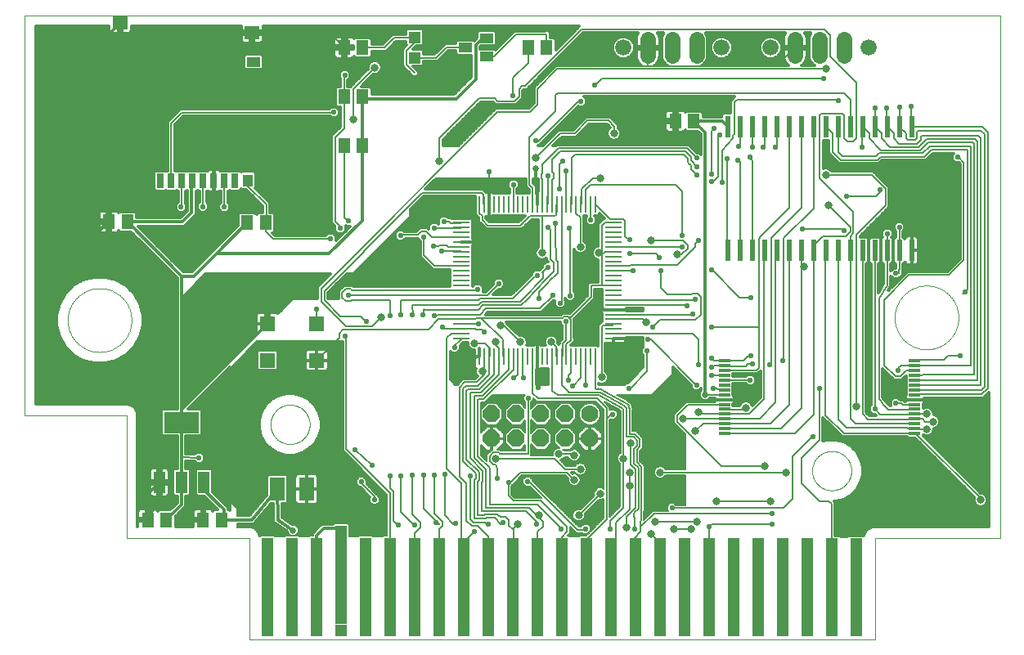
<source format=gtl>
G75*
%MOIN*%
%OFA0B0*%
%FSLAX25Y25*%
%IPPOS*%
%LPD*%
%AMOC8*
5,1,8,0,0,1.08239X$1,22.5*
%
%ADD10R,0.05031X0.05031*%
%ADD11R,0.05118X0.05906*%
%ADD12R,0.06299X0.09449*%
%ADD13R,0.04724X0.04724*%
%ADD14R,0.04724X0.01417*%
%ADD15R,0.02362X0.08661*%
%ADD16R,0.07087X0.00950*%
%ADD17R,0.00950X0.07087*%
%ADD18R,0.04800X0.08800*%
%ADD19R,0.14173X0.08661*%
%ADD20R,0.05000X0.40000*%
%ADD21C,0.00000*%
%ADD22C,0.07000*%
%ADD23OC8,0.07000*%
%ADD24C,0.06496*%
%ADD25C,0.06600*%
%ADD26R,0.05512X0.03937*%
%ADD27R,0.06299X0.05906*%
%ADD28R,0.05906X0.05315*%
%ADD29R,0.03937X0.05118*%
%ADD30R,0.02953X0.05906*%
%ADD31C,0.01200*%
%ADD32C,0.02578*%
%ADD33C,0.00800*%
%ADD34C,0.00600*%
%ADD35C,0.02184*%
%ADD36C,0.03169*%
%ADD37C,0.03562*%
D10*
X0131295Y0012492D03*
D11*
X0082480Y0057500D03*
X0075000Y0057500D03*
X0059980Y0057500D03*
X0052500Y0057500D03*
X0044067Y0178968D03*
X0036587Y0178968D03*
X0092996Y0178624D03*
X0100476Y0178624D03*
X0132500Y0210000D03*
X0139980Y0210000D03*
X0139980Y0230000D03*
X0132500Y0230000D03*
X0132500Y0250000D03*
X0139980Y0250000D03*
X0207500Y0250000D03*
X0214980Y0250000D03*
X0267500Y0220000D03*
X0274980Y0220000D03*
D12*
X0117146Y0070000D03*
X0105335Y0070000D03*
D13*
X0161240Y0245866D03*
X0161240Y0254134D03*
D14*
X0287461Y0122264D03*
X0287461Y0120295D03*
X0287461Y0118327D03*
X0287461Y0116358D03*
X0287461Y0114390D03*
X0287461Y0112421D03*
X0287461Y0110453D03*
X0287461Y0108484D03*
X0287461Y0106516D03*
X0287461Y0104547D03*
X0287461Y0102579D03*
X0287461Y0100610D03*
X0287461Y0098642D03*
X0287461Y0096673D03*
X0287461Y0094705D03*
X0287461Y0092736D03*
X0365020Y0092736D03*
X0365020Y0094705D03*
X0365020Y0096673D03*
X0365020Y0098642D03*
X0365020Y0100610D03*
X0365020Y0102579D03*
X0365020Y0104547D03*
X0365020Y0106516D03*
X0365020Y0108484D03*
X0365020Y0110453D03*
X0365020Y0112421D03*
X0365020Y0114390D03*
X0365020Y0116358D03*
X0365020Y0118327D03*
X0365020Y0120295D03*
X0365020Y0122264D03*
D15*
X0363740Y0167303D03*
X0358740Y0167303D03*
X0353740Y0167303D03*
X0348740Y0167303D03*
X0343740Y0167303D03*
X0338740Y0167303D03*
X0333740Y0167303D03*
X0328740Y0167303D03*
X0323740Y0167303D03*
X0318740Y0167303D03*
X0313740Y0167303D03*
X0308740Y0167303D03*
X0303740Y0167303D03*
X0298740Y0167303D03*
X0293740Y0167303D03*
X0288740Y0167303D03*
X0288740Y0217697D03*
X0293740Y0217697D03*
X0298740Y0217697D03*
X0303740Y0217697D03*
X0308740Y0217697D03*
X0313740Y0217697D03*
X0318740Y0217697D03*
X0323740Y0217697D03*
X0328740Y0217697D03*
X0333740Y0217697D03*
X0338740Y0217697D03*
X0343740Y0217697D03*
X0348740Y0217697D03*
X0353740Y0217697D03*
X0358740Y0217697D03*
X0363740Y0217697D03*
D16*
X0242343Y0178622D03*
X0242343Y0176654D03*
X0242343Y0174685D03*
X0242343Y0172717D03*
X0242343Y0170748D03*
X0242343Y0168780D03*
X0242343Y0166811D03*
X0242343Y0164843D03*
X0242343Y0162874D03*
X0242343Y0160906D03*
X0242343Y0158937D03*
X0242343Y0156969D03*
X0242343Y0155000D03*
X0242343Y0153031D03*
X0242343Y0151063D03*
X0242343Y0149094D03*
X0242343Y0147126D03*
X0242343Y0145157D03*
X0242343Y0143189D03*
X0242343Y0141220D03*
X0242343Y0139252D03*
X0242343Y0137283D03*
X0242343Y0135315D03*
X0242343Y0133346D03*
X0242343Y0131378D03*
X0180138Y0131378D03*
X0180138Y0133346D03*
X0180138Y0135315D03*
X0180138Y0137283D03*
X0180138Y0139252D03*
X0180138Y0141220D03*
X0180138Y0143189D03*
X0180138Y0145157D03*
X0180138Y0147126D03*
X0180138Y0149094D03*
X0180138Y0151063D03*
X0180138Y0153031D03*
X0180138Y0155000D03*
X0180138Y0156969D03*
X0180138Y0158937D03*
X0180138Y0160906D03*
X0180138Y0162874D03*
X0180138Y0164843D03*
X0180138Y0166811D03*
X0180138Y0168780D03*
X0180138Y0170748D03*
X0180138Y0172717D03*
X0180138Y0174685D03*
X0180138Y0176654D03*
X0180138Y0178622D03*
D17*
X0187618Y0186102D03*
X0189587Y0186102D03*
X0191555Y0186102D03*
X0193524Y0186102D03*
X0195492Y0186102D03*
X0197461Y0186102D03*
X0199429Y0186102D03*
X0201398Y0186102D03*
X0203366Y0186102D03*
X0205335Y0186102D03*
X0207303Y0186102D03*
X0209272Y0186102D03*
X0211240Y0186102D03*
X0213209Y0186102D03*
X0215177Y0186102D03*
X0217146Y0186102D03*
X0219114Y0186102D03*
X0221083Y0186102D03*
X0223051Y0186102D03*
X0225020Y0186102D03*
X0226988Y0186102D03*
X0228957Y0186102D03*
X0230925Y0186102D03*
X0232894Y0186102D03*
X0234862Y0186102D03*
X0234862Y0123898D03*
X0232894Y0123898D03*
X0230925Y0123898D03*
X0228957Y0123898D03*
X0226988Y0123898D03*
X0225020Y0123898D03*
X0223051Y0123898D03*
X0221083Y0123898D03*
X0219114Y0123898D03*
X0217146Y0123898D03*
X0215177Y0123898D03*
X0213209Y0123898D03*
X0211240Y0123898D03*
X0209272Y0123898D03*
X0207303Y0123898D03*
X0205335Y0123898D03*
X0203366Y0123898D03*
X0201398Y0123898D03*
X0199429Y0123898D03*
X0197461Y0123898D03*
X0195492Y0123898D03*
X0193524Y0123898D03*
X0191555Y0123898D03*
X0189587Y0123898D03*
X0187618Y0123898D03*
D18*
X0075340Y0072800D03*
X0066240Y0072800D03*
X0057140Y0072800D03*
D19*
X0066240Y0097201D03*
D20*
X0131240Y0035000D03*
X0121240Y0030000D03*
X0111240Y0030000D03*
X0101240Y0030000D03*
X0141240Y0030000D03*
X0151240Y0030000D03*
X0161240Y0030000D03*
X0171240Y0030000D03*
X0181240Y0030000D03*
X0191240Y0030000D03*
X0201240Y0030000D03*
X0211240Y0030000D03*
X0221240Y0030000D03*
X0231240Y0030000D03*
X0241240Y0030000D03*
X0251240Y0030000D03*
X0261240Y0030000D03*
X0271240Y0030000D03*
X0281240Y0030000D03*
X0291240Y0030000D03*
X0301240Y0030000D03*
X0311240Y0030000D03*
X0321240Y0030000D03*
X0331240Y0030000D03*
X0341240Y0030000D03*
D21*
X0093740Y0050000D02*
X0043740Y0050000D01*
X0043740Y0100000D01*
X0002165Y0100000D01*
X0002165Y0263157D01*
X0399803Y0263157D01*
X0399803Y0050000D01*
X0348740Y0050000D01*
X0348740Y0008750D01*
X0093740Y0008750D01*
X0093740Y0050000D01*
X0102453Y0096398D02*
X0102455Y0096594D01*
X0102463Y0096791D01*
X0102475Y0096987D01*
X0102492Y0097182D01*
X0102513Y0097377D01*
X0102540Y0097572D01*
X0102571Y0097766D01*
X0102607Y0097959D01*
X0102647Y0098151D01*
X0102693Y0098342D01*
X0102743Y0098532D01*
X0102797Y0098720D01*
X0102857Y0098907D01*
X0102921Y0099093D01*
X0102989Y0099277D01*
X0103062Y0099459D01*
X0103139Y0099640D01*
X0103221Y0099818D01*
X0103307Y0099995D01*
X0103398Y0100169D01*
X0103492Y0100341D01*
X0103591Y0100511D01*
X0103694Y0100678D01*
X0103801Y0100843D01*
X0103912Y0101004D01*
X0104027Y0101164D01*
X0104146Y0101320D01*
X0104269Y0101473D01*
X0104395Y0101623D01*
X0104525Y0101770D01*
X0104659Y0101914D01*
X0104796Y0102055D01*
X0104937Y0102192D01*
X0105081Y0102326D01*
X0105228Y0102456D01*
X0105378Y0102582D01*
X0105531Y0102705D01*
X0105687Y0102824D01*
X0105847Y0102939D01*
X0106008Y0103050D01*
X0106173Y0103157D01*
X0106340Y0103260D01*
X0106510Y0103359D01*
X0106682Y0103453D01*
X0106856Y0103544D01*
X0107033Y0103630D01*
X0107211Y0103712D01*
X0107392Y0103789D01*
X0107574Y0103862D01*
X0107758Y0103930D01*
X0107944Y0103994D01*
X0108131Y0104054D01*
X0108319Y0104108D01*
X0108509Y0104158D01*
X0108700Y0104204D01*
X0108892Y0104244D01*
X0109085Y0104280D01*
X0109279Y0104311D01*
X0109474Y0104338D01*
X0109669Y0104359D01*
X0109864Y0104376D01*
X0110060Y0104388D01*
X0110257Y0104396D01*
X0110453Y0104398D01*
X0110649Y0104396D01*
X0110846Y0104388D01*
X0111042Y0104376D01*
X0111237Y0104359D01*
X0111432Y0104338D01*
X0111627Y0104311D01*
X0111821Y0104280D01*
X0112014Y0104244D01*
X0112206Y0104204D01*
X0112397Y0104158D01*
X0112587Y0104108D01*
X0112775Y0104054D01*
X0112962Y0103994D01*
X0113148Y0103930D01*
X0113332Y0103862D01*
X0113514Y0103789D01*
X0113695Y0103712D01*
X0113873Y0103630D01*
X0114050Y0103544D01*
X0114224Y0103453D01*
X0114396Y0103359D01*
X0114566Y0103260D01*
X0114733Y0103157D01*
X0114898Y0103050D01*
X0115059Y0102939D01*
X0115219Y0102824D01*
X0115375Y0102705D01*
X0115528Y0102582D01*
X0115678Y0102456D01*
X0115825Y0102326D01*
X0115969Y0102192D01*
X0116110Y0102055D01*
X0116247Y0101914D01*
X0116381Y0101770D01*
X0116511Y0101623D01*
X0116637Y0101473D01*
X0116760Y0101320D01*
X0116879Y0101164D01*
X0116994Y0101004D01*
X0117105Y0100843D01*
X0117212Y0100678D01*
X0117315Y0100511D01*
X0117414Y0100341D01*
X0117508Y0100169D01*
X0117599Y0099995D01*
X0117685Y0099818D01*
X0117767Y0099640D01*
X0117844Y0099459D01*
X0117917Y0099277D01*
X0117985Y0099093D01*
X0118049Y0098907D01*
X0118109Y0098720D01*
X0118163Y0098532D01*
X0118213Y0098342D01*
X0118259Y0098151D01*
X0118299Y0097959D01*
X0118335Y0097766D01*
X0118366Y0097572D01*
X0118393Y0097377D01*
X0118414Y0097182D01*
X0118431Y0096987D01*
X0118443Y0096791D01*
X0118451Y0096594D01*
X0118453Y0096398D01*
X0118451Y0096202D01*
X0118443Y0096005D01*
X0118431Y0095809D01*
X0118414Y0095614D01*
X0118393Y0095419D01*
X0118366Y0095224D01*
X0118335Y0095030D01*
X0118299Y0094837D01*
X0118259Y0094645D01*
X0118213Y0094454D01*
X0118163Y0094264D01*
X0118109Y0094076D01*
X0118049Y0093889D01*
X0117985Y0093703D01*
X0117917Y0093519D01*
X0117844Y0093337D01*
X0117767Y0093156D01*
X0117685Y0092978D01*
X0117599Y0092801D01*
X0117508Y0092627D01*
X0117414Y0092455D01*
X0117315Y0092285D01*
X0117212Y0092118D01*
X0117105Y0091953D01*
X0116994Y0091792D01*
X0116879Y0091632D01*
X0116760Y0091476D01*
X0116637Y0091323D01*
X0116511Y0091173D01*
X0116381Y0091026D01*
X0116247Y0090882D01*
X0116110Y0090741D01*
X0115969Y0090604D01*
X0115825Y0090470D01*
X0115678Y0090340D01*
X0115528Y0090214D01*
X0115375Y0090091D01*
X0115219Y0089972D01*
X0115059Y0089857D01*
X0114898Y0089746D01*
X0114733Y0089639D01*
X0114566Y0089536D01*
X0114396Y0089437D01*
X0114224Y0089343D01*
X0114050Y0089252D01*
X0113873Y0089166D01*
X0113695Y0089084D01*
X0113514Y0089007D01*
X0113332Y0088934D01*
X0113148Y0088866D01*
X0112962Y0088802D01*
X0112775Y0088742D01*
X0112587Y0088688D01*
X0112397Y0088638D01*
X0112206Y0088592D01*
X0112014Y0088552D01*
X0111821Y0088516D01*
X0111627Y0088485D01*
X0111432Y0088458D01*
X0111237Y0088437D01*
X0111042Y0088420D01*
X0110846Y0088408D01*
X0110649Y0088400D01*
X0110453Y0088398D01*
X0110257Y0088400D01*
X0110060Y0088408D01*
X0109864Y0088420D01*
X0109669Y0088437D01*
X0109474Y0088458D01*
X0109279Y0088485D01*
X0109085Y0088516D01*
X0108892Y0088552D01*
X0108700Y0088592D01*
X0108509Y0088638D01*
X0108319Y0088688D01*
X0108131Y0088742D01*
X0107944Y0088802D01*
X0107758Y0088866D01*
X0107574Y0088934D01*
X0107392Y0089007D01*
X0107211Y0089084D01*
X0107033Y0089166D01*
X0106856Y0089252D01*
X0106682Y0089343D01*
X0106510Y0089437D01*
X0106340Y0089536D01*
X0106173Y0089639D01*
X0106008Y0089746D01*
X0105847Y0089857D01*
X0105687Y0089972D01*
X0105531Y0090091D01*
X0105378Y0090214D01*
X0105228Y0090340D01*
X0105081Y0090470D01*
X0104937Y0090604D01*
X0104796Y0090741D01*
X0104659Y0090882D01*
X0104525Y0091026D01*
X0104395Y0091173D01*
X0104269Y0091323D01*
X0104146Y0091476D01*
X0104027Y0091632D01*
X0103912Y0091792D01*
X0103801Y0091953D01*
X0103694Y0092118D01*
X0103591Y0092285D01*
X0103492Y0092455D01*
X0103398Y0092627D01*
X0103307Y0092801D01*
X0103221Y0092978D01*
X0103139Y0093156D01*
X0103062Y0093337D01*
X0102989Y0093519D01*
X0102921Y0093703D01*
X0102857Y0093889D01*
X0102797Y0094076D01*
X0102743Y0094264D01*
X0102693Y0094454D01*
X0102647Y0094645D01*
X0102607Y0094837D01*
X0102571Y0095030D01*
X0102540Y0095224D01*
X0102513Y0095419D01*
X0102492Y0095614D01*
X0102475Y0095809D01*
X0102463Y0096005D01*
X0102455Y0096202D01*
X0102453Y0096398D01*
X0019819Y0138886D02*
X0019823Y0139205D01*
X0019835Y0139524D01*
X0019854Y0139842D01*
X0019882Y0140160D01*
X0019917Y0140477D01*
X0019960Y0140793D01*
X0020010Y0141109D01*
X0020069Y0141422D01*
X0020135Y0141734D01*
X0020209Y0142045D01*
X0020290Y0142353D01*
X0020379Y0142660D01*
X0020475Y0142964D01*
X0020579Y0143266D01*
X0020690Y0143565D01*
X0020809Y0143861D01*
X0020934Y0144154D01*
X0021067Y0144444D01*
X0021207Y0144731D01*
X0021354Y0145014D01*
X0021508Y0145294D01*
X0021669Y0145569D01*
X0021836Y0145841D01*
X0022010Y0146108D01*
X0022190Y0146372D01*
X0022377Y0146630D01*
X0022570Y0146884D01*
X0022770Y0147133D01*
X0022975Y0147377D01*
X0023187Y0147616D01*
X0023404Y0147850D01*
X0023627Y0148078D01*
X0023855Y0148301D01*
X0024089Y0148518D01*
X0024328Y0148730D01*
X0024572Y0148935D01*
X0024821Y0149135D01*
X0025075Y0149328D01*
X0025333Y0149515D01*
X0025597Y0149695D01*
X0025864Y0149869D01*
X0026136Y0150036D01*
X0026411Y0150197D01*
X0026691Y0150351D01*
X0026974Y0150498D01*
X0027261Y0150638D01*
X0027551Y0150771D01*
X0027844Y0150896D01*
X0028140Y0151015D01*
X0028439Y0151126D01*
X0028741Y0151230D01*
X0029045Y0151326D01*
X0029352Y0151415D01*
X0029660Y0151496D01*
X0029971Y0151570D01*
X0030283Y0151636D01*
X0030596Y0151695D01*
X0030912Y0151745D01*
X0031228Y0151788D01*
X0031545Y0151823D01*
X0031863Y0151851D01*
X0032181Y0151870D01*
X0032500Y0151882D01*
X0032819Y0151886D01*
X0033138Y0151882D01*
X0033457Y0151870D01*
X0033775Y0151851D01*
X0034093Y0151823D01*
X0034410Y0151788D01*
X0034726Y0151745D01*
X0035042Y0151695D01*
X0035355Y0151636D01*
X0035667Y0151570D01*
X0035978Y0151496D01*
X0036286Y0151415D01*
X0036593Y0151326D01*
X0036897Y0151230D01*
X0037199Y0151126D01*
X0037498Y0151015D01*
X0037794Y0150896D01*
X0038087Y0150771D01*
X0038377Y0150638D01*
X0038664Y0150498D01*
X0038947Y0150351D01*
X0039227Y0150197D01*
X0039502Y0150036D01*
X0039774Y0149869D01*
X0040041Y0149695D01*
X0040305Y0149515D01*
X0040563Y0149328D01*
X0040817Y0149135D01*
X0041066Y0148935D01*
X0041310Y0148730D01*
X0041549Y0148518D01*
X0041783Y0148301D01*
X0042011Y0148078D01*
X0042234Y0147850D01*
X0042451Y0147616D01*
X0042663Y0147377D01*
X0042868Y0147133D01*
X0043068Y0146884D01*
X0043261Y0146630D01*
X0043448Y0146372D01*
X0043628Y0146108D01*
X0043802Y0145841D01*
X0043969Y0145569D01*
X0044130Y0145294D01*
X0044284Y0145014D01*
X0044431Y0144731D01*
X0044571Y0144444D01*
X0044704Y0144154D01*
X0044829Y0143861D01*
X0044948Y0143565D01*
X0045059Y0143266D01*
X0045163Y0142964D01*
X0045259Y0142660D01*
X0045348Y0142353D01*
X0045429Y0142045D01*
X0045503Y0141734D01*
X0045569Y0141422D01*
X0045628Y0141109D01*
X0045678Y0140793D01*
X0045721Y0140477D01*
X0045756Y0140160D01*
X0045784Y0139842D01*
X0045803Y0139524D01*
X0045815Y0139205D01*
X0045819Y0138886D01*
X0045815Y0138567D01*
X0045803Y0138248D01*
X0045784Y0137930D01*
X0045756Y0137612D01*
X0045721Y0137295D01*
X0045678Y0136979D01*
X0045628Y0136663D01*
X0045569Y0136350D01*
X0045503Y0136038D01*
X0045429Y0135727D01*
X0045348Y0135419D01*
X0045259Y0135112D01*
X0045163Y0134808D01*
X0045059Y0134506D01*
X0044948Y0134207D01*
X0044829Y0133911D01*
X0044704Y0133618D01*
X0044571Y0133328D01*
X0044431Y0133041D01*
X0044284Y0132758D01*
X0044130Y0132478D01*
X0043969Y0132203D01*
X0043802Y0131931D01*
X0043628Y0131664D01*
X0043448Y0131400D01*
X0043261Y0131142D01*
X0043068Y0130888D01*
X0042868Y0130639D01*
X0042663Y0130395D01*
X0042451Y0130156D01*
X0042234Y0129922D01*
X0042011Y0129694D01*
X0041783Y0129471D01*
X0041549Y0129254D01*
X0041310Y0129042D01*
X0041066Y0128837D01*
X0040817Y0128637D01*
X0040563Y0128444D01*
X0040305Y0128257D01*
X0040041Y0128077D01*
X0039774Y0127903D01*
X0039502Y0127736D01*
X0039227Y0127575D01*
X0038947Y0127421D01*
X0038664Y0127274D01*
X0038377Y0127134D01*
X0038087Y0127001D01*
X0037794Y0126876D01*
X0037498Y0126757D01*
X0037199Y0126646D01*
X0036897Y0126542D01*
X0036593Y0126446D01*
X0036286Y0126357D01*
X0035978Y0126276D01*
X0035667Y0126202D01*
X0035355Y0126136D01*
X0035042Y0126077D01*
X0034726Y0126027D01*
X0034410Y0125984D01*
X0034093Y0125949D01*
X0033775Y0125921D01*
X0033457Y0125902D01*
X0033138Y0125890D01*
X0032819Y0125886D01*
X0032500Y0125890D01*
X0032181Y0125902D01*
X0031863Y0125921D01*
X0031545Y0125949D01*
X0031228Y0125984D01*
X0030912Y0126027D01*
X0030596Y0126077D01*
X0030283Y0126136D01*
X0029971Y0126202D01*
X0029660Y0126276D01*
X0029352Y0126357D01*
X0029045Y0126446D01*
X0028741Y0126542D01*
X0028439Y0126646D01*
X0028140Y0126757D01*
X0027844Y0126876D01*
X0027551Y0127001D01*
X0027261Y0127134D01*
X0026974Y0127274D01*
X0026691Y0127421D01*
X0026411Y0127575D01*
X0026136Y0127736D01*
X0025864Y0127903D01*
X0025597Y0128077D01*
X0025333Y0128257D01*
X0025075Y0128444D01*
X0024821Y0128637D01*
X0024572Y0128837D01*
X0024328Y0129042D01*
X0024089Y0129254D01*
X0023855Y0129471D01*
X0023627Y0129694D01*
X0023404Y0129922D01*
X0023187Y0130156D01*
X0022975Y0130395D01*
X0022770Y0130639D01*
X0022570Y0130888D01*
X0022377Y0131142D01*
X0022190Y0131400D01*
X0022010Y0131664D01*
X0021836Y0131931D01*
X0021669Y0132203D01*
X0021508Y0132478D01*
X0021354Y0132758D01*
X0021207Y0133041D01*
X0021067Y0133328D01*
X0020934Y0133618D01*
X0020809Y0133911D01*
X0020690Y0134207D01*
X0020579Y0134506D01*
X0020475Y0134808D01*
X0020379Y0135112D01*
X0020290Y0135419D01*
X0020209Y0135727D01*
X0020135Y0136038D01*
X0020069Y0136350D01*
X0020010Y0136663D01*
X0019960Y0136979D01*
X0019917Y0137295D01*
X0019882Y0137612D01*
X0019854Y0137930D01*
X0019835Y0138248D01*
X0019823Y0138567D01*
X0019819Y0138886D01*
X0323197Y0077500D02*
X0323199Y0077696D01*
X0323207Y0077893D01*
X0323219Y0078089D01*
X0323236Y0078284D01*
X0323257Y0078479D01*
X0323284Y0078674D01*
X0323315Y0078868D01*
X0323351Y0079061D01*
X0323391Y0079253D01*
X0323437Y0079444D01*
X0323487Y0079634D01*
X0323541Y0079822D01*
X0323601Y0080009D01*
X0323665Y0080195D01*
X0323733Y0080379D01*
X0323806Y0080561D01*
X0323883Y0080742D01*
X0323965Y0080920D01*
X0324051Y0081097D01*
X0324142Y0081271D01*
X0324236Y0081443D01*
X0324335Y0081613D01*
X0324438Y0081780D01*
X0324545Y0081945D01*
X0324656Y0082106D01*
X0324771Y0082266D01*
X0324890Y0082422D01*
X0325013Y0082575D01*
X0325139Y0082725D01*
X0325269Y0082872D01*
X0325403Y0083016D01*
X0325540Y0083157D01*
X0325681Y0083294D01*
X0325825Y0083428D01*
X0325972Y0083558D01*
X0326122Y0083684D01*
X0326275Y0083807D01*
X0326431Y0083926D01*
X0326591Y0084041D01*
X0326752Y0084152D01*
X0326917Y0084259D01*
X0327084Y0084362D01*
X0327254Y0084461D01*
X0327426Y0084555D01*
X0327600Y0084646D01*
X0327777Y0084732D01*
X0327955Y0084814D01*
X0328136Y0084891D01*
X0328318Y0084964D01*
X0328502Y0085032D01*
X0328688Y0085096D01*
X0328875Y0085156D01*
X0329063Y0085210D01*
X0329253Y0085260D01*
X0329444Y0085306D01*
X0329636Y0085346D01*
X0329829Y0085382D01*
X0330023Y0085413D01*
X0330218Y0085440D01*
X0330413Y0085461D01*
X0330608Y0085478D01*
X0330804Y0085490D01*
X0331001Y0085498D01*
X0331197Y0085500D01*
X0331393Y0085498D01*
X0331590Y0085490D01*
X0331786Y0085478D01*
X0331981Y0085461D01*
X0332176Y0085440D01*
X0332371Y0085413D01*
X0332565Y0085382D01*
X0332758Y0085346D01*
X0332950Y0085306D01*
X0333141Y0085260D01*
X0333331Y0085210D01*
X0333519Y0085156D01*
X0333706Y0085096D01*
X0333892Y0085032D01*
X0334076Y0084964D01*
X0334258Y0084891D01*
X0334439Y0084814D01*
X0334617Y0084732D01*
X0334794Y0084646D01*
X0334968Y0084555D01*
X0335140Y0084461D01*
X0335310Y0084362D01*
X0335477Y0084259D01*
X0335642Y0084152D01*
X0335803Y0084041D01*
X0335963Y0083926D01*
X0336119Y0083807D01*
X0336272Y0083684D01*
X0336422Y0083558D01*
X0336569Y0083428D01*
X0336713Y0083294D01*
X0336854Y0083157D01*
X0336991Y0083016D01*
X0337125Y0082872D01*
X0337255Y0082725D01*
X0337381Y0082575D01*
X0337504Y0082422D01*
X0337623Y0082266D01*
X0337738Y0082106D01*
X0337849Y0081945D01*
X0337956Y0081780D01*
X0338059Y0081613D01*
X0338158Y0081443D01*
X0338252Y0081271D01*
X0338343Y0081097D01*
X0338429Y0080920D01*
X0338511Y0080742D01*
X0338588Y0080561D01*
X0338661Y0080379D01*
X0338729Y0080195D01*
X0338793Y0080009D01*
X0338853Y0079822D01*
X0338907Y0079634D01*
X0338957Y0079444D01*
X0339003Y0079253D01*
X0339043Y0079061D01*
X0339079Y0078868D01*
X0339110Y0078674D01*
X0339137Y0078479D01*
X0339158Y0078284D01*
X0339175Y0078089D01*
X0339187Y0077893D01*
X0339195Y0077696D01*
X0339197Y0077500D01*
X0339195Y0077304D01*
X0339187Y0077107D01*
X0339175Y0076911D01*
X0339158Y0076716D01*
X0339137Y0076521D01*
X0339110Y0076326D01*
X0339079Y0076132D01*
X0339043Y0075939D01*
X0339003Y0075747D01*
X0338957Y0075556D01*
X0338907Y0075366D01*
X0338853Y0075178D01*
X0338793Y0074991D01*
X0338729Y0074805D01*
X0338661Y0074621D01*
X0338588Y0074439D01*
X0338511Y0074258D01*
X0338429Y0074080D01*
X0338343Y0073903D01*
X0338252Y0073729D01*
X0338158Y0073557D01*
X0338059Y0073387D01*
X0337956Y0073220D01*
X0337849Y0073055D01*
X0337738Y0072894D01*
X0337623Y0072734D01*
X0337504Y0072578D01*
X0337381Y0072425D01*
X0337255Y0072275D01*
X0337125Y0072128D01*
X0336991Y0071984D01*
X0336854Y0071843D01*
X0336713Y0071706D01*
X0336569Y0071572D01*
X0336422Y0071442D01*
X0336272Y0071316D01*
X0336119Y0071193D01*
X0335963Y0071074D01*
X0335803Y0070959D01*
X0335642Y0070848D01*
X0335477Y0070741D01*
X0335310Y0070638D01*
X0335140Y0070539D01*
X0334968Y0070445D01*
X0334794Y0070354D01*
X0334617Y0070268D01*
X0334439Y0070186D01*
X0334258Y0070109D01*
X0334076Y0070036D01*
X0333892Y0069968D01*
X0333706Y0069904D01*
X0333519Y0069844D01*
X0333331Y0069790D01*
X0333141Y0069740D01*
X0332950Y0069694D01*
X0332758Y0069654D01*
X0332565Y0069618D01*
X0332371Y0069587D01*
X0332176Y0069560D01*
X0331981Y0069539D01*
X0331786Y0069522D01*
X0331590Y0069510D01*
X0331393Y0069502D01*
X0331197Y0069500D01*
X0331001Y0069502D01*
X0330804Y0069510D01*
X0330608Y0069522D01*
X0330413Y0069539D01*
X0330218Y0069560D01*
X0330023Y0069587D01*
X0329829Y0069618D01*
X0329636Y0069654D01*
X0329444Y0069694D01*
X0329253Y0069740D01*
X0329063Y0069790D01*
X0328875Y0069844D01*
X0328688Y0069904D01*
X0328502Y0069968D01*
X0328318Y0070036D01*
X0328136Y0070109D01*
X0327955Y0070186D01*
X0327777Y0070268D01*
X0327600Y0070354D01*
X0327426Y0070445D01*
X0327254Y0070539D01*
X0327084Y0070638D01*
X0326917Y0070741D01*
X0326752Y0070848D01*
X0326591Y0070959D01*
X0326431Y0071074D01*
X0326275Y0071193D01*
X0326122Y0071316D01*
X0325972Y0071442D01*
X0325825Y0071572D01*
X0325681Y0071706D01*
X0325540Y0071843D01*
X0325403Y0071984D01*
X0325269Y0072128D01*
X0325139Y0072275D01*
X0325013Y0072425D01*
X0324890Y0072578D01*
X0324771Y0072734D01*
X0324656Y0072894D01*
X0324545Y0073055D01*
X0324438Y0073220D01*
X0324335Y0073387D01*
X0324236Y0073557D01*
X0324142Y0073729D01*
X0324051Y0073903D01*
X0323965Y0074080D01*
X0323883Y0074258D01*
X0323806Y0074439D01*
X0323733Y0074621D01*
X0323665Y0074805D01*
X0323601Y0074991D01*
X0323541Y0075178D01*
X0323487Y0075366D01*
X0323437Y0075556D01*
X0323391Y0075747D01*
X0323351Y0075939D01*
X0323315Y0076132D01*
X0323284Y0076326D01*
X0323257Y0076521D01*
X0323236Y0076716D01*
X0323219Y0076911D01*
X0323207Y0077107D01*
X0323199Y0077304D01*
X0323197Y0077500D01*
X0356854Y0139949D02*
X0356858Y0140268D01*
X0356870Y0140587D01*
X0356889Y0140905D01*
X0356917Y0141223D01*
X0356952Y0141540D01*
X0356995Y0141856D01*
X0357045Y0142172D01*
X0357104Y0142485D01*
X0357170Y0142797D01*
X0357244Y0143108D01*
X0357325Y0143416D01*
X0357414Y0143723D01*
X0357510Y0144027D01*
X0357614Y0144329D01*
X0357725Y0144628D01*
X0357844Y0144924D01*
X0357969Y0145217D01*
X0358102Y0145507D01*
X0358242Y0145794D01*
X0358389Y0146077D01*
X0358543Y0146357D01*
X0358704Y0146632D01*
X0358871Y0146904D01*
X0359045Y0147171D01*
X0359225Y0147435D01*
X0359412Y0147693D01*
X0359605Y0147947D01*
X0359805Y0148196D01*
X0360010Y0148440D01*
X0360222Y0148679D01*
X0360439Y0148913D01*
X0360662Y0149141D01*
X0360890Y0149364D01*
X0361124Y0149581D01*
X0361363Y0149793D01*
X0361607Y0149998D01*
X0361856Y0150198D01*
X0362110Y0150391D01*
X0362368Y0150578D01*
X0362632Y0150758D01*
X0362899Y0150932D01*
X0363171Y0151099D01*
X0363446Y0151260D01*
X0363726Y0151414D01*
X0364009Y0151561D01*
X0364296Y0151701D01*
X0364586Y0151834D01*
X0364879Y0151959D01*
X0365175Y0152078D01*
X0365474Y0152189D01*
X0365776Y0152293D01*
X0366080Y0152389D01*
X0366387Y0152478D01*
X0366695Y0152559D01*
X0367006Y0152633D01*
X0367318Y0152699D01*
X0367631Y0152758D01*
X0367947Y0152808D01*
X0368263Y0152851D01*
X0368580Y0152886D01*
X0368898Y0152914D01*
X0369216Y0152933D01*
X0369535Y0152945D01*
X0369854Y0152949D01*
X0370173Y0152945D01*
X0370492Y0152933D01*
X0370810Y0152914D01*
X0371128Y0152886D01*
X0371445Y0152851D01*
X0371761Y0152808D01*
X0372077Y0152758D01*
X0372390Y0152699D01*
X0372702Y0152633D01*
X0373013Y0152559D01*
X0373321Y0152478D01*
X0373628Y0152389D01*
X0373932Y0152293D01*
X0374234Y0152189D01*
X0374533Y0152078D01*
X0374829Y0151959D01*
X0375122Y0151834D01*
X0375412Y0151701D01*
X0375699Y0151561D01*
X0375982Y0151414D01*
X0376262Y0151260D01*
X0376537Y0151099D01*
X0376809Y0150932D01*
X0377076Y0150758D01*
X0377340Y0150578D01*
X0377598Y0150391D01*
X0377852Y0150198D01*
X0378101Y0149998D01*
X0378345Y0149793D01*
X0378584Y0149581D01*
X0378818Y0149364D01*
X0379046Y0149141D01*
X0379269Y0148913D01*
X0379486Y0148679D01*
X0379698Y0148440D01*
X0379903Y0148196D01*
X0380103Y0147947D01*
X0380296Y0147693D01*
X0380483Y0147435D01*
X0380663Y0147171D01*
X0380837Y0146904D01*
X0381004Y0146632D01*
X0381165Y0146357D01*
X0381319Y0146077D01*
X0381466Y0145794D01*
X0381606Y0145507D01*
X0381739Y0145217D01*
X0381864Y0144924D01*
X0381983Y0144628D01*
X0382094Y0144329D01*
X0382198Y0144027D01*
X0382294Y0143723D01*
X0382383Y0143416D01*
X0382464Y0143108D01*
X0382538Y0142797D01*
X0382604Y0142485D01*
X0382663Y0142172D01*
X0382713Y0141856D01*
X0382756Y0141540D01*
X0382791Y0141223D01*
X0382819Y0140905D01*
X0382838Y0140587D01*
X0382850Y0140268D01*
X0382854Y0139949D01*
X0382850Y0139630D01*
X0382838Y0139311D01*
X0382819Y0138993D01*
X0382791Y0138675D01*
X0382756Y0138358D01*
X0382713Y0138042D01*
X0382663Y0137726D01*
X0382604Y0137413D01*
X0382538Y0137101D01*
X0382464Y0136790D01*
X0382383Y0136482D01*
X0382294Y0136175D01*
X0382198Y0135871D01*
X0382094Y0135569D01*
X0381983Y0135270D01*
X0381864Y0134974D01*
X0381739Y0134681D01*
X0381606Y0134391D01*
X0381466Y0134104D01*
X0381319Y0133821D01*
X0381165Y0133541D01*
X0381004Y0133266D01*
X0380837Y0132994D01*
X0380663Y0132727D01*
X0380483Y0132463D01*
X0380296Y0132205D01*
X0380103Y0131951D01*
X0379903Y0131702D01*
X0379698Y0131458D01*
X0379486Y0131219D01*
X0379269Y0130985D01*
X0379046Y0130757D01*
X0378818Y0130534D01*
X0378584Y0130317D01*
X0378345Y0130105D01*
X0378101Y0129900D01*
X0377852Y0129700D01*
X0377598Y0129507D01*
X0377340Y0129320D01*
X0377076Y0129140D01*
X0376809Y0128966D01*
X0376537Y0128799D01*
X0376262Y0128638D01*
X0375982Y0128484D01*
X0375699Y0128337D01*
X0375412Y0128197D01*
X0375122Y0128064D01*
X0374829Y0127939D01*
X0374533Y0127820D01*
X0374234Y0127709D01*
X0373932Y0127605D01*
X0373628Y0127509D01*
X0373321Y0127420D01*
X0373013Y0127339D01*
X0372702Y0127265D01*
X0372390Y0127199D01*
X0372077Y0127140D01*
X0371761Y0127090D01*
X0371445Y0127047D01*
X0371128Y0127012D01*
X0370810Y0126984D01*
X0370492Y0126965D01*
X0370173Y0126953D01*
X0369854Y0126949D01*
X0369535Y0126953D01*
X0369216Y0126965D01*
X0368898Y0126984D01*
X0368580Y0127012D01*
X0368263Y0127047D01*
X0367947Y0127090D01*
X0367631Y0127140D01*
X0367318Y0127199D01*
X0367006Y0127265D01*
X0366695Y0127339D01*
X0366387Y0127420D01*
X0366080Y0127509D01*
X0365776Y0127605D01*
X0365474Y0127709D01*
X0365175Y0127820D01*
X0364879Y0127939D01*
X0364586Y0128064D01*
X0364296Y0128197D01*
X0364009Y0128337D01*
X0363726Y0128484D01*
X0363446Y0128638D01*
X0363171Y0128799D01*
X0362899Y0128966D01*
X0362632Y0129140D01*
X0362368Y0129320D01*
X0362110Y0129507D01*
X0361856Y0129700D01*
X0361607Y0129900D01*
X0361363Y0130105D01*
X0361124Y0130317D01*
X0360890Y0130534D01*
X0360662Y0130757D01*
X0360439Y0130985D01*
X0360222Y0131219D01*
X0360010Y0131458D01*
X0359805Y0131702D01*
X0359605Y0131951D01*
X0359412Y0132205D01*
X0359225Y0132463D01*
X0359045Y0132727D01*
X0358871Y0132994D01*
X0358704Y0133266D01*
X0358543Y0133541D01*
X0358389Y0133821D01*
X0358242Y0134104D01*
X0358102Y0134391D01*
X0357969Y0134681D01*
X0357844Y0134974D01*
X0357725Y0135270D01*
X0357614Y0135569D01*
X0357510Y0135871D01*
X0357414Y0136175D01*
X0357325Y0136482D01*
X0357244Y0136790D01*
X0357170Y0137101D01*
X0357104Y0137413D01*
X0357045Y0137726D01*
X0356995Y0138042D01*
X0356952Y0138358D01*
X0356917Y0138675D01*
X0356889Y0138993D01*
X0356870Y0139311D01*
X0356858Y0139630D01*
X0356854Y0139949D01*
D22*
X0232645Y0100572D03*
D23*
X0222645Y0100572D03*
X0212645Y0100572D03*
X0202645Y0100572D03*
X0192645Y0100572D03*
X0192645Y0090572D03*
X0202645Y0090572D03*
X0212645Y0090572D03*
X0222645Y0090572D03*
X0232645Y0090572D03*
D24*
X0256240Y0246752D02*
X0256240Y0253248D01*
X0266240Y0253248D02*
X0266240Y0246752D01*
X0276240Y0246752D02*
X0276240Y0253248D01*
X0316240Y0253248D02*
X0316240Y0246752D01*
X0326240Y0246752D02*
X0326240Y0253248D01*
X0336240Y0253248D02*
X0336240Y0246752D01*
D25*
X0346240Y0250000D03*
X0306240Y0250000D03*
X0286240Y0250000D03*
X0246240Y0250000D03*
D26*
X0190571Y0246260D03*
X0181910Y0250000D03*
X0190571Y0253740D03*
X0095544Y0244096D03*
D27*
X0101201Y0137480D03*
X0101201Y0122520D03*
X0121280Y0122520D03*
X0121280Y0137480D03*
D28*
X0094954Y0256005D03*
X0041214Y0259942D03*
D29*
X0093280Y0195867D03*
D30*
X0087966Y0195670D03*
X0083635Y0195670D03*
X0079304Y0195670D03*
X0074973Y0195670D03*
X0070643Y0195670D03*
X0066312Y0195670D03*
X0061981Y0195670D03*
X0057651Y0195670D03*
D31*
X0054974Y0195563D02*
X0006765Y0195563D01*
X0006765Y0194365D02*
X0054974Y0194365D01*
X0054974Y0193166D02*
X0006765Y0193166D01*
X0006765Y0191968D02*
X0055227Y0191968D01*
X0054974Y0192221D02*
X0055677Y0191518D01*
X0059624Y0191518D01*
X0059816Y0191710D01*
X0060008Y0191518D01*
X0063955Y0191518D01*
X0064147Y0191710D01*
X0064339Y0191518D01*
X0064812Y0191518D01*
X0064812Y0187073D01*
X0063754Y0186015D01*
X0063754Y0184116D01*
X0065097Y0182774D01*
X0066996Y0182774D01*
X0068339Y0184116D01*
X0068339Y0186015D01*
X0067812Y0186542D01*
X0067812Y0191518D01*
X0068285Y0191518D01*
X0068477Y0191710D01*
X0068583Y0191604D01*
X0068583Y0183537D01*
X0065815Y0180768D01*
X0047826Y0180768D01*
X0047826Y0182418D01*
X0047124Y0183121D01*
X0041011Y0183121D01*
X0040561Y0182671D01*
X0040426Y0182904D01*
X0040129Y0183201D01*
X0039764Y0183412D01*
X0039357Y0183521D01*
X0037187Y0183521D01*
X0037187Y0179568D01*
X0035987Y0179568D01*
X0035987Y0178368D01*
X0037187Y0178368D01*
X0037187Y0174416D01*
X0039357Y0174416D01*
X0039764Y0174525D01*
X0040129Y0174735D01*
X0040426Y0175033D01*
X0040561Y0175266D01*
X0041011Y0174816D01*
X0045675Y0174816D01*
X0064440Y0156050D01*
X0064440Y0102731D01*
X0058657Y0102731D01*
X0057954Y0102029D01*
X0057954Y0092373D01*
X0058657Y0091670D01*
X0064440Y0091670D01*
X0064440Y0078400D01*
X0063343Y0078400D01*
X0062640Y0077697D01*
X0062640Y0067903D01*
X0063343Y0067200D01*
X0064440Y0067200D01*
X0064440Y0064505D01*
X0061588Y0061653D01*
X0056924Y0061653D01*
X0056474Y0061202D01*
X0056339Y0061435D01*
X0056042Y0061733D01*
X0055677Y0061944D01*
X0055270Y0062053D01*
X0053100Y0062053D01*
X0053100Y0058100D01*
X0051900Y0058100D01*
X0051900Y0056900D01*
X0048341Y0056900D01*
X0048341Y0054600D01*
X0048340Y0054600D01*
X0048340Y0100915D01*
X0047640Y0102606D01*
X0046346Y0103900D01*
X0044655Y0104600D01*
X0006765Y0104600D01*
X0006765Y0258557D01*
X0036661Y0258557D01*
X0036661Y0257074D01*
X0036770Y0256667D01*
X0036980Y0256302D01*
X0037278Y0256004D01*
X0037643Y0255794D01*
X0038050Y0255685D01*
X0040614Y0255685D01*
X0040614Y0258557D01*
X0041813Y0258557D01*
X0041813Y0255685D01*
X0044377Y0255685D01*
X0044784Y0255794D01*
X0045149Y0256004D01*
X0045447Y0256302D01*
X0045657Y0256667D01*
X0045766Y0257074D01*
X0045766Y0258557D01*
X0090401Y0258557D01*
X0090401Y0256605D01*
X0094354Y0256605D01*
X0094354Y0255405D01*
X0095554Y0255405D01*
X0095554Y0256605D01*
X0099506Y0256605D01*
X0099506Y0258557D01*
X0228301Y0258557D01*
X0218739Y0248996D01*
X0218739Y0253450D01*
X0218037Y0254153D01*
X0216409Y0254153D01*
X0216409Y0256069D01*
X0215530Y0256948D01*
X0214287Y0256948D01*
X0214175Y0256835D01*
X0202013Y0256835D01*
X0201135Y0255957D01*
X0194215Y0249037D01*
X0193824Y0249428D01*
X0187898Y0249428D01*
X0187898Y0250242D01*
X0188227Y0250572D01*
X0193824Y0250572D01*
X0194527Y0251275D01*
X0194527Y0256206D01*
X0193824Y0256909D01*
X0187318Y0256909D01*
X0186615Y0256206D01*
X0186615Y0254050D01*
X0185448Y0252883D01*
X0185162Y0253168D01*
X0178657Y0253168D01*
X0177954Y0252466D01*
X0177954Y0251655D01*
X0173637Y0251655D01*
X0172759Y0250776D01*
X0169348Y0247366D01*
X0164802Y0247366D01*
X0164802Y0248725D01*
X0164099Y0249428D01*
X0160644Y0249428D01*
X0161787Y0250572D01*
X0164099Y0250572D01*
X0164802Y0251275D01*
X0164802Y0256993D01*
X0164099Y0257696D01*
X0158381Y0257696D01*
X0157678Y0256993D01*
X0157678Y0255484D01*
X0152355Y0255484D01*
X0151477Y0254605D01*
X0148371Y0251500D01*
X0143739Y0251500D01*
X0143739Y0253450D01*
X0143037Y0254153D01*
X0136924Y0254153D01*
X0136474Y0253702D01*
X0136339Y0253935D01*
X0136042Y0254233D01*
X0135677Y0254444D01*
X0135270Y0254553D01*
X0133100Y0254553D01*
X0133100Y0250600D01*
X0131900Y0250600D01*
X0131900Y0249400D01*
X0128341Y0249400D01*
X0128341Y0246837D01*
X0128450Y0246430D01*
X0128661Y0246065D01*
X0128959Y0245767D01*
X0129323Y0245556D01*
X0129730Y0245447D01*
X0131900Y0245447D01*
X0131900Y0249400D01*
X0133100Y0249400D01*
X0133100Y0245447D01*
X0135270Y0245447D01*
X0135677Y0245556D01*
X0136042Y0245767D01*
X0136339Y0246065D01*
X0136474Y0246298D01*
X0136924Y0245847D01*
X0143037Y0245847D01*
X0143739Y0246550D01*
X0143739Y0248500D01*
X0149614Y0248500D01*
X0153598Y0252484D01*
X0157678Y0252484D01*
X0157678Y0251275D01*
X0157963Y0250990D01*
X0156278Y0249305D01*
X0156278Y0242427D01*
X0160619Y0238086D01*
X0161862Y0238086D01*
X0162740Y0238965D01*
X0162740Y0240207D01*
X0160644Y0242304D01*
X0164099Y0242304D01*
X0164802Y0243007D01*
X0164802Y0244366D01*
X0170591Y0244366D01*
X0174880Y0248655D01*
X0177954Y0248655D01*
X0177954Y0247534D01*
X0178657Y0246831D01*
X0184298Y0246831D01*
X0184298Y0237901D01*
X0177334Y0230937D01*
X0143739Y0230937D01*
X0143739Y0233450D01*
X0143037Y0234153D01*
X0139389Y0234153D01*
X0144359Y0239123D01*
X0144436Y0239091D01*
X0145544Y0239091D01*
X0146567Y0239515D01*
X0147351Y0240298D01*
X0147774Y0241321D01*
X0147774Y0242429D01*
X0147351Y0243452D01*
X0146567Y0244235D01*
X0145544Y0244659D01*
X0144436Y0244659D01*
X0143413Y0244235D01*
X0142630Y0243452D01*
X0142206Y0242429D01*
X0142206Y0241321D01*
X0142238Y0241244D01*
X0135619Y0234625D01*
X0135147Y0234153D01*
X0134000Y0234153D01*
X0134000Y0236861D01*
X0135022Y0237883D01*
X0135022Y0239782D01*
X0133680Y0241125D01*
X0131781Y0241125D01*
X0130438Y0239782D01*
X0130438Y0237883D01*
X0131000Y0237321D01*
X0131000Y0234153D01*
X0129444Y0234153D01*
X0128741Y0233450D01*
X0128741Y0226550D01*
X0129444Y0225847D01*
X0131000Y0225847D01*
X0131000Y0217689D01*
X0128220Y0214908D01*
X0127341Y0214030D01*
X0127341Y0178451D01*
X0128502Y0177291D01*
X0128502Y0175445D01*
X0129844Y0174103D01*
X0131743Y0174103D01*
X0133086Y0175445D01*
X0133086Y0177280D01*
X0133335Y0177030D01*
X0134914Y0177030D01*
X0129257Y0171373D01*
X0129257Y0173065D01*
X0127915Y0174408D01*
X0126016Y0174408D01*
X0124998Y0173390D01*
X0104278Y0173390D01*
X0103196Y0174472D01*
X0103532Y0174472D01*
X0104235Y0175175D01*
X0104235Y0182074D01*
X0103532Y0182777D01*
X0102341Y0182777D01*
X0102341Y0186588D01*
X0101462Y0187467D01*
X0096283Y0192646D01*
X0096449Y0192811D01*
X0096449Y0198923D01*
X0095746Y0199626D01*
X0090815Y0199626D01*
X0090475Y0199287D01*
X0089939Y0199823D01*
X0085992Y0199823D01*
X0085800Y0199631D01*
X0085608Y0199823D01*
X0081843Y0199823D01*
X0081763Y0199904D01*
X0081398Y0200114D01*
X0080991Y0200223D01*
X0079442Y0200223D01*
X0079442Y0195809D01*
X0079166Y0195809D01*
X0079166Y0200223D01*
X0077617Y0200223D01*
X0077210Y0200114D01*
X0076845Y0199904D01*
X0076765Y0199823D01*
X0073000Y0199823D01*
X0072808Y0199631D01*
X0072616Y0199823D01*
X0068669Y0199823D01*
X0068477Y0199631D01*
X0068285Y0199823D01*
X0064339Y0199823D01*
X0064147Y0199631D01*
X0063955Y0199823D01*
X0063481Y0199823D01*
X0063481Y0218554D01*
X0066893Y0221966D01*
X0126687Y0221966D01*
X0127367Y0221287D01*
X0129266Y0221287D01*
X0130609Y0222629D01*
X0130609Y0224528D01*
X0129266Y0225871D01*
X0127367Y0225871D01*
X0126462Y0224966D01*
X0065650Y0224966D01*
X0064772Y0224088D01*
X0060481Y0219797D01*
X0060481Y0199823D01*
X0060008Y0199823D01*
X0059816Y0199631D01*
X0059624Y0199823D01*
X0055677Y0199823D01*
X0054974Y0199120D01*
X0054974Y0192221D01*
X0054974Y0196762D02*
X0006765Y0196762D01*
X0006765Y0197960D02*
X0054974Y0197960D01*
X0055013Y0199159D02*
X0006765Y0199159D01*
X0006765Y0200357D02*
X0060481Y0200357D01*
X0060481Y0201556D02*
X0006765Y0201556D01*
X0006765Y0202754D02*
X0060481Y0202754D01*
X0060481Y0203953D02*
X0006765Y0203953D01*
X0006765Y0205151D02*
X0060481Y0205151D01*
X0060481Y0206350D02*
X0006765Y0206350D01*
X0006765Y0207548D02*
X0060481Y0207548D01*
X0060481Y0208747D02*
X0006765Y0208747D01*
X0006765Y0209945D02*
X0060481Y0209945D01*
X0060481Y0211144D02*
X0006765Y0211144D01*
X0006765Y0212342D02*
X0060481Y0212342D01*
X0060481Y0213541D02*
X0006765Y0213541D01*
X0006765Y0214739D02*
X0060481Y0214739D01*
X0060481Y0215938D02*
X0006765Y0215938D01*
X0006765Y0217137D02*
X0060481Y0217137D01*
X0060481Y0218335D02*
X0006765Y0218335D01*
X0006765Y0219534D02*
X0060481Y0219534D01*
X0061416Y0220732D02*
X0006765Y0220732D01*
X0006765Y0221931D02*
X0062615Y0221931D01*
X0063813Y0223129D02*
X0006765Y0223129D01*
X0006765Y0224328D02*
X0065012Y0224328D01*
X0066857Y0221931D02*
X0126723Y0221931D01*
X0129910Y0221931D02*
X0131000Y0221931D01*
X0131000Y0223129D02*
X0130609Y0223129D01*
X0130609Y0224328D02*
X0131000Y0224328D01*
X0131000Y0225526D02*
X0129611Y0225526D01*
X0128741Y0226725D02*
X0006765Y0226725D01*
X0006765Y0227923D02*
X0128741Y0227923D01*
X0128741Y0229122D02*
X0006765Y0229122D01*
X0006765Y0230320D02*
X0128741Y0230320D01*
X0128741Y0231519D02*
X0006765Y0231519D01*
X0006765Y0232717D02*
X0128741Y0232717D01*
X0129207Y0233916D02*
X0006765Y0233916D01*
X0006765Y0235114D02*
X0131000Y0235114D01*
X0131000Y0236313D02*
X0006765Y0236313D01*
X0006765Y0237511D02*
X0130810Y0237511D01*
X0130438Y0238710D02*
X0006765Y0238710D01*
X0006765Y0239908D02*
X0130564Y0239908D01*
X0131763Y0241107D02*
X0098977Y0241107D01*
X0098797Y0240927D02*
X0099500Y0241630D01*
X0099500Y0246561D01*
X0098797Y0247264D01*
X0092291Y0247264D01*
X0091588Y0246561D01*
X0091588Y0241630D01*
X0092291Y0240927D01*
X0098797Y0240927D01*
X0099500Y0242305D02*
X0142206Y0242305D01*
X0142101Y0241107D02*
X0133698Y0241107D01*
X0134896Y0239908D02*
X0140902Y0239908D01*
X0139704Y0238710D02*
X0135022Y0238710D01*
X0134650Y0237511D02*
X0138505Y0237511D01*
X0137307Y0236313D02*
X0134000Y0236313D01*
X0134000Y0235114D02*
X0136108Y0235114D01*
X0140351Y0235114D02*
X0181511Y0235114D01*
X0182709Y0236313D02*
X0141549Y0236313D01*
X0142748Y0237511D02*
X0183908Y0237511D01*
X0184298Y0238710D02*
X0162485Y0238710D01*
X0162740Y0239908D02*
X0184298Y0239908D01*
X0184298Y0241107D02*
X0161841Y0241107D01*
X0164101Y0242305D02*
X0184298Y0242305D01*
X0184298Y0243504D02*
X0164802Y0243504D01*
X0158797Y0239908D02*
X0146961Y0239908D01*
X0147686Y0241107D02*
X0157598Y0241107D01*
X0156400Y0242305D02*
X0147774Y0242305D01*
X0147299Y0243504D02*
X0156278Y0243504D01*
X0156278Y0244702D02*
X0099500Y0244702D01*
X0099500Y0243504D02*
X0142681Y0243504D01*
X0143090Y0245901D02*
X0156278Y0245901D01*
X0156278Y0247099D02*
X0143739Y0247099D01*
X0143739Y0248298D02*
X0156278Y0248298D01*
X0156469Y0249496D02*
X0150610Y0249496D01*
X0151809Y0250695D02*
X0157668Y0250695D01*
X0157678Y0251893D02*
X0153007Y0251893D01*
X0151162Y0254290D02*
X0135942Y0254290D01*
X0133100Y0254290D02*
X0131900Y0254290D01*
X0131900Y0254553D02*
X0129730Y0254553D01*
X0129323Y0254444D01*
X0128959Y0254233D01*
X0128661Y0253935D01*
X0128450Y0253570D01*
X0128341Y0253163D01*
X0128341Y0250600D01*
X0131900Y0250600D01*
X0131900Y0254553D01*
X0131900Y0253092D02*
X0133100Y0253092D01*
X0133100Y0251893D02*
X0131900Y0251893D01*
X0131900Y0250695D02*
X0133100Y0250695D01*
X0133100Y0250600D02*
X0136221Y0250600D01*
X0136221Y0249400D01*
X0133100Y0249400D01*
X0133100Y0250600D01*
X0133100Y0249496D02*
X0136221Y0249496D01*
X0133100Y0248298D02*
X0131900Y0248298D01*
X0131900Y0249496D02*
X0006765Y0249496D01*
X0006765Y0248298D02*
X0128341Y0248298D01*
X0128341Y0247099D02*
X0098962Y0247099D01*
X0099500Y0245901D02*
X0128825Y0245901D01*
X0131900Y0245901D02*
X0133100Y0245901D01*
X0133100Y0247099D02*
X0131900Y0247099D01*
X0136175Y0245901D02*
X0136871Y0245901D01*
X0143739Y0251893D02*
X0148765Y0251893D01*
X0149963Y0253092D02*
X0143739Y0253092D01*
X0157678Y0255489D02*
X0095554Y0255489D01*
X0095554Y0255405D02*
X0099506Y0255405D01*
X0099506Y0253137D01*
X0099397Y0252730D01*
X0099187Y0252365D01*
X0098889Y0252067D01*
X0098524Y0251857D01*
X0098117Y0251748D01*
X0095554Y0251748D01*
X0095554Y0255405D01*
X0095554Y0254290D02*
X0094354Y0254290D01*
X0094354Y0255405D02*
X0094354Y0251748D01*
X0091790Y0251748D01*
X0091383Y0251857D01*
X0091019Y0252067D01*
X0090721Y0252365D01*
X0090510Y0252730D01*
X0090401Y0253137D01*
X0090401Y0255405D01*
X0094354Y0255405D01*
X0094354Y0255489D02*
X0006765Y0255489D01*
X0006765Y0256687D02*
X0036764Y0256687D01*
X0036661Y0257886D02*
X0006765Y0257886D01*
X0006765Y0254290D02*
X0090401Y0254290D01*
X0090413Y0253092D02*
X0006765Y0253092D01*
X0006765Y0251893D02*
X0091320Y0251893D01*
X0094354Y0251893D02*
X0095554Y0251893D01*
X0095554Y0253092D02*
X0094354Y0253092D01*
X0098587Y0251893D02*
X0128341Y0251893D01*
X0128341Y0250695D02*
X0006765Y0250695D01*
X0006765Y0247099D02*
X0092126Y0247099D01*
X0091588Y0245901D02*
X0006765Y0245901D01*
X0006765Y0244702D02*
X0091588Y0244702D01*
X0091588Y0243504D02*
X0006765Y0243504D01*
X0006765Y0242305D02*
X0091588Y0242305D01*
X0092112Y0241107D02*
X0006765Y0241107D01*
X0006765Y0225526D02*
X0127022Y0225526D01*
X0131000Y0220732D02*
X0065659Y0220732D01*
X0064460Y0219534D02*
X0131000Y0219534D01*
X0131000Y0218335D02*
X0063481Y0218335D01*
X0063481Y0217137D02*
X0130448Y0217137D01*
X0129249Y0215938D02*
X0063481Y0215938D01*
X0063481Y0214739D02*
X0128051Y0214739D01*
X0127341Y0213541D02*
X0063481Y0213541D01*
X0063481Y0212342D02*
X0127341Y0212342D01*
X0127341Y0211144D02*
X0063481Y0211144D01*
X0063481Y0209945D02*
X0127341Y0209945D01*
X0127341Y0208747D02*
X0063481Y0208747D01*
X0063481Y0207548D02*
X0127341Y0207548D01*
X0127341Y0206350D02*
X0063481Y0206350D01*
X0063481Y0205151D02*
X0127341Y0205151D01*
X0127341Y0203953D02*
X0063481Y0203953D01*
X0063481Y0202754D02*
X0127341Y0202754D01*
X0127341Y0201556D02*
X0063481Y0201556D01*
X0063481Y0200357D02*
X0127341Y0200357D01*
X0127341Y0199159D02*
X0096214Y0199159D01*
X0096449Y0197960D02*
X0127341Y0197960D01*
X0127341Y0196762D02*
X0096449Y0196762D01*
X0096449Y0195563D02*
X0127341Y0195563D01*
X0127341Y0194365D02*
X0096449Y0194365D01*
X0096449Y0193166D02*
X0127341Y0193166D01*
X0127341Y0191968D02*
X0096961Y0191968D01*
X0098160Y0190769D02*
X0127341Y0190769D01*
X0127341Y0189571D02*
X0099358Y0189571D01*
X0100557Y0188372D02*
X0127341Y0188372D01*
X0127341Y0187174D02*
X0101755Y0187174D01*
X0102341Y0185975D02*
X0127341Y0185975D01*
X0127341Y0184777D02*
X0102341Y0184777D01*
X0102341Y0183578D02*
X0127341Y0183578D01*
X0127341Y0182380D02*
X0103930Y0182380D01*
X0104235Y0181181D02*
X0127341Y0181181D01*
X0127341Y0179983D02*
X0104235Y0179983D01*
X0104235Y0178784D02*
X0127341Y0178784D01*
X0128207Y0177586D02*
X0104235Y0177586D01*
X0104235Y0176387D02*
X0128502Y0176387D01*
X0128758Y0175189D02*
X0104235Y0175189D01*
X0103678Y0173990D02*
X0125598Y0173990D01*
X0128332Y0173990D02*
X0131874Y0173990D01*
X0132829Y0175189D02*
X0133073Y0175189D01*
X0133086Y0176387D02*
X0134271Y0176387D01*
X0139980Y0179551D02*
X0126370Y0165941D01*
X0080688Y0165941D01*
X0080500Y0166129D01*
X0092996Y0178624D01*
X0089237Y0178784D02*
X0068922Y0178784D01*
X0070120Y0179983D02*
X0089237Y0179983D01*
X0089237Y0181181D02*
X0071319Y0181181D01*
X0071129Y0180991D02*
X0072183Y0182046D01*
X0072183Y0191518D01*
X0072616Y0191518D01*
X0072808Y0191710D01*
X0073000Y0191518D01*
X0073473Y0191518D01*
X0073473Y0186951D01*
X0072650Y0186128D01*
X0072650Y0184229D01*
X0073993Y0182886D01*
X0075892Y0182886D01*
X0077234Y0184229D01*
X0077234Y0186128D01*
X0076473Y0186889D01*
X0076473Y0191518D01*
X0076765Y0191518D01*
X0076845Y0191437D01*
X0077210Y0191227D01*
X0077617Y0191118D01*
X0079166Y0191118D01*
X0079166Y0195532D01*
X0079442Y0195532D01*
X0079442Y0191118D01*
X0080991Y0191118D01*
X0081398Y0191227D01*
X0081763Y0191437D01*
X0081843Y0191518D01*
X0082151Y0191518D01*
X0082151Y0186772D01*
X0081359Y0185980D01*
X0081359Y0184081D01*
X0082701Y0182738D01*
X0084600Y0182738D01*
X0085943Y0184081D01*
X0085943Y0185980D01*
X0085151Y0186772D01*
X0085151Y0191518D01*
X0085608Y0191518D01*
X0085800Y0191710D01*
X0085992Y0191518D01*
X0089939Y0191518D01*
X0090642Y0192221D01*
X0090642Y0192281D01*
X0090815Y0192108D01*
X0092578Y0192108D01*
X0099341Y0185345D01*
X0099341Y0182777D01*
X0097420Y0182777D01*
X0096736Y0182093D01*
X0096052Y0182777D01*
X0089940Y0182777D01*
X0089237Y0182074D01*
X0089237Y0177411D01*
X0079755Y0167929D01*
X0078700Y0166874D01*
X0070421Y0158596D01*
X0066986Y0158596D01*
X0048413Y0177168D01*
X0067306Y0177168D01*
X0071129Y0180991D01*
X0071129Y0180991D01*
X0072183Y0182380D02*
X0089542Y0182380D01*
X0085440Y0183578D02*
X0099341Y0183578D01*
X0099341Y0184777D02*
X0085943Y0184777D01*
X0085943Y0185975D02*
X0098711Y0185975D01*
X0097513Y0187174D02*
X0085151Y0187174D01*
X0085151Y0188372D02*
X0096314Y0188372D01*
X0095116Y0189571D02*
X0085151Y0189571D01*
X0085151Y0190769D02*
X0093917Y0190769D01*
X0092719Y0191968D02*
X0090389Y0191968D01*
X0082151Y0190769D02*
X0076473Y0190769D01*
X0076473Y0189571D02*
X0082151Y0189571D01*
X0082151Y0188372D02*
X0076473Y0188372D01*
X0076473Y0187174D02*
X0082151Y0187174D01*
X0081359Y0185975D02*
X0077234Y0185975D01*
X0077234Y0184777D02*
X0081359Y0184777D01*
X0081861Y0183578D02*
X0076584Y0183578D01*
X0073301Y0183578D02*
X0072183Y0183578D01*
X0072183Y0184777D02*
X0072650Y0184777D01*
X0072650Y0185975D02*
X0072183Y0185975D01*
X0072183Y0187174D02*
X0073473Y0187174D01*
X0073473Y0188372D02*
X0072183Y0188372D01*
X0072183Y0189571D02*
X0073473Y0189571D01*
X0073473Y0190769D02*
X0072183Y0190769D01*
X0068583Y0190769D02*
X0067812Y0190769D01*
X0067812Y0189571D02*
X0068583Y0189571D01*
X0068583Y0188372D02*
X0067812Y0188372D01*
X0067812Y0187174D02*
X0068583Y0187174D01*
X0068583Y0185975D02*
X0068339Y0185975D01*
X0068339Y0184777D02*
X0068583Y0184777D01*
X0068583Y0183578D02*
X0067801Y0183578D01*
X0067426Y0182380D02*
X0047826Y0182380D01*
X0047826Y0181181D02*
X0066228Y0181181D01*
X0066560Y0178968D02*
X0070383Y0182791D01*
X0070383Y0195411D01*
X0070643Y0195670D01*
X0064812Y0190769D02*
X0006765Y0190769D01*
X0006765Y0189571D02*
X0064812Y0189571D01*
X0064812Y0188372D02*
X0006765Y0188372D01*
X0006765Y0187174D02*
X0064812Y0187174D01*
X0063754Y0185975D02*
X0006765Y0185975D01*
X0006765Y0184777D02*
X0063754Y0184777D01*
X0064293Y0183578D02*
X0006765Y0183578D01*
X0006765Y0182380D02*
X0032495Y0182380D01*
X0032537Y0182539D02*
X0032428Y0182132D01*
X0032428Y0179568D01*
X0035987Y0179568D01*
X0035987Y0183521D01*
X0033817Y0183521D01*
X0033410Y0183412D01*
X0033046Y0183201D01*
X0032748Y0182904D01*
X0032537Y0182539D01*
X0032428Y0181181D02*
X0006765Y0181181D01*
X0006765Y0179983D02*
X0032428Y0179983D01*
X0032428Y0178368D02*
X0032428Y0175805D01*
X0032537Y0175398D01*
X0032748Y0175033D01*
X0033046Y0174735D01*
X0033410Y0174525D01*
X0033817Y0174416D01*
X0035987Y0174416D01*
X0035987Y0178368D01*
X0032428Y0178368D01*
X0032428Y0177586D02*
X0006765Y0177586D01*
X0006765Y0178784D02*
X0035987Y0178784D01*
X0036587Y0178968D02*
X0036587Y0255316D01*
X0039829Y0258557D01*
X0040614Y0257886D02*
X0041813Y0257886D01*
X0041813Y0256687D02*
X0040614Y0256687D01*
X0045663Y0256687D02*
X0090401Y0256687D01*
X0090401Y0257886D02*
X0045766Y0257886D01*
X0099506Y0257886D02*
X0227630Y0257886D01*
X0226431Y0256687D02*
X0215790Y0256687D01*
X0216409Y0255489D02*
X0225233Y0255489D01*
X0224034Y0254290D02*
X0216409Y0254290D01*
X0218739Y0253092D02*
X0222836Y0253092D01*
X0221637Y0251893D02*
X0218739Y0251893D01*
X0218739Y0250695D02*
X0220439Y0250695D01*
X0219240Y0249496D02*
X0218739Y0249496D01*
X0221086Y0247099D02*
X0242777Y0247099D01*
X0242425Y0247451D02*
X0243691Y0246185D01*
X0245345Y0245500D01*
X0247135Y0245500D01*
X0248789Y0246185D01*
X0250055Y0247451D01*
X0250740Y0249105D01*
X0250740Y0250895D01*
X0250055Y0252549D01*
X0248789Y0253815D01*
X0247135Y0254500D01*
X0245345Y0254500D01*
X0243691Y0253815D01*
X0242425Y0252549D01*
X0241740Y0250895D01*
X0241740Y0249105D01*
X0242425Y0247451D01*
X0242075Y0248298D02*
X0222284Y0248298D01*
X0223483Y0249496D02*
X0241740Y0249496D01*
X0241740Y0250695D02*
X0224681Y0250695D01*
X0225880Y0251893D02*
X0242154Y0251893D01*
X0242968Y0253092D02*
X0227078Y0253092D01*
X0228277Y0254290D02*
X0244839Y0254290D01*
X0247641Y0254290D02*
X0251497Y0254290D01*
X0251512Y0254383D02*
X0251392Y0253630D01*
X0251392Y0250483D01*
X0255757Y0250483D01*
X0255757Y0249517D01*
X0251392Y0249517D01*
X0251392Y0246370D01*
X0251512Y0245617D01*
X0251747Y0244891D01*
X0252094Y0244211D01*
X0252542Y0243594D01*
X0253082Y0243054D01*
X0253501Y0242750D01*
X0218744Y0242750D01*
X0210619Y0234625D01*
X0209740Y0233746D01*
X0209740Y0227496D01*
X0207494Y0225250D01*
X0194369Y0225250D01*
X0179014Y0209895D01*
X0172740Y0209895D01*
X0172740Y0212504D01*
X0188112Y0227875D01*
X0193119Y0227875D01*
X0194369Y0226625D01*
X0202487Y0226625D01*
X0203365Y0227504D01*
X0205240Y0229379D01*
X0205240Y0232504D01*
X0205612Y0232875D01*
X0206862Y0232875D01*
X0207740Y0233754D01*
X0229987Y0256000D01*
X0252247Y0256000D01*
X0252094Y0255789D01*
X0251747Y0255109D01*
X0251512Y0254383D01*
X0251941Y0255489D02*
X0229475Y0255489D01*
X0219887Y0245901D02*
X0244378Y0245901D01*
X0248103Y0245901D02*
X0251467Y0245901D01*
X0251392Y0247099D02*
X0249703Y0247099D01*
X0250406Y0248298D02*
X0251392Y0248298D01*
X0251392Y0249496D02*
X0250740Y0249496D01*
X0250740Y0250695D02*
X0251392Y0250695D01*
X0251392Y0251893D02*
X0250327Y0251893D01*
X0249512Y0253092D02*
X0251392Y0253092D01*
X0256723Y0250483D02*
X0261088Y0250483D01*
X0261088Y0253630D01*
X0260969Y0254383D01*
X0260733Y0255109D01*
X0260387Y0255789D01*
X0260233Y0256000D01*
X0262702Y0256000D01*
X0262469Y0255768D01*
X0261792Y0254133D01*
X0261792Y0245867D01*
X0262469Y0244232D01*
X0263721Y0242981D01*
X0264279Y0242750D01*
X0258980Y0242750D01*
X0259399Y0243054D01*
X0259938Y0243594D01*
X0260387Y0244211D01*
X0260733Y0244891D01*
X0260969Y0245617D01*
X0261088Y0246370D01*
X0261088Y0249517D01*
X0256723Y0249517D01*
X0256723Y0250483D01*
X0261088Y0250695D02*
X0261792Y0250695D01*
X0261792Y0251893D02*
X0261088Y0251893D01*
X0261088Y0253092D02*
X0261792Y0253092D01*
X0261857Y0254290D02*
X0260984Y0254290D01*
X0260540Y0255489D02*
X0262354Y0255489D01*
X0261792Y0249496D02*
X0261088Y0249496D01*
X0261088Y0248298D02*
X0261792Y0248298D01*
X0261792Y0247099D02*
X0261088Y0247099D01*
X0261014Y0245901D02*
X0261792Y0245901D01*
X0262275Y0244702D02*
X0260637Y0244702D01*
X0259848Y0243504D02*
X0263198Y0243504D01*
X0252632Y0243504D02*
X0217490Y0243504D01*
X0218299Y0242305D02*
X0216292Y0242305D01*
X0217101Y0241107D02*
X0215093Y0241107D01*
X0215902Y0239908D02*
X0213895Y0239908D01*
X0214704Y0238710D02*
X0212696Y0238710D01*
X0213505Y0237511D02*
X0211498Y0237511D01*
X0212307Y0236313D02*
X0210299Y0236313D01*
X0211108Y0235114D02*
X0209101Y0235114D01*
X0209910Y0233916D02*
X0207902Y0233916D01*
X0209740Y0232717D02*
X0205454Y0232717D01*
X0205240Y0231519D02*
X0209740Y0231519D01*
X0209740Y0230320D02*
X0205240Y0230320D01*
X0204983Y0229122D02*
X0209740Y0229122D01*
X0209740Y0227923D02*
X0203785Y0227923D01*
X0202586Y0226725D02*
X0208969Y0226725D01*
X0207770Y0225526D02*
X0185763Y0225526D01*
X0186961Y0226725D02*
X0194269Y0226725D01*
X0193446Y0224328D02*
X0184564Y0224328D01*
X0183366Y0223129D02*
X0192248Y0223129D01*
X0191049Y0221931D02*
X0182167Y0221931D01*
X0180969Y0220732D02*
X0189851Y0220732D01*
X0188652Y0219534D02*
X0179770Y0219534D01*
X0178572Y0218335D02*
X0187454Y0218335D01*
X0186255Y0217137D02*
X0177373Y0217137D01*
X0176175Y0215938D02*
X0185057Y0215938D01*
X0183858Y0214739D02*
X0174976Y0214739D01*
X0173778Y0213541D02*
X0182660Y0213541D01*
X0181461Y0212342D02*
X0172740Y0212342D01*
X0172740Y0211144D02*
X0180263Y0211144D01*
X0179064Y0209945D02*
X0172740Y0209945D01*
X0169908Y0196547D02*
X0206416Y0196547D01*
X0206416Y0193436D01*
X0207295Y0192557D01*
X0207747Y0192105D01*
X0207747Y0190846D01*
X0206331Y0190846D01*
X0206319Y0190833D01*
X0206307Y0190846D01*
X0204363Y0190846D01*
X0204350Y0190833D01*
X0204338Y0190846D01*
X0203009Y0190846D01*
X0203009Y0192333D01*
X0203801Y0193125D01*
X0203801Y0195024D01*
X0202458Y0196367D01*
X0200559Y0196367D01*
X0199217Y0195024D01*
X0199217Y0193125D01*
X0200009Y0192333D01*
X0200009Y0190846D01*
X0198457Y0190846D01*
X0198445Y0190833D01*
X0198433Y0190846D01*
X0196489Y0190846D01*
X0196476Y0190833D01*
X0196464Y0190846D01*
X0194520Y0190846D01*
X0194508Y0190833D01*
X0194496Y0190846D01*
X0193093Y0190846D01*
X0193013Y0190926D01*
X0192648Y0191137D01*
X0192241Y0191246D01*
X0191555Y0191246D01*
X0190870Y0191246D01*
X0190463Y0191137D01*
X0190346Y0191069D01*
X0190049Y0191367D01*
X0189170Y0192246D01*
X0165607Y0192246D01*
X0169908Y0196547D01*
X0168925Y0195563D02*
X0199756Y0195563D01*
X0199217Y0194365D02*
X0167726Y0194365D01*
X0166528Y0193166D02*
X0199217Y0193166D01*
X0200009Y0191968D02*
X0189448Y0191968D01*
X0191555Y0191246D02*
X0191555Y0186102D01*
X0191555Y0186102D01*
X0191555Y0180959D01*
X0190870Y0180959D01*
X0190463Y0181068D01*
X0190240Y0181196D01*
X0190240Y0180339D01*
X0191650Y0178929D01*
X0203683Y0178929D01*
X0206114Y0181359D01*
X0204363Y0181359D01*
X0204350Y0181371D01*
X0204338Y0181359D01*
X0202394Y0181359D01*
X0202382Y0181371D01*
X0202370Y0181359D01*
X0200426Y0181359D01*
X0200413Y0181371D01*
X0200401Y0181359D01*
X0198457Y0181359D01*
X0198445Y0181371D01*
X0198433Y0181359D01*
X0196489Y0181359D01*
X0196476Y0181371D01*
X0196464Y0181359D01*
X0194520Y0181359D01*
X0194508Y0181371D01*
X0194496Y0181359D01*
X0193093Y0181359D01*
X0193013Y0181279D01*
X0192648Y0181068D01*
X0192241Y0180959D01*
X0191555Y0180959D01*
X0191555Y0186102D01*
X0191555Y0186102D01*
X0191555Y0191246D01*
X0191555Y0190769D02*
X0191555Y0190769D01*
X0191555Y0189571D02*
X0191555Y0189571D01*
X0191555Y0188372D02*
X0191555Y0188372D01*
X0191555Y0187174D02*
X0191555Y0187174D01*
X0191555Y0185975D02*
X0191555Y0185975D01*
X0191555Y0184777D02*
X0191555Y0184777D01*
X0191555Y0183578D02*
X0191555Y0183578D01*
X0191555Y0182380D02*
X0191555Y0182380D01*
X0191555Y0181181D02*
X0191555Y0181181D01*
X0190267Y0181181D02*
X0190240Y0181181D01*
X0190596Y0179983D02*
X0204737Y0179983D01*
X0205936Y0181181D02*
X0192844Y0181181D01*
X0188751Y0177586D02*
X0184881Y0177586D01*
X0184881Y0177626D02*
X0184869Y0177638D01*
X0184881Y0177650D01*
X0184881Y0179594D01*
X0184178Y0180297D01*
X0176098Y0180297D01*
X0176089Y0180289D01*
X0175781Y0180597D01*
X0174874Y0180597D01*
X0174082Y0181389D01*
X0172183Y0181389D01*
X0170841Y0180047D01*
X0170841Y0178212D01*
X0170254Y0178799D01*
X0168355Y0178799D01*
X0167012Y0177457D01*
X0167012Y0176083D01*
X0166525Y0176571D01*
X0163300Y0176571D01*
X0161895Y0175165D01*
X0156900Y0175165D01*
X0156395Y0175671D01*
X0154496Y0175671D01*
X0153153Y0174328D01*
X0153153Y0172429D01*
X0154496Y0171086D01*
X0156395Y0171086D01*
X0157473Y0172165D01*
X0162620Y0172165D01*
X0162620Y0171729D01*
X0163413Y0170937D01*
X0163413Y0164737D01*
X0167804Y0160346D01*
X0168683Y0159467D01*
X0175395Y0159467D01*
X0175395Y0157965D01*
X0175407Y0157953D01*
X0175395Y0157941D01*
X0175395Y0155996D01*
X0175407Y0155984D01*
X0175395Y0155972D01*
X0175395Y0154028D01*
X0175407Y0154016D01*
X0175395Y0154004D01*
X0175395Y0152563D01*
X0136170Y0152563D01*
X0135680Y0153054D01*
X0132455Y0153054D01*
X0131054Y0151653D01*
X0130175Y0150774D01*
X0130175Y0147714D01*
X0125920Y0147714D01*
X0125920Y0150187D01*
X0133420Y0157687D01*
X0136303Y0157687D01*
X0159687Y0181072D01*
X0159687Y0184123D01*
X0164810Y0189246D01*
X0185943Y0189246D01*
X0185943Y0185647D01*
X0185881Y0185413D01*
X0185943Y0185305D01*
X0185943Y0182062D01*
X0185990Y0182015D01*
X0185990Y0181879D01*
X0187240Y0180629D01*
X0187240Y0179096D01*
X0190408Y0175929D01*
X0204926Y0175929D01*
X0205805Y0176807D01*
X0208758Y0179761D01*
X0211615Y0179754D01*
X0211615Y0168642D01*
X0211538Y0168610D01*
X0210755Y0167827D01*
X0210331Y0166804D01*
X0210331Y0165696D01*
X0210755Y0164673D01*
X0211538Y0163890D01*
X0212561Y0163466D01*
X0213669Y0163466D01*
X0214692Y0163890D01*
X0214984Y0164181D01*
X0215002Y0163723D01*
X0215002Y0163132D01*
X0215028Y0163107D01*
X0215029Y0163071D01*
X0215463Y0162671D01*
X0215546Y0162588D01*
X0214676Y0162588D01*
X0213333Y0161246D01*
X0213333Y0160458D01*
X0212191Y0159316D01*
X0212081Y0159426D01*
X0210182Y0159426D01*
X0208839Y0158083D01*
X0208839Y0157462D01*
X0208799Y0157422D01*
X0208799Y0157420D01*
X0200670Y0149248D01*
X0193193Y0149223D01*
X0195482Y0151513D01*
X0196436Y0151513D01*
X0197779Y0152855D01*
X0197779Y0154754D01*
X0196436Y0156097D01*
X0194537Y0156097D01*
X0193195Y0154754D01*
X0193195Y0153468D01*
X0190143Y0150416D01*
X0189291Y0150416D01*
X0189291Y0152258D01*
X0187948Y0153600D01*
X0186049Y0153600D01*
X0185012Y0152563D01*
X0184881Y0152563D01*
X0184881Y0154004D01*
X0184869Y0154016D01*
X0184881Y0154028D01*
X0184881Y0155972D01*
X0184869Y0155984D01*
X0184881Y0155996D01*
X0184881Y0157941D01*
X0184869Y0157953D01*
X0184881Y0157965D01*
X0184881Y0159909D01*
X0184869Y0159921D01*
X0184881Y0159933D01*
X0184881Y0161878D01*
X0184869Y0161890D01*
X0184881Y0161902D01*
X0184881Y0163846D01*
X0184869Y0163858D01*
X0184881Y0163870D01*
X0184881Y0165815D01*
X0184869Y0165827D01*
X0184881Y0165839D01*
X0184881Y0167783D01*
X0184869Y0167795D01*
X0184881Y0167807D01*
X0184881Y0169210D01*
X0184961Y0169291D01*
X0185172Y0169655D01*
X0185281Y0170062D01*
X0185281Y0170748D01*
X0180138Y0170748D01*
X0180138Y0170748D01*
X0185281Y0170748D01*
X0185281Y0171434D01*
X0185172Y0171841D01*
X0184961Y0172205D01*
X0184881Y0172286D01*
X0184881Y0173689D01*
X0184869Y0173701D01*
X0184881Y0173713D01*
X0184881Y0175657D01*
X0184869Y0175669D01*
X0184881Y0175681D01*
X0184881Y0177626D01*
X0184881Y0178784D02*
X0187552Y0178784D01*
X0187240Y0179983D02*
X0184493Y0179983D01*
X0186688Y0181181D02*
X0174290Y0181181D01*
X0171975Y0181181D02*
X0159687Y0181181D01*
X0159687Y0182380D02*
X0185943Y0182380D01*
X0185943Y0183578D02*
X0159687Y0183578D01*
X0160341Y0184777D02*
X0185943Y0184777D01*
X0185943Y0185975D02*
X0161540Y0185975D01*
X0162738Y0187174D02*
X0185943Y0187174D01*
X0185943Y0188372D02*
X0163937Y0188372D01*
X0158598Y0179983D02*
X0170841Y0179983D01*
X0170841Y0178784D02*
X0170269Y0178784D01*
X0168339Y0178784D02*
X0157400Y0178784D01*
X0156201Y0177586D02*
X0167141Y0177586D01*
X0167012Y0176387D02*
X0166708Y0176387D01*
X0163117Y0176387D02*
X0155003Y0176387D01*
X0154014Y0175189D02*
X0153804Y0175189D01*
X0153153Y0173990D02*
X0152606Y0173990D01*
X0153153Y0172792D02*
X0151407Y0172792D01*
X0150209Y0171593D02*
X0153989Y0171593D01*
X0156901Y0171593D02*
X0162756Y0171593D01*
X0163413Y0170395D02*
X0149010Y0170395D01*
X0147812Y0169196D02*
X0163413Y0169196D01*
X0163413Y0167998D02*
X0146613Y0167998D01*
X0145415Y0166799D02*
X0163413Y0166799D01*
X0163413Y0165601D02*
X0144216Y0165601D01*
X0143018Y0164402D02*
X0163748Y0164402D01*
X0164946Y0163203D02*
X0141819Y0163203D01*
X0140621Y0162005D02*
X0166145Y0162005D01*
X0167343Y0160806D02*
X0139422Y0160806D01*
X0138224Y0159608D02*
X0168542Y0159608D01*
X0175395Y0158409D02*
X0137025Y0158409D01*
X0132943Y0157211D02*
X0175395Y0157211D01*
X0175395Y0156012D02*
X0131745Y0156012D01*
X0130546Y0154814D02*
X0175395Y0154814D01*
X0175395Y0153615D02*
X0129348Y0153615D01*
X0128149Y0152417D02*
X0131818Y0152417D01*
X0130620Y0151218D02*
X0126951Y0151218D01*
X0125920Y0150020D02*
X0130175Y0150020D01*
X0130175Y0148821D02*
X0125920Y0148821D01*
X0121615Y0148821D02*
X0101361Y0148821D01*
X0100162Y0147623D02*
X0111522Y0147623D01*
X0111613Y0147714D02*
X0121615Y0147714D01*
X0121615Y0152496D01*
X0122494Y0153375D01*
X0126806Y0157687D01*
X0110227Y0157687D01*
X0099579Y0147039D01*
X0099579Y0142033D01*
X0100601Y0142033D01*
X0100601Y0138080D01*
X0101801Y0138080D01*
X0101801Y0142033D01*
X0104561Y0142033D01*
X0104968Y0141924D01*
X0105333Y0141713D01*
X0105473Y0141574D01*
X0111613Y0147714D01*
X0110323Y0146424D02*
X0099579Y0146424D01*
X0099579Y0145226D02*
X0109125Y0145226D01*
X0107926Y0144027D02*
X0099579Y0144027D01*
X0099579Y0142829D02*
X0106728Y0142829D01*
X0105529Y0141630D02*
X0105416Y0141630D01*
X0101801Y0141630D02*
X0100601Y0141630D01*
X0100601Y0140432D02*
X0101801Y0140432D01*
X0101801Y0139233D02*
X0100601Y0139233D01*
X0101201Y0137480D02*
X0066240Y0102520D01*
X0066240Y0097721D01*
X0066240Y0082951D01*
X0066240Y0072800D01*
X0066240Y0063760D01*
X0059980Y0057500D01*
X0063739Y0057734D02*
X0074400Y0057734D01*
X0074665Y0057835D02*
X0075000Y0057500D01*
X0074665Y0057835D02*
X0074665Y0064019D01*
X0074400Y0062053D02*
X0072230Y0062053D01*
X0071823Y0061944D01*
X0071459Y0061733D01*
X0071161Y0061435D01*
X0070950Y0061070D01*
X0070841Y0060663D01*
X0070841Y0058100D01*
X0074400Y0058100D01*
X0074400Y0056900D01*
X0070841Y0056900D01*
X0070841Y0054600D01*
X0063739Y0054600D01*
X0063739Y0058713D01*
X0068040Y0063014D01*
X0068040Y0067200D01*
X0069137Y0067200D01*
X0069840Y0067903D01*
X0069840Y0077697D01*
X0069137Y0078400D01*
X0068040Y0078400D01*
X0068040Y0081418D01*
X0071600Y0081353D01*
X0072425Y0080529D01*
X0074323Y0080529D01*
X0075666Y0081872D01*
X0075666Y0083770D01*
X0074323Y0085113D01*
X0072425Y0085113D01*
X0071664Y0084352D01*
X0068040Y0084418D01*
X0068040Y0091670D01*
X0073824Y0091670D01*
X0074527Y0092373D01*
X0074527Y0102029D01*
X0073824Y0102731D01*
X0068998Y0102731D01*
X0085861Y0119595D01*
X0085861Y0061328D01*
X0085537Y0061653D01*
X0085235Y0061653D01*
X0085235Y0062487D01*
X0084181Y0063542D01*
X0078940Y0068783D01*
X0078940Y0077697D01*
X0078237Y0078400D01*
X0072443Y0078400D01*
X0071740Y0077697D01*
X0071740Y0067903D01*
X0072443Y0067200D01*
X0075432Y0067200D01*
X0080979Y0061653D01*
X0079424Y0061653D01*
X0078974Y0061202D01*
X0078839Y0061435D01*
X0078542Y0061733D01*
X0078177Y0061944D01*
X0077770Y0062053D01*
X0075600Y0062053D01*
X0075600Y0058100D01*
X0074400Y0058100D01*
X0074400Y0062053D01*
X0074400Y0061330D02*
X0075600Y0061330D01*
X0075600Y0060132D02*
X0074400Y0060132D01*
X0074400Y0058933D02*
X0075600Y0058933D01*
X0078900Y0061330D02*
X0079102Y0061330D01*
X0080103Y0062529D02*
X0067555Y0062529D01*
X0068040Y0063727D02*
X0078905Y0063727D01*
X0077706Y0064926D02*
X0068040Y0064926D01*
X0068040Y0066124D02*
X0076508Y0066124D01*
X0079202Y0068521D02*
X0085861Y0068521D01*
X0085861Y0067323D02*
X0080400Y0067323D01*
X0081599Y0066124D02*
X0085861Y0066124D01*
X0085861Y0064926D02*
X0082797Y0064926D01*
X0083996Y0063727D02*
X0085861Y0063727D01*
X0085861Y0062529D02*
X0085194Y0062529D01*
X0085859Y0061330D02*
X0085861Y0061330D01*
X0083435Y0061742D02*
X0083435Y0058455D01*
X0082480Y0057500D01*
X0094740Y0057500D01*
X0105335Y0070000D01*
X0105400Y0057505D01*
X0111257Y0053489D01*
X0111257Y0053488D01*
X0111601Y0053145D01*
X0121240Y0051216D02*
X0124072Y0054048D01*
X0129103Y0054048D01*
X0131119Y0052032D01*
X0131119Y0035122D01*
X0131240Y0035000D01*
X0121240Y0030000D02*
X0121240Y0051216D01*
X0131011Y0059682D02*
X0131393Y0059300D01*
X0131011Y0059682D02*
X0131011Y0060638D01*
X0121649Y0070000D01*
X0117146Y0070000D01*
X0085861Y0069720D02*
X0078940Y0069720D01*
X0078940Y0070918D02*
X0085861Y0070918D01*
X0085861Y0072117D02*
X0078940Y0072117D01*
X0078940Y0073315D02*
X0085861Y0073315D01*
X0085861Y0074514D02*
X0078940Y0074514D01*
X0078940Y0075712D02*
X0085861Y0075712D01*
X0085861Y0076911D02*
X0078940Y0076911D01*
X0078528Y0078109D02*
X0085861Y0078109D01*
X0085861Y0079308D02*
X0068040Y0079308D01*
X0068040Y0080506D02*
X0085861Y0080506D01*
X0085861Y0081705D02*
X0075499Y0081705D01*
X0075666Y0082903D02*
X0085861Y0082903D01*
X0085861Y0084102D02*
X0075335Y0084102D01*
X0072152Y0078109D02*
X0069428Y0078109D01*
X0069840Y0076911D02*
X0071740Y0076911D01*
X0071740Y0075712D02*
X0069840Y0075712D01*
X0069840Y0074514D02*
X0071740Y0074514D01*
X0071740Y0073315D02*
X0069840Y0073315D01*
X0069840Y0072117D02*
X0071740Y0072117D01*
X0071740Y0070918D02*
X0069840Y0070918D01*
X0069840Y0069720D02*
X0071740Y0069720D01*
X0071740Y0068521D02*
X0069840Y0068521D01*
X0069260Y0067323D02*
X0072321Y0067323D01*
X0075340Y0069837D02*
X0083435Y0061742D01*
X0075340Y0069837D02*
X0075340Y0072800D01*
X0064440Y0079308D02*
X0048340Y0079308D01*
X0048340Y0080506D02*
X0064440Y0080506D01*
X0064440Y0081705D02*
X0048340Y0081705D01*
X0048340Y0082903D02*
X0064440Y0082903D01*
X0064440Y0084102D02*
X0048340Y0084102D01*
X0048340Y0085300D02*
X0064440Y0085300D01*
X0064440Y0086499D02*
X0048340Y0086499D01*
X0048340Y0087697D02*
X0064440Y0087697D01*
X0064440Y0088896D02*
X0048340Y0088896D01*
X0048340Y0090094D02*
X0064440Y0090094D01*
X0064440Y0091293D02*
X0048340Y0091293D01*
X0048340Y0092491D02*
X0057954Y0092491D01*
X0057954Y0093690D02*
X0048340Y0093690D01*
X0048340Y0094888D02*
X0057954Y0094888D01*
X0057954Y0096087D02*
X0048340Y0096087D01*
X0048340Y0097285D02*
X0057954Y0097285D01*
X0057954Y0098484D02*
X0048340Y0098484D01*
X0048340Y0099682D02*
X0057954Y0099682D01*
X0057954Y0100881D02*
X0048340Y0100881D01*
X0047858Y0102079D02*
X0058005Y0102079D01*
X0057140Y0104255D02*
X0040109Y0121286D01*
X0025529Y0121286D01*
X0015219Y0131596D01*
X0015219Y0146176D01*
X0015061Y0148080D01*
X0015061Y0159504D01*
X0036587Y0178968D01*
X0035987Y0179983D02*
X0037187Y0179983D01*
X0037187Y0181181D02*
X0035987Y0181181D01*
X0035987Y0182380D02*
X0037187Y0182380D01*
X0037187Y0177586D02*
X0035987Y0177586D01*
X0035987Y0176387D02*
X0037187Y0176387D01*
X0037187Y0175189D02*
X0035987Y0175189D01*
X0032658Y0175189D02*
X0006765Y0175189D01*
X0006765Y0176387D02*
X0032428Y0176387D01*
X0040516Y0175189D02*
X0040638Y0175189D01*
X0044067Y0178968D02*
X0066240Y0156796D01*
X0071167Y0156796D01*
X0080500Y0166129D01*
X0079823Y0167998D02*
X0057584Y0167998D01*
X0056385Y0169196D02*
X0081022Y0169196D01*
X0082220Y0170395D02*
X0055187Y0170395D01*
X0053988Y0171593D02*
X0083419Y0171593D01*
X0084617Y0172792D02*
X0052790Y0172792D01*
X0051591Y0173990D02*
X0085816Y0173990D01*
X0087014Y0175189D02*
X0050393Y0175189D01*
X0049194Y0176387D02*
X0088213Y0176387D01*
X0089237Y0177586D02*
X0067723Y0177586D01*
X0066560Y0178968D02*
X0044067Y0178968D01*
X0046500Y0173990D02*
X0006765Y0173990D01*
X0006765Y0172792D02*
X0047699Y0172792D01*
X0048897Y0171593D02*
X0006765Y0171593D01*
X0006765Y0170395D02*
X0050096Y0170395D01*
X0051294Y0169196D02*
X0006765Y0169196D01*
X0006765Y0167998D02*
X0052493Y0167998D01*
X0053691Y0166799D02*
X0006765Y0166799D01*
X0006765Y0165601D02*
X0054890Y0165601D01*
X0056088Y0164402D02*
X0006765Y0164402D01*
X0006765Y0163203D02*
X0057287Y0163203D01*
X0058485Y0162005D02*
X0006765Y0162005D01*
X0006765Y0160806D02*
X0059684Y0160806D01*
X0060882Y0159608D02*
X0006765Y0159608D01*
X0006765Y0158409D02*
X0062081Y0158409D01*
X0063279Y0157211D02*
X0006765Y0157211D01*
X0006765Y0156012D02*
X0028735Y0156012D01*
X0030502Y0156486D02*
X0026026Y0155286D01*
X0022012Y0152969D01*
X0018735Y0149692D01*
X0016418Y0145679D01*
X0015219Y0141203D01*
X0015219Y0136569D01*
X0016418Y0132092D01*
X0018735Y0128079D01*
X0022012Y0124802D01*
X0026026Y0122485D01*
X0030502Y0121286D01*
X0035136Y0121286D01*
X0039612Y0122485D01*
X0043626Y0124802D01*
X0046902Y0128079D01*
X0049220Y0132092D01*
X0050419Y0136569D01*
X0050419Y0141203D01*
X0049220Y0145679D01*
X0046902Y0149692D01*
X0043626Y0152969D01*
X0039612Y0155286D01*
X0035136Y0156486D01*
X0030502Y0156486D01*
X0025207Y0154814D02*
X0006765Y0154814D01*
X0006765Y0153615D02*
X0023131Y0153615D01*
X0021460Y0152417D02*
X0006765Y0152417D01*
X0006765Y0151218D02*
X0020261Y0151218D01*
X0019063Y0150020D02*
X0006765Y0150020D01*
X0006765Y0148821D02*
X0018233Y0148821D01*
X0017541Y0147623D02*
X0006765Y0147623D01*
X0006765Y0146424D02*
X0016849Y0146424D01*
X0016297Y0145226D02*
X0006765Y0145226D01*
X0006765Y0144027D02*
X0015976Y0144027D01*
X0015655Y0142829D02*
X0006765Y0142829D01*
X0006765Y0141630D02*
X0015334Y0141630D01*
X0015219Y0140432D02*
X0006765Y0140432D01*
X0006765Y0139233D02*
X0015219Y0139233D01*
X0015219Y0138035D02*
X0006765Y0138035D01*
X0006765Y0136836D02*
X0015219Y0136836D01*
X0015468Y0135638D02*
X0006765Y0135638D01*
X0006765Y0134439D02*
X0015790Y0134439D01*
X0016111Y0133241D02*
X0006765Y0133241D01*
X0006765Y0132042D02*
X0016447Y0132042D01*
X0017139Y0130844D02*
X0006765Y0130844D01*
X0006765Y0129645D02*
X0017831Y0129645D01*
X0018523Y0128447D02*
X0006765Y0128447D01*
X0006765Y0127248D02*
X0019566Y0127248D01*
X0020765Y0126050D02*
X0006765Y0126050D01*
X0006765Y0124851D02*
X0021964Y0124851D01*
X0024004Y0123653D02*
X0006765Y0123653D01*
X0006765Y0122454D02*
X0026142Y0122454D01*
X0039496Y0122454D02*
X0064440Y0122454D01*
X0064440Y0121256D02*
X0006765Y0121256D01*
X0006765Y0120057D02*
X0064440Y0120057D01*
X0064440Y0118859D02*
X0006765Y0118859D01*
X0006765Y0117660D02*
X0064440Y0117660D01*
X0064440Y0116462D02*
X0006765Y0116462D01*
X0006765Y0115263D02*
X0064440Y0115263D01*
X0064440Y0114065D02*
X0006765Y0114065D01*
X0006765Y0112866D02*
X0064440Y0112866D01*
X0064440Y0111668D02*
X0006765Y0111668D01*
X0006765Y0110469D02*
X0064440Y0110469D01*
X0064440Y0109270D02*
X0006765Y0109270D01*
X0006765Y0108072D02*
X0064440Y0108072D01*
X0064440Y0106873D02*
X0006765Y0106873D01*
X0006765Y0105675D02*
X0064440Y0105675D01*
X0064440Y0104476D02*
X0044954Y0104476D01*
X0046968Y0103278D02*
X0064440Y0103278D01*
X0057140Y0104255D02*
X0057140Y0072800D01*
X0052500Y0068160D01*
X0052500Y0057500D01*
X0052500Y0059223D01*
X0057987Y0064710D01*
X0057740Y0066800D02*
X0059751Y0066800D01*
X0060158Y0066909D01*
X0060523Y0067120D01*
X0060821Y0067418D01*
X0061031Y0067782D01*
X0061140Y0068189D01*
X0061140Y0072200D01*
X0057740Y0072200D01*
X0057740Y0066800D01*
X0057740Y0067323D02*
X0056540Y0067323D01*
X0056540Y0066800D02*
X0056540Y0072200D01*
X0053140Y0072200D01*
X0053140Y0068189D01*
X0053249Y0067782D01*
X0053460Y0067418D01*
X0053758Y0067120D01*
X0054123Y0066909D01*
X0054530Y0066800D01*
X0056540Y0066800D01*
X0056540Y0068521D02*
X0057740Y0068521D01*
X0057740Y0069720D02*
X0056540Y0069720D01*
X0056540Y0070918D02*
X0057740Y0070918D01*
X0057740Y0072117D02*
X0056540Y0072117D01*
X0056540Y0072200D02*
X0057740Y0072200D01*
X0057740Y0073400D01*
X0056540Y0073400D01*
X0056540Y0072200D01*
X0056540Y0073315D02*
X0048340Y0073315D01*
X0048340Y0072117D02*
X0053140Y0072117D01*
X0053140Y0070918D02*
X0048340Y0070918D01*
X0048340Y0069720D02*
X0053140Y0069720D01*
X0053140Y0068521D02*
X0048340Y0068521D01*
X0048340Y0067323D02*
X0053555Y0067323D01*
X0048340Y0066124D02*
X0064440Y0066124D01*
X0064440Y0064926D02*
X0048340Y0064926D01*
X0048340Y0063727D02*
X0063662Y0063727D01*
X0062463Y0062529D02*
X0048340Y0062529D01*
X0048959Y0061733D02*
X0048661Y0061435D01*
X0048450Y0061070D01*
X0048341Y0060663D01*
X0048341Y0058100D01*
X0051900Y0058100D01*
X0051900Y0062053D01*
X0049730Y0062053D01*
X0049323Y0061944D01*
X0048959Y0061733D01*
X0048600Y0061330D02*
X0048340Y0061330D01*
X0048340Y0060132D02*
X0048341Y0060132D01*
X0048340Y0058933D02*
X0048341Y0058933D01*
X0048340Y0057734D02*
X0051900Y0057734D01*
X0051900Y0058933D02*
X0053100Y0058933D01*
X0053100Y0060132D02*
X0051900Y0060132D01*
X0051900Y0061330D02*
X0053100Y0061330D01*
X0056400Y0061330D02*
X0056602Y0061330D01*
X0063959Y0058933D02*
X0070841Y0058933D01*
X0070841Y0060132D02*
X0065157Y0060132D01*
X0066356Y0061330D02*
X0071100Y0061330D01*
X0070841Y0056536D02*
X0063739Y0056536D01*
X0063739Y0055337D02*
X0070841Y0055337D01*
X0063221Y0067323D02*
X0060726Y0067323D01*
X0061140Y0068521D02*
X0062640Y0068521D01*
X0062640Y0069720D02*
X0061140Y0069720D01*
X0061140Y0070918D02*
X0062640Y0070918D01*
X0062640Y0072117D02*
X0061140Y0072117D01*
X0061140Y0073400D02*
X0061140Y0077411D01*
X0061031Y0077818D01*
X0060821Y0078182D01*
X0060523Y0078480D01*
X0060158Y0078691D01*
X0059751Y0078800D01*
X0057740Y0078800D01*
X0057740Y0073400D01*
X0061140Y0073400D01*
X0061140Y0074514D02*
X0062640Y0074514D01*
X0062640Y0075712D02*
X0061140Y0075712D01*
X0061140Y0076911D02*
X0062640Y0076911D01*
X0063052Y0078109D02*
X0060863Y0078109D01*
X0057740Y0078109D02*
X0056540Y0078109D01*
X0056540Y0078800D02*
X0054530Y0078800D01*
X0054123Y0078691D01*
X0053758Y0078480D01*
X0053460Y0078182D01*
X0053249Y0077818D01*
X0053140Y0077411D01*
X0053140Y0073400D01*
X0056540Y0073400D01*
X0056540Y0078800D01*
X0056540Y0076911D02*
X0057740Y0076911D01*
X0057740Y0075712D02*
X0056540Y0075712D01*
X0056540Y0074514D02*
X0057740Y0074514D01*
X0057740Y0073315D02*
X0062640Y0073315D01*
X0053140Y0074514D02*
X0048340Y0074514D01*
X0048340Y0075712D02*
X0053140Y0075712D01*
X0053140Y0076911D02*
X0048340Y0076911D01*
X0048340Y0078109D02*
X0053418Y0078109D01*
X0068040Y0085300D02*
X0085861Y0085300D01*
X0085861Y0086499D02*
X0068040Y0086499D01*
X0068040Y0087697D02*
X0085861Y0087697D01*
X0085861Y0088896D02*
X0068040Y0088896D01*
X0068040Y0090094D02*
X0085861Y0090094D01*
X0085861Y0091293D02*
X0068040Y0091293D01*
X0066240Y0097201D02*
X0066240Y0097721D01*
X0066240Y0156796D01*
X0064440Y0156012D02*
X0036903Y0156012D01*
X0040431Y0154814D02*
X0064440Y0154814D01*
X0064440Y0153615D02*
X0042507Y0153615D01*
X0044178Y0152417D02*
X0064440Y0152417D01*
X0064440Y0151218D02*
X0045377Y0151218D01*
X0046575Y0150020D02*
X0064440Y0150020D01*
X0064440Y0148821D02*
X0047405Y0148821D01*
X0048097Y0147623D02*
X0064440Y0147623D01*
X0064440Y0146424D02*
X0048789Y0146424D01*
X0049341Y0145226D02*
X0064440Y0145226D01*
X0064440Y0144027D02*
X0049662Y0144027D01*
X0049983Y0142829D02*
X0064440Y0142829D01*
X0064440Y0141630D02*
X0050304Y0141630D01*
X0050419Y0140432D02*
X0064440Y0140432D01*
X0064440Y0139233D02*
X0050419Y0139233D01*
X0050419Y0138035D02*
X0064440Y0138035D01*
X0064440Y0136836D02*
X0050419Y0136836D01*
X0050170Y0135638D02*
X0064440Y0135638D01*
X0064440Y0134439D02*
X0049848Y0134439D01*
X0049527Y0133241D02*
X0064440Y0133241D01*
X0064440Y0132042D02*
X0049191Y0132042D01*
X0048499Y0130844D02*
X0064440Y0130844D01*
X0064440Y0129645D02*
X0047807Y0129645D01*
X0047115Y0128447D02*
X0064440Y0128447D01*
X0064440Y0127248D02*
X0046071Y0127248D01*
X0044873Y0126050D02*
X0064440Y0126050D01*
X0064440Y0124851D02*
X0043674Y0124851D01*
X0041634Y0123653D02*
X0064440Y0123653D01*
X0077934Y0111668D02*
X0085861Y0111668D01*
X0085861Y0112866D02*
X0079132Y0112866D01*
X0080331Y0114065D02*
X0085861Y0114065D01*
X0085861Y0115263D02*
X0081529Y0115263D01*
X0082728Y0116462D02*
X0085861Y0116462D01*
X0085861Y0117660D02*
X0083926Y0117660D01*
X0085125Y0118859D02*
X0085861Y0118859D01*
X0085861Y0110469D02*
X0076735Y0110469D01*
X0075537Y0109270D02*
X0085861Y0109270D01*
X0085861Y0108072D02*
X0074338Y0108072D01*
X0073140Y0106873D02*
X0085861Y0106873D01*
X0085861Y0105675D02*
X0071941Y0105675D01*
X0070743Y0104476D02*
X0085861Y0104476D01*
X0085861Y0103278D02*
X0069544Y0103278D01*
X0074476Y0102079D02*
X0085861Y0102079D01*
X0085861Y0100881D02*
X0074527Y0100881D01*
X0074527Y0099682D02*
X0085861Y0099682D01*
X0085861Y0098484D02*
X0074527Y0098484D01*
X0074527Y0097285D02*
X0085861Y0097285D01*
X0085861Y0096087D02*
X0074527Y0096087D01*
X0074527Y0094888D02*
X0085861Y0094888D01*
X0085861Y0093690D02*
X0074527Y0093690D01*
X0074527Y0092491D02*
X0085861Y0092491D01*
X0066240Y0097201D02*
X0066240Y0097721D01*
X0048340Y0056536D02*
X0048341Y0056536D01*
X0048340Y0055337D02*
X0048341Y0055337D01*
X0175874Y0114665D02*
X0175874Y0126063D01*
X0176481Y0125456D01*
X0178380Y0125456D01*
X0179722Y0126798D01*
X0179722Y0128492D01*
X0180933Y0129703D01*
X0182831Y0129703D01*
X0182831Y0128821D01*
X0183255Y0127798D01*
X0184038Y0127015D01*
X0185061Y0126591D01*
X0185543Y0126591D01*
X0185543Y0123898D01*
X0187618Y0123898D01*
X0187618Y0127440D01*
X0187618Y0127441D01*
X0187618Y0123898D01*
X0187618Y0123898D01*
X0187618Y0123898D01*
X0185543Y0123898D01*
X0185543Y0120144D01*
X0185652Y0119737D01*
X0185863Y0119372D01*
X0186132Y0119103D01*
X0185956Y0118679D01*
X0185956Y0117571D01*
X0186380Y0116548D01*
X0186808Y0116120D01*
X0185787Y0115099D01*
X0181013Y0115099D01*
X0178910Y0112996D01*
X0178552Y0112638D01*
X0177901Y0112638D01*
X0175874Y0114665D01*
X0175874Y0115263D02*
X0185951Y0115263D01*
X0186466Y0116462D02*
X0175874Y0116462D01*
X0175874Y0117660D02*
X0185956Y0117660D01*
X0186030Y0118859D02*
X0175874Y0118859D01*
X0175874Y0120057D02*
X0185566Y0120057D01*
X0185543Y0121256D02*
X0175874Y0121256D01*
X0175874Y0122454D02*
X0185543Y0122454D01*
X0185543Y0123653D02*
X0175874Y0123653D01*
X0175874Y0124851D02*
X0185543Y0124851D01*
X0185543Y0126050D02*
X0178974Y0126050D01*
X0179722Y0127248D02*
X0183805Y0127248D01*
X0182986Y0128447D02*
X0179722Y0128447D01*
X0180876Y0129645D02*
X0182831Y0129645D01*
X0187618Y0127248D02*
X0187618Y0127248D01*
X0187618Y0126050D02*
X0187618Y0126050D01*
X0187618Y0124851D02*
X0187618Y0124851D01*
X0175887Y0126050D02*
X0175874Y0126050D01*
X0176474Y0114065D02*
X0179979Y0114065D01*
X0178780Y0112866D02*
X0177673Y0112866D01*
X0199001Y0137486D02*
X0203734Y0132752D01*
X0203811Y0132784D01*
X0204919Y0132784D01*
X0205942Y0132360D01*
X0206726Y0131577D01*
X0207149Y0130554D01*
X0207149Y0129446D01*
X0206816Y0128641D01*
X0208275Y0128641D01*
X0208287Y0128629D01*
X0208300Y0128641D01*
X0209702Y0128641D01*
X0209783Y0128721D01*
X0210148Y0128932D01*
X0210555Y0129041D01*
X0211240Y0129041D01*
X0211240Y0123898D01*
X0211240Y0123898D01*
X0211240Y0129041D01*
X0211926Y0129041D01*
X0212333Y0128932D01*
X0212698Y0128721D01*
X0212778Y0128641D01*
X0214181Y0128641D01*
X0214193Y0128629D01*
X0214205Y0128641D01*
X0214415Y0128641D01*
X0214081Y0129446D01*
X0214081Y0130554D01*
X0214505Y0131577D01*
X0215288Y0132360D01*
X0216311Y0132784D01*
X0217419Y0132784D01*
X0218442Y0132360D01*
X0219226Y0131577D01*
X0219649Y0130554D01*
X0219649Y0129446D01*
X0219618Y0129369D01*
X0219976Y0129010D01*
X0219976Y0129390D01*
X0220110Y0129524D01*
X0220151Y0129707D01*
X0220151Y0130160D01*
X0220285Y0130293D01*
X0220327Y0130477D01*
X0220439Y0130547D01*
X0220490Y0130773D01*
X0221117Y0131168D01*
X0221147Y0131297D01*
X0221372Y0131439D01*
X0221372Y0136598D01*
X0220580Y0137390D01*
X0220580Y0138200D01*
X0198705Y0138200D01*
X0199001Y0137486D01*
X0198773Y0138035D02*
X0220580Y0138035D01*
X0221134Y0136836D02*
X0199650Y0136836D01*
X0200849Y0135638D02*
X0221372Y0135638D01*
X0221372Y0134439D02*
X0202047Y0134439D01*
X0203246Y0133241D02*
X0221372Y0133241D01*
X0221372Y0132042D02*
X0218761Y0132042D01*
X0219529Y0130844D02*
X0220602Y0130844D01*
X0220137Y0129645D02*
X0219649Y0129645D01*
X0214970Y0132042D02*
X0206261Y0132042D01*
X0207029Y0130844D02*
X0214201Y0130844D01*
X0214081Y0129645D02*
X0207149Y0129645D01*
X0211240Y0128447D02*
X0211240Y0128447D01*
X0211240Y0127248D02*
X0211240Y0127248D01*
X0211240Y0126050D02*
X0211240Y0126050D01*
X0211240Y0124851D02*
X0211240Y0124851D01*
X0211240Y0123898D02*
X0211240Y0118754D01*
X0210772Y0118754D01*
X0210772Y0112638D01*
X0215574Y0112638D01*
X0215574Y0116109D01*
X0215568Y0116115D01*
X0215574Y0116721D01*
X0215574Y0116721D01*
X0215574Y0116769D01*
X0215574Y0117343D01*
X0215580Y0117349D01*
X0215586Y0117963D01*
X0215586Y0117963D01*
X0215598Y0119154D01*
X0214205Y0119154D01*
X0214193Y0119167D01*
X0214181Y0119154D01*
X0212778Y0119154D01*
X0212698Y0119074D01*
X0212333Y0118863D01*
X0211926Y0118754D01*
X0211240Y0118754D01*
X0211240Y0123898D01*
X0211240Y0123898D01*
X0211240Y0123653D02*
X0211240Y0123653D01*
X0211240Y0122454D02*
X0211240Y0122454D01*
X0211240Y0121256D02*
X0211240Y0121256D01*
X0211240Y0120057D02*
X0211240Y0120057D01*
X0211240Y0118859D02*
X0211240Y0118859D01*
X0212315Y0118859D02*
X0215595Y0118859D01*
X0215583Y0117660D02*
X0210772Y0117660D01*
X0210772Y0116462D02*
X0215572Y0116462D01*
X0215574Y0115263D02*
X0210772Y0115263D01*
X0210772Y0114065D02*
X0215574Y0114065D01*
X0215574Y0112866D02*
X0210772Y0112866D01*
X0224855Y0128641D02*
X0226400Y0130185D01*
X0226400Y0131777D01*
X0226364Y0131812D01*
X0226364Y0139480D01*
X0233712Y0146828D01*
X0234591Y0147707D01*
X0234591Y0151531D01*
X0237599Y0151531D01*
X0237599Y0150091D01*
X0237612Y0150079D01*
X0237599Y0150067D01*
X0237599Y0148122D01*
X0237612Y0148110D01*
X0237599Y0148098D01*
X0237599Y0146154D01*
X0237612Y0146142D01*
X0237599Y0146130D01*
X0237599Y0144727D01*
X0237519Y0144646D01*
X0237308Y0144282D01*
X0237199Y0143875D01*
X0237199Y0143189D01*
X0242342Y0143189D01*
X0237199Y0143189D01*
X0237199Y0142503D01*
X0237308Y0142096D01*
X0237519Y0141732D01*
X0237599Y0141651D01*
X0237599Y0140248D01*
X0237612Y0140236D01*
X0237599Y0140224D01*
X0237599Y0138375D01*
X0237494Y0138375D01*
X0236869Y0137750D01*
X0235990Y0136871D01*
X0235990Y0128485D01*
X0235834Y0128641D01*
X0233890Y0128641D01*
X0233878Y0128629D01*
X0233866Y0128641D01*
X0231922Y0128641D01*
X0231910Y0128629D01*
X0231897Y0128641D01*
X0229953Y0128641D01*
X0229941Y0128629D01*
X0229929Y0128641D01*
X0227985Y0128641D01*
X0227973Y0128629D01*
X0227960Y0128641D01*
X0226016Y0128641D01*
X0226004Y0128629D01*
X0225992Y0128641D01*
X0224855Y0128641D01*
X0225859Y0129645D02*
X0235990Y0129645D01*
X0235990Y0130844D02*
X0226400Y0130844D01*
X0226364Y0132042D02*
X0235990Y0132042D01*
X0235990Y0133241D02*
X0226364Y0133241D01*
X0226364Y0134439D02*
X0235990Y0134439D01*
X0235990Y0135638D02*
X0226364Y0135638D01*
X0226364Y0136836D02*
X0235990Y0136836D01*
X0237154Y0138035D02*
X0226364Y0138035D01*
X0226364Y0139233D02*
X0237599Y0139233D01*
X0237599Y0140432D02*
X0227316Y0140432D01*
X0228514Y0141630D02*
X0237599Y0141630D01*
X0237199Y0142829D02*
X0229713Y0142829D01*
X0230911Y0144027D02*
X0237240Y0144027D01*
X0237599Y0145226D02*
X0232110Y0145226D01*
X0233308Y0146424D02*
X0237599Y0146424D01*
X0237599Y0147623D02*
X0234507Y0147623D01*
X0234591Y0148821D02*
X0237599Y0148821D01*
X0237599Y0150020D02*
X0234591Y0150020D01*
X0234591Y0151218D02*
X0237599Y0151218D01*
X0235990Y0154531D02*
X0232539Y0154531D01*
X0231591Y0153583D01*
X0231591Y0148949D01*
X0224396Y0141754D01*
X0224319Y0141832D01*
X0221426Y0141832D01*
X0220794Y0141200D01*
X0190129Y0141200D01*
X0190998Y0142069D01*
X0212961Y0142069D01*
X0217516Y0146624D01*
X0218188Y0146624D01*
X0218188Y0144922D01*
X0219530Y0143579D01*
X0221429Y0143579D01*
X0222772Y0144922D01*
X0222772Y0146820D01*
X0222583Y0147010D01*
X0222583Y0147714D01*
X0223745Y0146552D01*
X0225644Y0146552D01*
X0226987Y0147894D01*
X0226987Y0149793D01*
X0226195Y0150585D01*
X0226195Y0167620D01*
X0226380Y0167173D01*
X0227163Y0166390D01*
X0228186Y0165966D01*
X0229294Y0165966D01*
X0230317Y0166390D01*
X0231101Y0167173D01*
X0231524Y0168196D01*
X0231524Y0169304D01*
X0231101Y0170327D01*
X0230317Y0171110D01*
X0230240Y0171142D01*
X0230240Y0181246D01*
X0230127Y0181359D01*
X0231378Y0181359D01*
X0230748Y0180729D01*
X0230748Y0178830D01*
X0232090Y0177487D01*
X0233989Y0177487D01*
X0235332Y0178830D01*
X0235332Y0180729D01*
X0234702Y0181359D01*
X0235834Y0181359D01*
X0236537Y0182062D01*
X0236537Y0182306D01*
X0238546Y0180297D01*
X0238302Y0180297D01*
X0238255Y0180250D01*
X0238119Y0180250D01*
X0236869Y0179000D01*
X0235990Y0178121D01*
X0235990Y0169034D01*
X0235686Y0169034D01*
X0234663Y0168610D01*
X0233880Y0167827D01*
X0233456Y0166804D01*
X0233456Y0165696D01*
X0233880Y0164673D01*
X0234663Y0163890D01*
X0235686Y0163466D01*
X0235990Y0163466D01*
X0235990Y0154531D01*
X0235990Y0154814D02*
X0226195Y0154814D01*
X0226195Y0156012D02*
X0235990Y0156012D01*
X0235990Y0157211D02*
X0226195Y0157211D01*
X0226195Y0158409D02*
X0235990Y0158409D01*
X0235990Y0159608D02*
X0226195Y0159608D01*
X0226195Y0160806D02*
X0235990Y0160806D01*
X0235990Y0162005D02*
X0226195Y0162005D01*
X0226195Y0163203D02*
X0235990Y0163203D01*
X0234151Y0164402D02*
X0226195Y0164402D01*
X0226195Y0165601D02*
X0233496Y0165601D01*
X0233456Y0166799D02*
X0230727Y0166799D01*
X0231442Y0167998D02*
X0234050Y0167998D01*
X0235990Y0169196D02*
X0231524Y0169196D01*
X0231033Y0170395D02*
X0235990Y0170395D01*
X0235990Y0171593D02*
X0230240Y0171593D01*
X0230240Y0172792D02*
X0235990Y0172792D01*
X0235990Y0173990D02*
X0230240Y0173990D01*
X0230240Y0175189D02*
X0235990Y0175189D01*
X0235990Y0176387D02*
X0230240Y0176387D01*
X0230240Y0177586D02*
X0231992Y0177586D01*
X0230794Y0178784D02*
X0230240Y0178784D01*
X0230240Y0179983D02*
X0230748Y0179983D01*
X0231200Y0181181D02*
X0230240Y0181181D01*
X0234880Y0181181D02*
X0237662Y0181181D01*
X0237852Y0179983D02*
X0235332Y0179983D01*
X0235286Y0178784D02*
X0236653Y0178784D01*
X0235990Y0177586D02*
X0234088Y0177586D01*
X0226754Y0166799D02*
X0226195Y0166799D01*
X0215002Y0163203D02*
X0184881Y0163203D01*
X0184881Y0162005D02*
X0214092Y0162005D01*
X0213333Y0160806D02*
X0184881Y0160806D01*
X0184881Y0159608D02*
X0212483Y0159608D01*
X0209166Y0158409D02*
X0184881Y0158409D01*
X0184881Y0157211D02*
X0208592Y0157211D01*
X0207399Y0156012D02*
X0196521Y0156012D01*
X0197719Y0154814D02*
X0206207Y0154814D01*
X0205015Y0153615D02*
X0197779Y0153615D01*
X0197340Y0152417D02*
X0203823Y0152417D01*
X0202631Y0151218D02*
X0195188Y0151218D01*
X0193990Y0150020D02*
X0201438Y0150020D01*
X0193195Y0153615D02*
X0184881Y0153615D01*
X0184881Y0154814D02*
X0193254Y0154814D01*
X0194453Y0156012D02*
X0184881Y0156012D01*
X0189132Y0152417D02*
X0192144Y0152417D01*
X0190945Y0151218D02*
X0189291Y0151218D01*
X0190560Y0141630D02*
X0221224Y0141630D01*
X0221878Y0144027D02*
X0226669Y0144027D01*
X0225470Y0142829D02*
X0213721Y0142829D01*
X0214919Y0144027D02*
X0219082Y0144027D01*
X0218188Y0145226D02*
X0216118Y0145226D01*
X0217316Y0146424D02*
X0218188Y0146424D01*
X0222583Y0147623D02*
X0222674Y0147623D01*
X0222772Y0146424D02*
X0229066Y0146424D01*
X0227867Y0145226D02*
X0222772Y0145226D01*
X0226715Y0147623D02*
X0230264Y0147623D01*
X0231463Y0148821D02*
X0226987Y0148821D01*
X0226760Y0150020D02*
X0231591Y0150020D01*
X0231591Y0151218D02*
X0226195Y0151218D01*
X0226195Y0152417D02*
X0231591Y0152417D01*
X0231623Y0153615D02*
X0226195Y0153615D01*
X0211026Y0164402D02*
X0184881Y0164402D01*
X0184881Y0165601D02*
X0210371Y0165601D01*
X0210331Y0166799D02*
X0184881Y0166799D01*
X0184881Y0167998D02*
X0210925Y0167998D01*
X0211615Y0169196D02*
X0184881Y0169196D01*
X0185281Y0170395D02*
X0211615Y0170395D01*
X0211615Y0171593D02*
X0185238Y0171593D01*
X0184881Y0172792D02*
X0211615Y0172792D01*
X0211615Y0173990D02*
X0184881Y0173990D01*
X0184881Y0175189D02*
X0211615Y0175189D01*
X0211615Y0176387D02*
X0205385Y0176387D01*
X0206583Y0177586D02*
X0211615Y0177586D01*
X0211615Y0178784D02*
X0207782Y0178784D01*
X0211240Y0186102D02*
X0211147Y0186196D01*
X0211147Y0190226D01*
X0210947Y0190425D01*
X0210947Y0193431D01*
X0210505Y0193873D01*
X0210505Y0200729D01*
X0211552Y0196547D02*
X0209416Y0196547D01*
X0209416Y0194679D01*
X0210747Y0193348D01*
X0210747Y0191246D01*
X0211240Y0191246D01*
X0211240Y0186102D01*
X0211240Y0186102D01*
X0211240Y0191246D01*
X0211709Y0191246D01*
X0211709Y0195957D01*
X0211552Y0196113D01*
X0211552Y0196547D01*
X0211709Y0195563D02*
X0209416Y0195563D01*
X0209730Y0194365D02*
X0211709Y0194365D01*
X0211709Y0193166D02*
X0210747Y0193166D01*
X0210747Y0191968D02*
X0211709Y0191968D01*
X0211240Y0190769D02*
X0211240Y0190769D01*
X0211240Y0189571D02*
X0211240Y0189571D01*
X0211240Y0188372D02*
X0211240Y0188372D01*
X0211240Y0187174D02*
X0211240Y0187174D01*
X0207747Y0191968D02*
X0203009Y0191968D01*
X0203801Y0193166D02*
X0206686Y0193166D01*
X0206416Y0194365D02*
X0203801Y0194365D01*
X0203262Y0195563D02*
X0206416Y0195563D01*
X0211678Y0209895D02*
X0211996Y0210213D01*
X0212095Y0210213D01*
X0212973Y0211091D01*
X0227792Y0225910D01*
X0227949Y0225753D01*
X0229848Y0225753D01*
X0231190Y0227096D01*
X0231190Y0228994D01*
X0230253Y0229932D01*
X0291621Y0229932D01*
X0291017Y0229328D01*
X0290838Y0229148D01*
X0290838Y0229148D01*
X0289959Y0228270D01*
X0289959Y0223228D01*
X0287062Y0223228D01*
X0286359Y0222525D01*
X0286359Y0221800D01*
X0278739Y0221800D01*
X0278739Y0223450D01*
X0278037Y0224153D01*
X0271924Y0224153D01*
X0271474Y0223702D01*
X0271339Y0223935D01*
X0271042Y0224233D01*
X0270677Y0224444D01*
X0270270Y0224553D01*
X0268100Y0224553D01*
X0268100Y0220600D01*
X0266900Y0220600D01*
X0266900Y0219400D01*
X0263341Y0219400D01*
X0263341Y0216837D01*
X0263450Y0216430D01*
X0263661Y0216065D01*
X0263959Y0215767D01*
X0264323Y0215556D01*
X0264730Y0215447D01*
X0266900Y0215447D01*
X0266900Y0219400D01*
X0268100Y0219400D01*
X0268100Y0215447D01*
X0270270Y0215447D01*
X0270677Y0215556D01*
X0271042Y0215767D01*
X0271339Y0216065D01*
X0271474Y0216298D01*
X0271924Y0215847D01*
X0276588Y0215847D01*
X0277879Y0214556D01*
X0277879Y0206499D01*
X0277196Y0207183D01*
X0276194Y0207183D01*
X0272839Y0210537D01*
X0219358Y0210537D01*
X0218716Y0209895D01*
X0217631Y0209895D01*
X0221237Y0213500D01*
X0227045Y0213500D01*
X0232297Y0218752D01*
X0239640Y0218752D01*
X0240996Y0217395D01*
X0240913Y0217360D01*
X0240130Y0216577D01*
X0239706Y0215554D01*
X0239706Y0214446D01*
X0240130Y0213423D01*
X0240913Y0212640D01*
X0241936Y0212216D01*
X0243044Y0212216D01*
X0244067Y0212640D01*
X0244851Y0213423D01*
X0245274Y0214446D01*
X0245274Y0215554D01*
X0244851Y0216577D01*
X0244130Y0217298D01*
X0244130Y0217847D01*
X0244158Y0218431D01*
X0244130Y0218462D01*
X0244130Y0218504D01*
X0243716Y0218918D01*
X0243323Y0219351D01*
X0243281Y0219353D01*
X0240882Y0221752D01*
X0231054Y0221752D01*
X0230175Y0220873D01*
X0225802Y0216500D01*
X0219994Y0216500D01*
X0213389Y0209895D01*
X0211678Y0209895D01*
X0211729Y0209945D02*
X0213439Y0209945D01*
X0213026Y0211144D02*
X0214638Y0211144D01*
X0214224Y0212342D02*
X0215836Y0212342D01*
X0215423Y0213541D02*
X0217035Y0213541D01*
X0216621Y0214739D02*
X0218233Y0214739D01*
X0217820Y0215938D02*
X0219432Y0215938D01*
X0219018Y0217137D02*
X0226439Y0217137D01*
X0227637Y0218335D02*
X0220217Y0218335D01*
X0221415Y0219534D02*
X0228836Y0219534D01*
X0230034Y0220732D02*
X0222614Y0220732D01*
X0223812Y0221931D02*
X0263341Y0221931D01*
X0263341Y0223129D02*
X0225011Y0223129D01*
X0226209Y0224328D02*
X0264122Y0224328D01*
X0263959Y0224233D02*
X0263661Y0223935D01*
X0263450Y0223570D01*
X0263341Y0223163D01*
X0263341Y0220600D01*
X0266900Y0220600D01*
X0266900Y0224553D01*
X0264730Y0224553D01*
X0264323Y0224444D01*
X0263959Y0224233D01*
X0266900Y0224328D02*
X0268100Y0224328D01*
X0268100Y0223129D02*
X0266900Y0223129D01*
X0266900Y0221931D02*
X0268100Y0221931D01*
X0268100Y0220732D02*
X0266900Y0220732D01*
X0266900Y0219534D02*
X0243100Y0219534D01*
X0244153Y0218335D02*
X0263341Y0218335D01*
X0263341Y0217137D02*
X0244291Y0217137D01*
X0245115Y0215938D02*
X0263788Y0215938D01*
X0266900Y0215938D02*
X0268100Y0215938D01*
X0268100Y0217137D02*
X0266900Y0217137D01*
X0266900Y0218335D02*
X0268100Y0218335D01*
X0271213Y0215938D02*
X0271834Y0215938D01*
X0277695Y0214739D02*
X0245274Y0214739D01*
X0244900Y0213541D02*
X0277879Y0213541D01*
X0277879Y0212342D02*
X0243350Y0212342D01*
X0241631Y0212342D02*
X0220079Y0212342D01*
X0218880Y0211144D02*
X0277879Y0211144D01*
X0277879Y0209945D02*
X0273431Y0209945D01*
X0274629Y0208747D02*
X0277879Y0208747D01*
X0277879Y0207548D02*
X0275828Y0207548D01*
X0279679Y0215302D02*
X0274980Y0220000D01*
X0286437Y0220000D01*
X0288740Y0217697D01*
X0286359Y0221931D02*
X0278739Y0221931D01*
X0278739Y0223129D02*
X0286964Y0223129D01*
X0289959Y0224328D02*
X0270878Y0224328D01*
X0263341Y0220732D02*
X0241902Y0220732D01*
X0240056Y0218335D02*
X0231880Y0218335D01*
X0230681Y0217137D02*
X0240689Y0217137D01*
X0239865Y0215938D02*
X0229483Y0215938D01*
X0228284Y0214739D02*
X0239706Y0214739D01*
X0240081Y0213541D02*
X0227086Y0213541D01*
X0218766Y0209945D02*
X0217682Y0209945D01*
X0227408Y0225526D02*
X0289959Y0225526D01*
X0289959Y0226725D02*
X0230819Y0226725D01*
X0231190Y0227923D02*
X0289959Y0227923D01*
X0290811Y0229122D02*
X0231063Y0229122D01*
X0218689Y0244702D02*
X0251844Y0244702D01*
X0278202Y0242750D02*
X0278760Y0242981D01*
X0280011Y0244232D01*
X0280688Y0245867D01*
X0280688Y0254133D01*
X0280011Y0255768D01*
X0279779Y0256000D01*
X0312247Y0256000D01*
X0312094Y0255789D01*
X0311747Y0255109D01*
X0311512Y0254383D01*
X0311392Y0253630D01*
X0311392Y0250483D01*
X0315757Y0250483D01*
X0315757Y0249517D01*
X0311392Y0249517D01*
X0311392Y0246370D01*
X0311512Y0245617D01*
X0311747Y0244891D01*
X0312094Y0244211D01*
X0312542Y0243594D01*
X0313082Y0243054D01*
X0313501Y0242750D01*
X0278202Y0242750D01*
X0279282Y0243504D02*
X0312632Y0243504D01*
X0311844Y0244702D02*
X0280206Y0244702D01*
X0280688Y0245901D02*
X0284378Y0245901D01*
X0283691Y0246185D02*
X0285345Y0245500D01*
X0287135Y0245500D01*
X0288789Y0246185D01*
X0290055Y0247451D01*
X0290740Y0249105D01*
X0290740Y0250895D01*
X0290055Y0252549D01*
X0288789Y0253815D01*
X0287135Y0254500D01*
X0285345Y0254500D01*
X0283691Y0253815D01*
X0282425Y0252549D01*
X0281740Y0250895D01*
X0281740Y0249105D01*
X0282425Y0247451D01*
X0283691Y0246185D01*
X0282777Y0247099D02*
X0280688Y0247099D01*
X0280688Y0248298D02*
X0282075Y0248298D01*
X0281740Y0249496D02*
X0280688Y0249496D01*
X0280688Y0250695D02*
X0281740Y0250695D01*
X0282154Y0251893D02*
X0280688Y0251893D01*
X0280688Y0253092D02*
X0282968Y0253092D01*
X0284839Y0254290D02*
X0280623Y0254290D01*
X0280127Y0255489D02*
X0311941Y0255489D01*
X0311497Y0254290D02*
X0307641Y0254290D01*
X0307135Y0254500D02*
X0305345Y0254500D01*
X0303691Y0253815D01*
X0302425Y0252549D01*
X0301740Y0250895D01*
X0301740Y0249105D01*
X0302425Y0247451D01*
X0303691Y0246185D01*
X0305345Y0245500D01*
X0307135Y0245500D01*
X0308789Y0246185D01*
X0310055Y0247451D01*
X0310740Y0249105D01*
X0310740Y0250895D01*
X0310055Y0252549D01*
X0308789Y0253815D01*
X0307135Y0254500D01*
X0304839Y0254290D02*
X0287641Y0254290D01*
X0289512Y0253092D02*
X0302968Y0253092D01*
X0302154Y0251893D02*
X0290327Y0251893D01*
X0290740Y0250695D02*
X0301740Y0250695D01*
X0301740Y0249496D02*
X0290740Y0249496D01*
X0290406Y0248298D02*
X0302075Y0248298D01*
X0302777Y0247099D02*
X0289703Y0247099D01*
X0288103Y0245901D02*
X0304378Y0245901D01*
X0308103Y0245901D02*
X0311467Y0245901D01*
X0311392Y0247099D02*
X0309703Y0247099D01*
X0310406Y0248298D02*
X0311392Y0248298D01*
X0311392Y0249496D02*
X0310740Y0249496D01*
X0310740Y0250695D02*
X0311392Y0250695D01*
X0311392Y0251893D02*
X0310327Y0251893D01*
X0309512Y0253092D02*
X0311392Y0253092D01*
X0316723Y0250483D02*
X0321088Y0250483D01*
X0321088Y0253630D01*
X0320969Y0254383D01*
X0320733Y0255109D01*
X0320387Y0255789D01*
X0320233Y0256000D01*
X0322702Y0256000D01*
X0322469Y0255768D01*
X0321792Y0254133D01*
X0321792Y0245867D01*
X0322469Y0244232D01*
X0323721Y0242981D01*
X0324279Y0242750D01*
X0318980Y0242750D01*
X0319399Y0243054D01*
X0319938Y0243594D01*
X0320387Y0244211D01*
X0320733Y0244891D01*
X0320969Y0245617D01*
X0321088Y0246370D01*
X0321088Y0249517D01*
X0316723Y0249517D01*
X0316723Y0250483D01*
X0321088Y0250695D02*
X0321792Y0250695D01*
X0321792Y0251893D02*
X0321088Y0251893D01*
X0321088Y0253092D02*
X0321792Y0253092D01*
X0321857Y0254290D02*
X0320984Y0254290D01*
X0320540Y0255489D02*
X0322354Y0255489D01*
X0321792Y0249496D02*
X0321088Y0249496D01*
X0321088Y0248298D02*
X0321792Y0248298D01*
X0321792Y0247099D02*
X0321088Y0247099D01*
X0321014Y0245901D02*
X0321792Y0245901D01*
X0322275Y0244702D02*
X0320637Y0244702D01*
X0319848Y0243504D02*
X0323198Y0243504D01*
X0291017Y0229328D02*
X0291017Y0229328D01*
X0279679Y0215302D02*
X0279679Y0108504D01*
X0277879Y0110224D02*
X0277879Y0110974D01*
X0277052Y0110147D01*
X0275153Y0110147D01*
X0273810Y0111490D01*
X0273810Y0112453D01*
X0266642Y0119622D01*
X0266642Y0100648D01*
X0267494Y0101500D01*
X0271869Y0105875D01*
X0283499Y0105875D01*
X0283499Y0106516D01*
X0287461Y0106516D01*
X0291423Y0106516D01*
X0291423Y0107435D01*
X0291314Y0107842D01*
X0291103Y0108207D01*
X0291023Y0108287D01*
X0291023Y0112890D01*
X0296183Y0112890D01*
X0296914Y0112158D01*
X0298813Y0112158D01*
X0300156Y0113501D01*
X0300156Y0115400D01*
X0298813Y0116743D01*
X0296914Y0116743D01*
X0296062Y0115890D01*
X0291023Y0115890D01*
X0291023Y0117007D01*
X0301035Y0117007D01*
X0302069Y0118041D01*
X0302069Y0107402D01*
X0298826Y0104158D01*
X0298601Y0104702D01*
X0297817Y0105485D01*
X0296794Y0105909D01*
X0295686Y0105909D01*
X0294663Y0105485D01*
X0293880Y0104702D01*
X0293589Y0104000D01*
X0291023Y0104000D01*
X0291023Y0104744D01*
X0291103Y0104825D01*
X0291314Y0105190D01*
X0291423Y0105596D01*
X0291423Y0106516D01*
X0287461Y0106516D01*
X0287461Y0106516D01*
X0287461Y0106516D01*
X0283499Y0106516D01*
X0283499Y0106904D01*
X0281599Y0106904D01*
X0281089Y0106394D01*
X0280174Y0106015D01*
X0279184Y0106015D01*
X0278269Y0106394D01*
X0277569Y0107094D01*
X0277190Y0108009D01*
X0277190Y0108999D01*
X0277569Y0109914D01*
X0277879Y0110224D01*
X0277879Y0110469D02*
X0277374Y0110469D01*
X0277302Y0109270D02*
X0266642Y0109270D01*
X0266642Y0108072D02*
X0277190Y0108072D01*
X0277790Y0106873D02*
X0266642Y0106873D01*
X0266642Y0105675D02*
X0271669Y0105675D01*
X0270470Y0104476D02*
X0266642Y0104476D01*
X0266642Y0103278D02*
X0269272Y0103278D01*
X0268073Y0102079D02*
X0266642Y0102079D01*
X0266642Y0100881D02*
X0266875Y0100881D01*
X0266642Y0110469D02*
X0274831Y0110469D01*
X0273810Y0111668D02*
X0266642Y0111668D01*
X0266642Y0112866D02*
X0273398Y0112866D01*
X0272199Y0114065D02*
X0266642Y0114065D01*
X0266642Y0115263D02*
X0271001Y0115263D01*
X0269802Y0116462D02*
X0266642Y0116462D01*
X0266642Y0117660D02*
X0268604Y0117660D01*
X0267405Y0118859D02*
X0266642Y0118859D01*
X0254144Y0119856D02*
X0251739Y0117452D01*
X0251739Y0117103D01*
X0248113Y0113477D01*
X0247561Y0113477D01*
X0246722Y0112638D01*
X0236367Y0112638D01*
X0236365Y0113078D01*
X0236936Y0112841D01*
X0238044Y0112841D01*
X0239067Y0113265D01*
X0239851Y0114048D01*
X0240274Y0115071D01*
X0240274Y0116179D01*
X0239851Y0117202D01*
X0239067Y0117985D01*
X0238990Y0118017D01*
X0238990Y0129303D01*
X0242343Y0129303D01*
X0246097Y0129303D01*
X0246503Y0129412D01*
X0246868Y0129623D01*
X0247166Y0129921D01*
X0247377Y0130285D01*
X0247486Y0130692D01*
X0247486Y0131378D01*
X0247486Y0131842D01*
X0254057Y0131842D01*
X0254057Y0130001D01*
X0254144Y0129914D01*
X0254144Y0127748D01*
X0253587Y0127191D01*
X0253587Y0125292D01*
X0254144Y0124735D01*
X0254144Y0119856D01*
X0254144Y0120057D02*
X0238990Y0120057D01*
X0238990Y0118859D02*
X0253146Y0118859D01*
X0251947Y0117660D02*
X0239393Y0117660D01*
X0240157Y0116462D02*
X0251098Y0116462D01*
X0249900Y0115263D02*
X0240274Y0115263D01*
X0239858Y0114065D02*
X0248701Y0114065D01*
X0246950Y0112866D02*
X0238105Y0112866D01*
X0236875Y0112866D02*
X0236366Y0112866D01*
X0238990Y0121256D02*
X0254144Y0121256D01*
X0254144Y0122454D02*
X0238990Y0122454D01*
X0238990Y0123653D02*
X0254144Y0123653D01*
X0254028Y0124851D02*
X0238990Y0124851D01*
X0238990Y0126050D02*
X0253587Y0126050D01*
X0253644Y0127248D02*
X0238990Y0127248D01*
X0238990Y0128447D02*
X0254144Y0128447D01*
X0254144Y0129645D02*
X0246891Y0129645D01*
X0247486Y0130844D02*
X0254057Y0130844D01*
X0247486Y0131378D02*
X0242343Y0131378D01*
X0247486Y0131378D01*
X0242343Y0131378D02*
X0242343Y0131378D01*
X0242343Y0129303D01*
X0242343Y0131378D01*
X0242343Y0131378D01*
X0242343Y0130844D02*
X0242343Y0130844D01*
X0242343Y0129645D02*
X0242343Y0129645D01*
X0242342Y0143189D02*
X0242342Y0143189D01*
X0242343Y0143189D02*
X0247486Y0143189D01*
X0247486Y0143657D01*
X0254144Y0143657D01*
X0254144Y0142720D01*
X0247486Y0142720D01*
X0247486Y0143189D01*
X0242343Y0143189D01*
X0242343Y0143189D01*
X0247486Y0142829D02*
X0254144Y0142829D01*
X0291023Y0116462D02*
X0296633Y0116462D01*
X0299094Y0116462D02*
X0302069Y0116462D01*
X0302069Y0117660D02*
X0301688Y0117660D01*
X0302069Y0115263D02*
X0300156Y0115263D01*
X0300156Y0114065D02*
X0302069Y0114065D01*
X0302069Y0112866D02*
X0299521Y0112866D01*
X0302069Y0111668D02*
X0291023Y0111668D01*
X0291023Y0112866D02*
X0296207Y0112866D01*
X0291023Y0110469D02*
X0302069Y0110469D01*
X0302069Y0109270D02*
X0291023Y0109270D01*
X0291181Y0108072D02*
X0302069Y0108072D01*
X0301541Y0106873D02*
X0291423Y0106873D01*
X0291423Y0105675D02*
X0295121Y0105675D01*
X0293786Y0104476D02*
X0291023Y0104476D01*
X0297360Y0105675D02*
X0300342Y0105675D01*
X0299144Y0104476D02*
X0298694Y0104476D01*
X0283499Y0106873D02*
X0281568Y0106873D01*
X0327711Y0098994D02*
X0327711Y0089611D01*
X0329538Y0090100D01*
X0332856Y0090100D01*
X0336060Y0089241D01*
X0338934Y0087583D01*
X0341279Y0085237D01*
X0342938Y0082363D01*
X0343797Y0079159D01*
X0343797Y0075841D01*
X0342938Y0072637D01*
X0341279Y0069763D01*
X0338934Y0067417D01*
X0336060Y0065759D01*
X0332856Y0064900D01*
X0332274Y0064900D01*
X0332630Y0064544D01*
X0332630Y0051200D01*
X0334237Y0051200D01*
X0334837Y0050600D01*
X0337643Y0050600D01*
X0338243Y0051200D01*
X0344237Y0051200D01*
X0344252Y0051185D01*
X0344841Y0052606D01*
X0346135Y0053900D01*
X0347825Y0054600D01*
X0395203Y0054600D01*
X0395203Y0109376D01*
X0392956Y0107128D01*
X0368982Y0107128D01*
X0368982Y0106516D01*
X0365020Y0106516D01*
X0365020Y0106516D01*
X0368982Y0106516D01*
X0368982Y0105596D01*
X0368873Y0105190D01*
X0368662Y0104825D01*
X0368582Y0104744D01*
X0368582Y0103055D01*
X0369436Y0103409D01*
X0370544Y0103409D01*
X0371567Y0102985D01*
X0372351Y0102202D01*
X0372774Y0101179D01*
X0372774Y0100284D01*
X0373044Y0100284D01*
X0374067Y0099860D01*
X0374851Y0099077D01*
X0375274Y0098054D01*
X0375274Y0096946D01*
X0374851Y0095923D01*
X0374067Y0095140D01*
X0373044Y0094716D01*
X0372774Y0094716D01*
X0372774Y0093821D01*
X0372351Y0092798D01*
X0371567Y0092015D01*
X0370544Y0091591D01*
X0369436Y0091591D01*
X0368582Y0091945D01*
X0368582Y0091655D01*
X0391827Y0068409D01*
X0392419Y0068409D01*
X0393442Y0067985D01*
X0394226Y0067202D01*
X0394649Y0066179D01*
X0394649Y0065071D01*
X0394226Y0064048D01*
X0393442Y0063265D01*
X0392419Y0062841D01*
X0391311Y0062841D01*
X0390288Y0063265D01*
X0389505Y0064048D01*
X0389081Y0065071D01*
X0389081Y0066179D01*
X0389296Y0066698D01*
X0365166Y0090828D01*
X0362161Y0090828D01*
X0361752Y0091236D01*
X0335469Y0091236D01*
X0328040Y0098666D01*
X0327711Y0098994D01*
X0327711Y0098484D02*
X0328221Y0098484D01*
X0327711Y0097285D02*
X0329420Y0097285D01*
X0330618Y0096087D02*
X0327711Y0096087D01*
X0327711Y0094888D02*
X0331817Y0094888D01*
X0333015Y0093690D02*
X0327711Y0093690D01*
X0327711Y0092491D02*
X0334214Y0092491D01*
X0335412Y0091293D02*
X0327711Y0091293D01*
X0327711Y0090094D02*
X0329517Y0090094D01*
X0332877Y0090094D02*
X0365900Y0090094D01*
X0367098Y0088896D02*
X0336659Y0088896D01*
X0338735Y0087697D02*
X0368297Y0087697D01*
X0369495Y0086499D02*
X0340017Y0086499D01*
X0341216Y0085300D02*
X0370694Y0085300D01*
X0371892Y0084102D02*
X0341935Y0084102D01*
X0342627Y0082903D02*
X0373091Y0082903D01*
X0374289Y0081705D02*
X0343115Y0081705D01*
X0343436Y0080506D02*
X0375488Y0080506D01*
X0376686Y0079308D02*
X0343757Y0079308D01*
X0343797Y0078109D02*
X0377885Y0078109D01*
X0379083Y0076911D02*
X0343797Y0076911D01*
X0343762Y0075712D02*
X0380282Y0075712D01*
X0381480Y0074514D02*
X0343441Y0074514D01*
X0343120Y0073315D02*
X0382679Y0073315D01*
X0383877Y0072117D02*
X0342638Y0072117D01*
X0341946Y0070918D02*
X0385076Y0070918D01*
X0386274Y0069720D02*
X0341236Y0069720D01*
X0340037Y0068521D02*
X0387473Y0068521D01*
X0388671Y0067323D02*
X0338769Y0067323D01*
X0336693Y0066124D02*
X0389081Y0066124D01*
X0389141Y0064926D02*
X0332951Y0064926D01*
X0332630Y0063727D02*
X0389826Y0063727D01*
X0393905Y0063727D02*
X0395203Y0063727D01*
X0395203Y0062529D02*
X0332630Y0062529D01*
X0332630Y0061330D02*
X0395203Y0061330D01*
X0395203Y0060132D02*
X0332630Y0060132D01*
X0332630Y0058933D02*
X0395203Y0058933D01*
X0395203Y0057734D02*
X0332630Y0057734D01*
X0332630Y0056536D02*
X0395203Y0056536D01*
X0395203Y0055337D02*
X0332630Y0055337D01*
X0332630Y0054139D02*
X0346712Y0054139D01*
X0345175Y0052940D02*
X0332630Y0052940D01*
X0332630Y0051742D02*
X0344483Y0051742D01*
X0380929Y0079308D02*
X0395203Y0079308D01*
X0395203Y0080506D02*
X0379730Y0080506D01*
X0378532Y0081705D02*
X0395203Y0081705D01*
X0395203Y0082903D02*
X0377333Y0082903D01*
X0376135Y0084102D02*
X0395203Y0084102D01*
X0395203Y0085300D02*
X0374936Y0085300D01*
X0373738Y0086499D02*
X0395203Y0086499D01*
X0395203Y0087697D02*
X0372539Y0087697D01*
X0371341Y0088896D02*
X0395203Y0088896D01*
X0395203Y0090094D02*
X0370142Y0090094D01*
X0368944Y0091293D02*
X0395203Y0091293D01*
X0395203Y0092491D02*
X0372044Y0092491D01*
X0372720Y0093690D02*
X0395203Y0093690D01*
X0395203Y0094888D02*
X0373461Y0094888D01*
X0374919Y0096087D02*
X0395203Y0096087D01*
X0395203Y0097285D02*
X0375274Y0097285D01*
X0375096Y0098484D02*
X0395203Y0098484D01*
X0395203Y0099682D02*
X0374245Y0099682D01*
X0372774Y0100881D02*
X0395203Y0100881D01*
X0395203Y0102079D02*
X0372401Y0102079D01*
X0370861Y0103278D02*
X0395203Y0103278D01*
X0395203Y0104476D02*
X0368582Y0104476D01*
X0368582Y0103278D02*
X0369119Y0103278D01*
X0368982Y0105675D02*
X0395203Y0105675D01*
X0395203Y0106873D02*
X0368982Y0106873D01*
X0365020Y0106516D02*
X0365020Y0106516D01*
X0361058Y0106516D01*
X0361058Y0107435D01*
X0361167Y0107842D01*
X0361377Y0108207D01*
X0361458Y0108287D01*
X0361458Y0116039D01*
X0360693Y0115275D01*
X0360693Y0115275D01*
X0359814Y0114396D01*
X0356590Y0114396D01*
X0355711Y0115275D01*
X0355711Y0115275D01*
X0351973Y0119013D01*
X0351973Y0107307D01*
X0352295Y0106985D01*
X0352295Y0106900D01*
X0353667Y0105229D01*
X0354975Y0103921D01*
X0355173Y0103921D01*
X0355067Y0104027D01*
X0355067Y0105926D01*
X0356409Y0107269D01*
X0358308Y0107269D01*
X0359100Y0106476D01*
X0360083Y0106476D01*
X0360835Y0105725D01*
X0361058Y0105725D01*
X0361058Y0106516D01*
X0365020Y0106516D01*
X0361058Y0106873D02*
X0358703Y0106873D01*
X0356014Y0106873D02*
X0352317Y0106873D01*
X0351973Y0108072D02*
X0361299Y0108072D01*
X0361458Y0109270D02*
X0351973Y0109270D01*
X0351973Y0110469D02*
X0361458Y0110469D01*
X0361458Y0111668D02*
X0351973Y0111668D01*
X0351973Y0112866D02*
X0361458Y0112866D01*
X0361458Y0114065D02*
X0351973Y0114065D01*
X0351973Y0115263D02*
X0355723Y0115263D01*
X0354524Y0116462D02*
X0351973Y0116462D01*
X0351973Y0117660D02*
X0353326Y0117660D01*
X0352127Y0118859D02*
X0351973Y0118859D01*
X0347240Y0118859D02*
X0345240Y0118859D01*
X0345240Y0120057D02*
X0347240Y0120057D01*
X0347240Y0121256D02*
X0345240Y0121256D01*
X0345240Y0122454D02*
X0347240Y0122454D01*
X0347240Y0123653D02*
X0345240Y0123653D01*
X0345240Y0124851D02*
X0347240Y0124851D01*
X0347240Y0126050D02*
X0345240Y0126050D01*
X0345240Y0127248D02*
X0347240Y0127248D01*
X0347240Y0128447D02*
X0345240Y0128447D01*
X0345240Y0129645D02*
X0347240Y0129645D01*
X0347240Y0130844D02*
X0345240Y0130844D01*
X0345240Y0132042D02*
X0347240Y0132042D01*
X0347240Y0133241D02*
X0345240Y0133241D01*
X0345240Y0134439D02*
X0347240Y0134439D01*
X0347240Y0135638D02*
X0345240Y0135638D01*
X0345240Y0136836D02*
X0347240Y0136836D01*
X0347240Y0138035D02*
X0345240Y0138035D01*
X0345240Y0139233D02*
X0347240Y0139233D01*
X0347240Y0140432D02*
X0345240Y0140432D01*
X0345240Y0141630D02*
X0347240Y0141630D01*
X0347240Y0142829D02*
X0345240Y0142829D01*
X0345240Y0144027D02*
X0347240Y0144027D01*
X0347240Y0145226D02*
X0345240Y0145226D01*
X0345240Y0146424D02*
X0347240Y0146424D01*
X0347240Y0147623D02*
X0345240Y0147623D01*
X0345240Y0148821D02*
X0347240Y0148821D01*
X0347240Y0150020D02*
X0345240Y0150020D01*
X0345240Y0151218D02*
X0347240Y0151218D01*
X0347240Y0152417D02*
X0345240Y0152417D01*
X0345240Y0153615D02*
X0347240Y0153615D01*
X0347240Y0154814D02*
X0345240Y0154814D01*
X0345240Y0156012D02*
X0347240Y0156012D01*
X0347240Y0157211D02*
X0345240Y0157211D01*
X0345240Y0158409D02*
X0347240Y0158409D01*
X0347240Y0159608D02*
X0345240Y0159608D01*
X0345240Y0160806D02*
X0347240Y0160806D01*
X0347240Y0161772D02*
X0347240Y0104494D01*
X0346449Y0103703D01*
X0346449Y0101804D01*
X0347792Y0100461D01*
X0348932Y0100461D01*
X0349381Y0100012D01*
X0346561Y0100012D01*
X0345240Y0101333D01*
X0345240Y0161772D01*
X0345418Y0161772D01*
X0346121Y0162475D01*
X0346121Y0172131D01*
X0345418Y0172834D01*
X0342740Y0172834D01*
X0342740Y0173129D01*
X0353737Y0184125D01*
X0354615Y0185004D01*
X0354615Y0193121D01*
X0348112Y0199625D01*
X0331133Y0199625D01*
X0331101Y0199702D01*
X0330317Y0200485D01*
X0329294Y0200909D01*
X0328186Y0200909D01*
X0327740Y0200724D01*
X0327740Y0212166D01*
X0329959Y0212166D01*
X0329959Y0206913D01*
X0330838Y0206034D01*
X0334207Y0202665D01*
X0350362Y0202665D01*
X0351694Y0203997D01*
X0369579Y0203997D01*
X0372454Y0206871D01*
X0380809Y0206871D01*
X0380141Y0206202D01*
X0380141Y0204304D01*
X0381483Y0202961D01*
X0383091Y0202961D01*
X0383512Y0202539D01*
X0383512Y0163846D01*
X0378415Y0158749D01*
X0362067Y0158749D01*
X0354264Y0150946D01*
X0355054Y0152249D01*
X0355367Y0152567D01*
X0355366Y0152763D01*
X0355467Y0152929D01*
X0355361Y0153363D01*
X0355332Y0156689D01*
X0356393Y0155628D01*
X0358292Y0155628D01*
X0359210Y0156547D01*
X0359330Y0156546D01*
X0359426Y0156641D01*
X0359560Y0156662D01*
X0359857Y0157066D01*
X0360215Y0157418D01*
X0360216Y0157554D01*
X0360296Y0157663D01*
X0360220Y0158159D01*
X0360236Y0160371D01*
X0360240Y0160375D01*
X0360240Y0160991D01*
X0360245Y0161607D01*
X0360240Y0161611D01*
X0360240Y0161772D01*
X0360418Y0161772D01*
X0361054Y0162408D01*
X0361068Y0162355D01*
X0361279Y0161990D01*
X0361577Y0161692D01*
X0361942Y0161481D01*
X0362348Y0161372D01*
X0363740Y0161372D01*
X0363740Y0167303D01*
X0363740Y0167303D01*
X0363740Y0161372D01*
X0365132Y0161372D01*
X0365539Y0161481D01*
X0365904Y0161692D01*
X0366202Y0161990D01*
X0366412Y0162355D01*
X0366521Y0162762D01*
X0366521Y0167303D01*
X0363740Y0167303D01*
X0363740Y0173234D01*
X0362348Y0173234D01*
X0361942Y0173125D01*
X0361577Y0172914D01*
X0361279Y0172616D01*
X0361068Y0172251D01*
X0361054Y0172198D01*
X0360418Y0172834D01*
X0360232Y0172834D01*
X0360232Y0175098D01*
X0361024Y0175890D01*
X0361024Y0177789D01*
X0359682Y0179131D01*
X0357783Y0179131D01*
X0356440Y0177789D01*
X0356440Y0175890D01*
X0357232Y0175098D01*
X0357232Y0172834D01*
X0357062Y0172834D01*
X0356359Y0172131D01*
X0356359Y0162475D01*
X0357062Y0161772D01*
X0357240Y0161772D01*
X0357240Y0161001D01*
X0357235Y0160213D01*
X0356393Y0160213D01*
X0355311Y0159130D01*
X0355288Y0161772D01*
X0355418Y0161772D01*
X0356121Y0162475D01*
X0356121Y0172131D01*
X0355589Y0172664D01*
X0356162Y0173237D01*
X0356162Y0175136D01*
X0354819Y0176478D01*
X0352920Y0176478D01*
X0351578Y0175136D01*
X0351578Y0173237D01*
X0352021Y0172793D01*
X0351359Y0172131D01*
X0351359Y0162475D01*
X0352062Y0161772D01*
X0352288Y0161772D01*
X0352358Y0153589D01*
X0350240Y0150095D01*
X0350240Y0161772D01*
X0350418Y0161772D01*
X0351121Y0162475D01*
X0351121Y0172131D01*
X0350418Y0172834D01*
X0347062Y0172834D01*
X0346359Y0172131D01*
X0346359Y0162475D01*
X0347062Y0161772D01*
X0347240Y0161772D01*
X0346830Y0162005D02*
X0345651Y0162005D01*
X0346121Y0163203D02*
X0346359Y0163203D01*
X0346359Y0164402D02*
X0346121Y0164402D01*
X0346121Y0165601D02*
X0346359Y0165601D01*
X0346359Y0166799D02*
X0346121Y0166799D01*
X0346121Y0167998D02*
X0346359Y0167998D01*
X0346359Y0169196D02*
X0346121Y0169196D01*
X0346121Y0170395D02*
X0346359Y0170395D01*
X0346359Y0171593D02*
X0346121Y0171593D01*
X0345461Y0172792D02*
X0347020Y0172792D01*
X0344800Y0175189D02*
X0351630Y0175189D01*
X0351578Y0173990D02*
X0343602Y0173990D01*
X0345999Y0176387D02*
X0352829Y0176387D01*
X0354910Y0176387D02*
X0356440Y0176387D01*
X0356440Y0177586D02*
X0347197Y0177586D01*
X0348396Y0178784D02*
X0357436Y0178784D01*
X0360029Y0178784D02*
X0383512Y0178784D01*
X0383512Y0177586D02*
X0361024Y0177586D01*
X0361024Y0176387D02*
X0383512Y0176387D01*
X0383512Y0175189D02*
X0360323Y0175189D01*
X0360232Y0173990D02*
X0383512Y0173990D01*
X0383512Y0172792D02*
X0366026Y0172792D01*
X0365904Y0172914D02*
X0365539Y0173125D01*
X0365132Y0173234D01*
X0363740Y0173234D01*
X0363740Y0167303D01*
X0363740Y0167303D01*
X0363740Y0167303D01*
X0366521Y0167303D01*
X0366521Y0171845D01*
X0366412Y0172251D01*
X0366202Y0172616D01*
X0365904Y0172914D01*
X0366521Y0171593D02*
X0383512Y0171593D01*
X0383512Y0170395D02*
X0366521Y0170395D01*
X0366521Y0169196D02*
X0383512Y0169196D01*
X0383512Y0167998D02*
X0366521Y0167998D01*
X0366521Y0166799D02*
X0383512Y0166799D01*
X0383512Y0165601D02*
X0366521Y0165601D01*
X0366521Y0164402D02*
X0383512Y0164402D01*
X0382870Y0163203D02*
X0366521Y0163203D01*
X0366210Y0162005D02*
X0381672Y0162005D01*
X0380473Y0160806D02*
X0360240Y0160806D01*
X0360230Y0159608D02*
X0379274Y0159608D01*
X0363740Y0162005D02*
X0363740Y0162005D01*
X0363740Y0163203D02*
X0363740Y0163203D01*
X0363740Y0164402D02*
X0363740Y0164402D01*
X0363740Y0165601D02*
X0363740Y0165601D01*
X0363740Y0166799D02*
X0363740Y0166799D01*
X0363740Y0167998D02*
X0363740Y0167998D01*
X0363740Y0169196D02*
X0363740Y0169196D01*
X0363740Y0170395D02*
X0363740Y0170395D01*
X0363740Y0171593D02*
X0363740Y0171593D01*
X0363740Y0172792D02*
X0363740Y0172792D01*
X0361454Y0172792D02*
X0360461Y0172792D01*
X0357020Y0172792D02*
X0355716Y0172792D01*
X0356121Y0171593D02*
X0356359Y0171593D01*
X0356359Y0170395D02*
X0356121Y0170395D01*
X0356121Y0169196D02*
X0356359Y0169196D01*
X0356359Y0167998D02*
X0356121Y0167998D01*
X0356121Y0166799D02*
X0356359Y0166799D01*
X0356359Y0165601D02*
X0356121Y0165601D01*
X0356121Y0164402D02*
X0356359Y0164402D01*
X0356359Y0163203D02*
X0356121Y0163203D01*
X0355651Y0162005D02*
X0356830Y0162005D01*
X0357239Y0160806D02*
X0355296Y0160806D01*
X0355307Y0159608D02*
X0355788Y0159608D01*
X0352307Y0159608D02*
X0350240Y0159608D01*
X0350240Y0160806D02*
X0352296Y0160806D01*
X0351830Y0162005D02*
X0350651Y0162005D01*
X0351121Y0163203D02*
X0351359Y0163203D01*
X0351359Y0164402D02*
X0351121Y0164402D01*
X0351121Y0165601D02*
X0351359Y0165601D01*
X0351359Y0166799D02*
X0351121Y0166799D01*
X0351121Y0167998D02*
X0351359Y0167998D01*
X0351359Y0169196D02*
X0351121Y0169196D01*
X0351121Y0170395D02*
X0351359Y0170395D01*
X0351359Y0171593D02*
X0351121Y0171593D01*
X0350461Y0172792D02*
X0352020Y0172792D01*
X0356162Y0173990D02*
X0357232Y0173990D01*
X0357141Y0175189D02*
X0356109Y0175189D01*
X0350793Y0181181D02*
X0383512Y0181181D01*
X0383512Y0179983D02*
X0349594Y0179983D01*
X0351991Y0182380D02*
X0383512Y0182380D01*
X0383512Y0183578D02*
X0353190Y0183578D01*
X0354388Y0184777D02*
X0383512Y0184777D01*
X0383512Y0185975D02*
X0354615Y0185975D01*
X0354615Y0187174D02*
X0383512Y0187174D01*
X0383512Y0188372D02*
X0354615Y0188372D01*
X0354615Y0189571D02*
X0383512Y0189571D01*
X0383512Y0190769D02*
X0354615Y0190769D01*
X0354615Y0191968D02*
X0383512Y0191968D01*
X0383512Y0193166D02*
X0354570Y0193166D01*
X0353372Y0194365D02*
X0383512Y0194365D01*
X0383512Y0195563D02*
X0352173Y0195563D01*
X0350975Y0196762D02*
X0383512Y0196762D01*
X0383512Y0197960D02*
X0349776Y0197960D01*
X0348578Y0199159D02*
X0383512Y0199159D01*
X0383512Y0200357D02*
X0330445Y0200357D01*
X0327740Y0201556D02*
X0383512Y0201556D01*
X0383297Y0202754D02*
X0350452Y0202754D01*
X0351651Y0203953D02*
X0380491Y0203953D01*
X0380141Y0205151D02*
X0370734Y0205151D01*
X0371933Y0206350D02*
X0380288Y0206350D01*
X0334117Y0202754D02*
X0327740Y0202754D01*
X0327740Y0203953D02*
X0332919Y0203953D01*
X0331720Y0205151D02*
X0327740Y0205151D01*
X0327740Y0206350D02*
X0330522Y0206350D01*
X0329959Y0207548D02*
X0327740Y0207548D01*
X0327740Y0208747D02*
X0329959Y0208747D01*
X0329959Y0209945D02*
X0327740Y0209945D01*
X0327740Y0211144D02*
X0329959Y0211144D01*
X0360651Y0162005D02*
X0361270Y0162005D01*
X0361728Y0158409D02*
X0360222Y0158409D01*
X0360004Y0157211D02*
X0360529Y0157211D01*
X0359331Y0156012D02*
X0358676Y0156012D01*
X0358132Y0154814D02*
X0355348Y0154814D01*
X0355338Y0156012D02*
X0356009Y0156012D01*
X0355358Y0153615D02*
X0356934Y0153615D01*
X0355735Y0152417D02*
X0355219Y0152417D01*
X0354537Y0151218D02*
X0354429Y0151218D01*
X0351648Y0152417D02*
X0350240Y0152417D01*
X0350240Y0153615D02*
X0352358Y0153615D01*
X0352348Y0154814D02*
X0350240Y0154814D01*
X0350240Y0156012D02*
X0352338Y0156012D01*
X0352327Y0157211D02*
X0350240Y0157211D01*
X0350240Y0158409D02*
X0352317Y0158409D01*
X0350921Y0151218D02*
X0350240Y0151218D01*
X0347240Y0117660D02*
X0345240Y0117660D01*
X0345240Y0116462D02*
X0347240Y0116462D01*
X0347240Y0115263D02*
X0345240Y0115263D01*
X0345240Y0114065D02*
X0347240Y0114065D01*
X0347240Y0112866D02*
X0345240Y0112866D01*
X0345240Y0111668D02*
X0347240Y0111668D01*
X0347240Y0110469D02*
X0345240Y0110469D01*
X0345240Y0109270D02*
X0347240Y0109270D01*
X0347240Y0108072D02*
X0345240Y0108072D01*
X0345240Y0106873D02*
X0347240Y0106873D01*
X0347240Y0105675D02*
X0345240Y0105675D01*
X0345240Y0104476D02*
X0347223Y0104476D01*
X0346449Y0103278D02*
X0345240Y0103278D01*
X0345240Y0102079D02*
X0346449Y0102079D01*
X0345692Y0100881D02*
X0347372Y0100881D01*
X0354419Y0104476D02*
X0355067Y0104476D01*
X0355067Y0105675D02*
X0353301Y0105675D01*
X0360681Y0115263D02*
X0361458Y0115263D01*
X0393899Y0108072D02*
X0395203Y0108072D01*
X0395203Y0109270D02*
X0395098Y0109270D01*
X0395203Y0078109D02*
X0382127Y0078109D01*
X0383326Y0076911D02*
X0395203Y0076911D01*
X0395203Y0075712D02*
X0384524Y0075712D01*
X0385723Y0074514D02*
X0395203Y0074514D01*
X0395203Y0073315D02*
X0386921Y0073315D01*
X0388120Y0072117D02*
X0395203Y0072117D01*
X0395203Y0070918D02*
X0389318Y0070918D01*
X0390517Y0069720D02*
X0395203Y0069720D01*
X0395203Y0068521D02*
X0391715Y0068521D01*
X0394105Y0067323D02*
X0395203Y0067323D01*
X0395203Y0066124D02*
X0394649Y0066124D01*
X0394589Y0064926D02*
X0395203Y0064926D01*
X0189949Y0176387D02*
X0184881Y0176387D01*
X0161918Y0175189D02*
X0156877Y0175189D01*
X0139980Y0179551D02*
X0139980Y0210000D01*
X0139980Y0230000D01*
X0140843Y0229137D01*
X0178080Y0229137D01*
X0186098Y0237156D01*
X0186098Y0250988D01*
X0188850Y0253740D01*
X0190571Y0253740D01*
X0194527Y0254290D02*
X0199469Y0254290D01*
X0200667Y0255489D02*
X0194527Y0255489D01*
X0194045Y0256687D02*
X0201866Y0256687D01*
X0198270Y0253092D02*
X0194527Y0253092D01*
X0194527Y0251893D02*
X0197072Y0251893D01*
X0195873Y0250695D02*
X0193947Y0250695D01*
X0194675Y0249496D02*
X0187898Y0249496D01*
X0184298Y0245901D02*
X0172126Y0245901D01*
X0173324Y0247099D02*
X0178389Y0247099D01*
X0177954Y0248298D02*
X0174523Y0248298D01*
X0172677Y0250695D02*
X0164223Y0250695D01*
X0164802Y0251893D02*
X0177954Y0251893D01*
X0178580Y0253092D02*
X0164802Y0253092D01*
X0164802Y0254290D02*
X0186615Y0254290D01*
X0186615Y0255489D02*
X0164802Y0255489D01*
X0164802Y0256687D02*
X0187097Y0256687D01*
X0185656Y0253092D02*
X0185239Y0253092D01*
X0184298Y0244702D02*
X0170927Y0244702D01*
X0170280Y0248298D02*
X0164802Y0248298D01*
X0160712Y0249496D02*
X0171479Y0249496D01*
X0157678Y0256687D02*
X0099506Y0256687D01*
X0099506Y0254290D02*
X0129058Y0254290D01*
X0128341Y0253092D02*
X0099494Y0253092D01*
X0143946Y0238710D02*
X0159995Y0238710D01*
X0143739Y0232717D02*
X0179114Y0232717D01*
X0180312Y0233916D02*
X0143274Y0233916D01*
X0143739Y0231519D02*
X0177915Y0231519D01*
X0097022Y0182380D02*
X0096449Y0182380D01*
X0079442Y0191968D02*
X0079166Y0191968D01*
X0079166Y0193166D02*
X0079442Y0193166D01*
X0079442Y0194365D02*
X0079166Y0194365D01*
X0079166Y0196762D02*
X0079442Y0196762D01*
X0079442Y0197960D02*
X0079166Y0197960D01*
X0079166Y0199159D02*
X0079442Y0199159D01*
X0078625Y0166799D02*
X0058782Y0166799D01*
X0059981Y0165601D02*
X0077426Y0165601D01*
X0076228Y0164402D02*
X0061179Y0164402D01*
X0062378Y0163203D02*
X0075029Y0163203D01*
X0073831Y0162005D02*
X0063576Y0162005D01*
X0064775Y0160806D02*
X0072632Y0160806D01*
X0071434Y0159608D02*
X0065973Y0159608D01*
X0102559Y0150020D02*
X0121615Y0150020D01*
X0121615Y0151218D02*
X0103758Y0151218D01*
X0104956Y0152417D02*
X0121615Y0152417D01*
X0122734Y0153615D02*
X0106155Y0153615D01*
X0107353Y0154814D02*
X0123933Y0154814D01*
X0125131Y0156012D02*
X0108552Y0156012D01*
X0109750Y0157211D02*
X0126330Y0157211D01*
X0129257Y0171593D02*
X0129477Y0171593D01*
X0129257Y0172792D02*
X0130675Y0172792D01*
D32*
X0056496Y0173372D03*
X0037056Y0172583D03*
X0111601Y0053145D03*
X0279679Y0108504D03*
X0210505Y0200729D03*
X0244505Y0220351D03*
D33*
X0191653Y0199358D02*
X0191555Y0186102D01*
X0282199Y0136136D02*
X0282290Y0136136D01*
X0282371Y0136217D01*
X0282280Y0136217D01*
X0282199Y0136136D01*
X0282371Y0136217D02*
X0301459Y0136217D01*
X0287441Y0108504D02*
X0279679Y0108504D01*
X0287441Y0108504D02*
X0287461Y0108484D01*
D34*
X0287461Y0106516D02*
X0280786Y0106516D01*
X0280586Y0106315D01*
X0274568Y0106315D01*
X0272463Y0108420D01*
X0271062Y0108420D01*
X0261618Y0098975D01*
X0261524Y0098975D01*
X0261337Y0098788D01*
X0266915Y0098966D02*
X0249960Y0098966D01*
X0266915Y0098966D01*
X0266915Y0098368D02*
X0249959Y0098368D01*
X0266915Y0098368D01*
X0266915Y0097769D02*
X0249959Y0097769D01*
X0266915Y0097769D01*
X0266915Y0097171D02*
X0249958Y0097171D01*
X0266915Y0097171D01*
X0266915Y0097003D02*
X0267212Y0096706D01*
X0267212Y0078075D01*
X0263432Y0078075D01*
X0263346Y0078282D01*
X0262647Y0078981D01*
X0261734Y0079359D01*
X0260746Y0079359D01*
X0259833Y0078981D01*
X0259134Y0078282D01*
X0258756Y0077369D01*
X0258756Y0076381D01*
X0259134Y0075468D01*
X0259833Y0074769D01*
X0260746Y0074391D01*
X0261734Y0074391D01*
X0262647Y0074769D01*
X0263346Y0075468D01*
X0263432Y0075675D01*
X0267212Y0075675D01*
X0267212Y0064018D01*
X0266894Y0064336D01*
X0265244Y0064336D01*
X0264077Y0063169D01*
X0264077Y0061519D01*
X0264444Y0061152D01*
X0258268Y0061152D01*
X0257565Y0060449D01*
X0254584Y0057468D01*
X0254595Y0060764D01*
X0254840Y0061009D01*
X0254840Y0061505D01*
X0254840Y0062003D01*
X0254840Y0079616D01*
X0254137Y0080319D01*
X0253025Y0081432D01*
X0253019Y0081545D01*
X0252969Y0085446D01*
X0254249Y0086727D01*
X0254249Y0090773D01*
X0253547Y0091476D01*
X0253547Y0091476D01*
X0253547Y0091476D01*
X0254249Y0090773D01*
X0254249Y0086727D01*
X0252969Y0085446D01*
X0253019Y0081545D01*
X0253025Y0081432D01*
X0254137Y0080319D01*
X0254840Y0079616D01*
X0254840Y0062003D01*
X0254840Y0062003D01*
X0254840Y0062003D01*
X0254840Y0061505D01*
X0254840Y0061009D01*
X0254840Y0061009D01*
X0254840Y0061009D01*
X0254840Y0061009D01*
X0254840Y0061009D01*
X0254595Y0060764D01*
X0254584Y0057468D01*
X0257565Y0060449D01*
X0257565Y0060449D01*
X0257565Y0060449D01*
X0258268Y0061152D01*
X0264444Y0061152D01*
X0264077Y0061519D01*
X0264077Y0063169D01*
X0265244Y0064336D01*
X0266894Y0064336D01*
X0267686Y0063544D01*
X0271606Y0063544D01*
X0271606Y0075675D01*
X0263432Y0075675D01*
X0263346Y0075468D01*
X0262647Y0074769D01*
X0261734Y0074391D01*
X0260746Y0074391D01*
X0259833Y0074769D01*
X0259134Y0075468D01*
X0258756Y0076381D01*
X0258756Y0077369D01*
X0259134Y0078282D01*
X0259833Y0078981D01*
X0260746Y0079359D01*
X0261734Y0079359D01*
X0262647Y0078981D01*
X0263346Y0078282D01*
X0263432Y0078075D01*
X0271606Y0078075D01*
X0271606Y0092312D01*
X0266915Y0097003D01*
X0266915Y0100497D01*
X0267212Y0100794D01*
X0267212Y0117806D01*
X0256505Y0107099D01*
X0246136Y0107099D01*
X0247525Y0106340D01*
X0247767Y0106340D01*
X0248056Y0106050D01*
X0248229Y0105956D01*
X0248262Y0105843D01*
X0248298Y0105808D01*
X0248453Y0105652D01*
X0248776Y0105476D01*
X0249146Y0105353D01*
X0249200Y0105244D01*
X0249306Y0105187D01*
X0249321Y0105135D01*
X0249416Y0104812D01*
X0249541Y0104562D01*
X0249668Y0104435D01*
X0249873Y0104229D01*
X0249873Y0103686D01*
X0249964Y0103594D01*
X0249964Y0103594D01*
X0249964Y0103533D01*
X0249964Y0102947D01*
X0250062Y0102612D01*
X0250146Y0102325D01*
X0250146Y0102325D01*
X0250062Y0102612D01*
X0249964Y0102947D01*
X0249964Y0103533D01*
X0249964Y0103594D01*
X0249964Y0103594D01*
X0249873Y0103686D01*
X0249873Y0104229D01*
X0249668Y0104435D01*
X0249541Y0104562D01*
X0249416Y0104812D01*
X0249321Y0105135D01*
X0249306Y0105187D01*
X0249200Y0105244D01*
X0249146Y0105353D01*
X0248776Y0105476D01*
X0248453Y0105652D01*
X0248298Y0105808D01*
X0248262Y0105843D01*
X0248229Y0105956D01*
X0248056Y0106050D01*
X0247767Y0106340D01*
X0247525Y0106340D01*
X0243685Y0108437D01*
X0267973Y0108437D01*
X0271414Y0104996D01*
X0267618Y0101200D01*
X0266915Y0100497D01*
X0266915Y0097003D01*
X0267212Y0096572D02*
X0249958Y0096572D01*
X0267346Y0096572D01*
X0267212Y0095974D02*
X0249957Y0095974D01*
X0267944Y0095974D01*
X0268543Y0095375D02*
X0249956Y0095375D01*
X0267212Y0095375D01*
X0267212Y0094777D02*
X0249956Y0094777D01*
X0269141Y0094777D01*
X0269740Y0094178D02*
X0249955Y0094178D01*
X0267212Y0094178D01*
X0267212Y0093580D02*
X0251449Y0093580D01*
X0270339Y0093580D01*
X0270937Y0092981D02*
X0252042Y0092981D01*
X0267212Y0092981D01*
X0267212Y0092383D02*
X0252640Y0092383D01*
X0271536Y0092383D01*
X0271606Y0091784D02*
X0253238Y0091784D01*
X0267212Y0091784D01*
X0267212Y0091186D02*
X0253837Y0091186D01*
X0271606Y0091186D01*
X0271606Y0090587D02*
X0254249Y0090587D01*
X0267212Y0090587D01*
X0267212Y0089989D02*
X0254249Y0089989D01*
X0271606Y0089989D01*
X0271606Y0089390D02*
X0254249Y0089390D01*
X0267212Y0089390D01*
X0267212Y0088792D02*
X0254249Y0088792D01*
X0271606Y0088792D01*
X0271606Y0088193D02*
X0254249Y0088193D01*
X0267212Y0088193D01*
X0267212Y0087595D02*
X0254249Y0087595D01*
X0271606Y0087595D01*
X0271606Y0086996D02*
X0254249Y0086996D01*
X0267212Y0086996D01*
X0267212Y0086398D02*
X0253920Y0086398D01*
X0271606Y0086398D01*
X0271606Y0085799D02*
X0253322Y0085799D01*
X0267212Y0085799D01*
X0267212Y0085201D02*
X0252972Y0085201D01*
X0271606Y0085201D01*
X0271606Y0084602D02*
X0252980Y0084602D01*
X0267212Y0084602D01*
X0267212Y0084003D02*
X0252987Y0084003D01*
X0271606Y0084003D01*
X0271606Y0083405D02*
X0252995Y0083405D01*
X0267212Y0083405D01*
X0267212Y0082806D02*
X0253003Y0082806D01*
X0271606Y0082806D01*
X0271606Y0082208D02*
X0253010Y0082208D01*
X0267212Y0082208D01*
X0267212Y0081609D02*
X0253018Y0081609D01*
X0271606Y0081609D01*
X0271606Y0081011D02*
X0253446Y0081011D01*
X0267212Y0081011D01*
X0267212Y0080412D02*
X0254044Y0080412D01*
X0271606Y0080412D01*
X0271606Y0079814D02*
X0254643Y0079814D01*
X0267212Y0079814D01*
X0267212Y0079215D02*
X0262082Y0079215D01*
X0271606Y0079215D01*
X0271606Y0078617D02*
X0263012Y0078617D01*
X0267212Y0078617D01*
X0267212Y0075624D02*
X0263411Y0075624D01*
X0271606Y0075624D01*
X0271606Y0075026D02*
X0262904Y0075026D01*
X0267212Y0075026D01*
X0267212Y0074427D02*
X0261823Y0074427D01*
X0271606Y0074427D01*
X0271606Y0073829D02*
X0254840Y0073829D01*
X0267212Y0073829D01*
X0267212Y0073230D02*
X0254840Y0073230D01*
X0271606Y0073230D01*
X0271606Y0072632D02*
X0254840Y0072632D01*
X0267212Y0072632D01*
X0267212Y0072033D02*
X0254840Y0072033D01*
X0271606Y0072033D01*
X0271606Y0071435D02*
X0254840Y0071435D01*
X0267212Y0071435D01*
X0267212Y0070836D02*
X0254840Y0070836D01*
X0271606Y0070836D01*
X0271606Y0070238D02*
X0254840Y0070238D01*
X0267212Y0070238D01*
X0267212Y0069639D02*
X0254840Y0069639D01*
X0271606Y0069639D01*
X0271606Y0069041D02*
X0254840Y0069041D01*
X0267212Y0069041D01*
X0267212Y0068442D02*
X0254840Y0068442D01*
X0271606Y0068442D01*
X0271606Y0067844D02*
X0254840Y0067844D01*
X0267212Y0067844D01*
X0267212Y0067245D02*
X0254840Y0067245D01*
X0271606Y0067245D01*
X0271606Y0066647D02*
X0254840Y0066647D01*
X0267212Y0066647D01*
X0267212Y0066048D02*
X0254840Y0066048D01*
X0271606Y0066048D01*
X0271606Y0065450D02*
X0254840Y0065450D01*
X0267212Y0065450D01*
X0267212Y0064851D02*
X0254840Y0064851D01*
X0271606Y0064851D01*
X0271606Y0064253D02*
X0266978Y0064253D01*
X0267212Y0064253D01*
X0267576Y0063654D02*
X0271606Y0063654D01*
X0266069Y0062344D02*
X0311470Y0062344D01*
X0315296Y0066170D01*
X0315296Y0083425D01*
X0319529Y0087658D01*
X0319529Y0087659D01*
X0323135Y0091265D01*
X0323448Y0091265D01*
X0323605Y0091422D01*
X0326211Y0089909D02*
X0326211Y0101019D01*
X0326269Y0101076D01*
X0326269Y0111194D01*
X0318895Y0103022D02*
X0318895Y0160625D01*
X0318740Y0160625D01*
X0318895Y0160625D01*
X0319990Y0160625D01*
X0318895Y0160625D02*
X0318895Y0167149D01*
X0318740Y0167303D01*
X0313786Y0167257D02*
X0313740Y0167303D01*
X0313786Y0167257D02*
X0313786Y0104225D01*
X0306235Y0096673D01*
X0287461Y0096673D01*
X0286865Y0096875D01*
X0278740Y0096875D01*
X0275615Y0093750D01*
X0270615Y0098750D02*
X0286865Y0098750D01*
X0287461Y0098642D01*
X0301742Y0098642D01*
X0308377Y0105277D01*
X0308377Y0166940D01*
X0308740Y0167303D01*
X0303740Y0167303D02*
X0303569Y0167132D01*
X0303569Y0106780D01*
X0297399Y0100610D01*
X0287461Y0100610D01*
X0286865Y0100625D01*
X0277490Y0100625D01*
X0276865Y0101250D01*
X0272490Y0104375D02*
X0268115Y0100000D01*
X0268115Y0097500D01*
X0286240Y0079375D01*
X0303740Y0079375D01*
X0312490Y0076875D02*
X0261240Y0076875D01*
X0259469Y0078617D02*
X0254840Y0078617D01*
X0259469Y0078617D01*
X0259025Y0078018D02*
X0254840Y0078018D01*
X0259025Y0078018D01*
X0258777Y0077420D02*
X0254840Y0077420D01*
X0258777Y0077420D01*
X0258756Y0076821D02*
X0254840Y0076821D01*
X0258756Y0076821D01*
X0258821Y0076223D02*
X0254840Y0076223D01*
X0258821Y0076223D01*
X0259069Y0075624D02*
X0254840Y0075624D01*
X0259069Y0075624D01*
X0259576Y0075026D02*
X0254840Y0075026D01*
X0259576Y0075026D01*
X0260658Y0074427D02*
X0254840Y0074427D01*
X0260658Y0074427D01*
X0260399Y0079215D02*
X0254840Y0079215D01*
X0260399Y0079215D01*
X0253640Y0079119D02*
X0253640Y0061506D01*
X0253397Y0061263D01*
X0253367Y0052573D01*
X0250975Y0050181D01*
X0250975Y0030265D01*
X0251240Y0030000D01*
X0243115Y0031875D02*
X0241240Y0030000D01*
X0243115Y0031875D02*
X0243115Y0056250D01*
X0248740Y0061875D01*
X0248740Y0071250D01*
X0248740Y0076875D01*
X0251240Y0078125D02*
X0249365Y0080000D01*
X0249365Y0088750D01*
X0250565Y0086437D02*
X0250565Y0085712D01*
X0250633Y0080430D01*
X0252440Y0078622D01*
X0252440Y0062003D01*
X0250717Y0060280D01*
X0250761Y0056844D01*
X0250761Y0055950D01*
X0250766Y0055459D01*
X0250771Y0055454D01*
X0250771Y0055447D01*
X0250953Y0055268D01*
X0250975Y0053564D01*
X0250975Y0053373D01*
X0253367Y0052573D02*
X0253367Y0054555D01*
X0258765Y0059952D01*
X0306998Y0059952D01*
X0306240Y0065000D02*
X0284365Y0065000D01*
X0276240Y0056875D02*
X0259365Y0056875D01*
X0256580Y0059465D02*
X0254591Y0059465D01*
X0256580Y0059465D01*
X0257179Y0060063D02*
X0254593Y0060063D01*
X0257179Y0060063D01*
X0257777Y0060662D02*
X0254595Y0060662D01*
X0257777Y0060662D01*
X0255982Y0058866D02*
X0254589Y0058866D01*
X0255982Y0058866D01*
X0255383Y0058268D02*
X0254587Y0058268D01*
X0255383Y0058268D01*
X0254785Y0057669D02*
X0254585Y0057669D01*
X0254785Y0057669D01*
X0254840Y0061260D02*
X0264336Y0061260D01*
X0254840Y0061260D01*
X0254840Y0061859D02*
X0264077Y0061859D01*
X0254840Y0061859D01*
X0254840Y0062457D02*
X0264077Y0062457D01*
X0254840Y0062457D01*
X0254840Y0063056D02*
X0264077Y0063056D01*
X0254840Y0063056D01*
X0254840Y0063654D02*
X0264562Y0063654D01*
X0254840Y0063654D01*
X0254840Y0064253D02*
X0265160Y0064253D01*
X0254840Y0064253D01*
X0251240Y0062500D02*
X0247490Y0058750D01*
X0247490Y0054375D01*
X0241233Y0053946D02*
X0241233Y0053946D01*
X0241042Y0053755D01*
X0241233Y0053946D02*
X0240914Y0054265D01*
X0240914Y0057169D01*
X0246233Y0062489D01*
X0246252Y0082494D01*
X0246240Y0082500D01*
X0246252Y0082494D02*
X0246272Y0102741D01*
X0236078Y0108307D01*
X0219585Y0108307D01*
X0217074Y0110207D01*
X0217074Y0116722D01*
X0217080Y0117327D01*
X0217146Y0123898D01*
X0218740Y0124375D02*
X0219114Y0123898D01*
X0218740Y0124375D02*
X0218740Y0128125D01*
X0216865Y0130000D01*
X0221476Y0128769D02*
X0221476Y0124291D01*
X0221083Y0123898D01*
X0221083Y0112350D01*
X0223727Y0109685D01*
X0223983Y0109507D01*
X0235906Y0109507D01*
X0236658Y0109379D01*
X0237243Y0109026D01*
X0236993Y0109247D01*
X0236805Y0109278D01*
X0246579Y0103941D01*
X0246770Y0103941D01*
X0246999Y0103712D01*
X0247283Y0103556D01*
X0247337Y0103373D01*
X0247472Y0103237D01*
X0247472Y0102913D01*
X0247563Y0102603D01*
X0247554Y0093150D01*
X0247580Y0092563D01*
X0247560Y0091247D01*
X0250394Y0091234D01*
X0251849Y0089779D01*
X0251849Y0087721D01*
X0250565Y0086437D01*
X0251765Y0085940D02*
X0253049Y0087224D01*
X0253049Y0090276D01*
X0251250Y0092076D01*
X0250897Y0092432D01*
X0250894Y0092432D01*
X0250891Y0092434D01*
X0250406Y0092434D01*
X0248815Y0092441D01*
X0248781Y0092605D01*
X0248788Y0093042D01*
X0248759Y0093071D01*
X0248754Y0093176D01*
X0248763Y0102296D01*
X0248855Y0102464D01*
X0248764Y0102775D01*
X0248764Y0103099D01*
X0248672Y0103190D01*
X0248673Y0103733D01*
X0248403Y0104004D01*
X0248295Y0104371D01*
X0248295Y0104371D01*
X0247726Y0104682D01*
X0247268Y0105141D01*
X0247218Y0105141D01*
X0237681Y0110348D01*
X0237570Y0110367D01*
X0237490Y0110447D01*
X0237169Y0110612D01*
X0236814Y0110805D01*
X0236411Y0110883D01*
X0236382Y0110876D01*
X0236356Y0110890D01*
X0235619Y0110707D01*
X0235058Y0110707D01*
X0234877Y0110952D01*
X0234862Y0113484D01*
X0234862Y0123898D01*
X0230925Y0123898D02*
X0230925Y0112460D01*
X0230917Y0112452D01*
X0230726Y0112261D01*
X0230917Y0112452D02*
X0230917Y0112452D01*
X0228957Y0115267D02*
X0225760Y0112070D01*
X0225408Y0112070D01*
X0225547Y0112100D01*
X0223850Y0114399D02*
X0224041Y0115893D01*
X0224041Y0116467D01*
X0225020Y0117446D01*
X0225020Y0123898D01*
X0223051Y0123898D02*
X0223051Y0128958D01*
X0224900Y0130807D01*
X0224900Y0131156D01*
X0224864Y0131191D01*
X0224864Y0139165D01*
X0223836Y0140193D01*
X0224956Y0140193D01*
X0233091Y0148328D01*
X0233091Y0152962D01*
X0233161Y0153031D01*
X0237490Y0153031D01*
X0237490Y0153125D01*
X0237490Y0165625D01*
X0237490Y0166250D01*
X0236240Y0166250D01*
X0237490Y0166250D02*
X0237490Y0177500D01*
X0238740Y0178750D01*
X0241865Y0178750D01*
X0242343Y0178622D01*
X0240768Y0180197D02*
X0246342Y0180197D01*
X0246986Y0179553D01*
X0246986Y0173094D01*
X0248824Y0171256D01*
X0248824Y0171884D01*
X0242371Y0168751D02*
X0242343Y0168780D01*
X0242371Y0168751D02*
X0270205Y0168751D01*
X0272490Y0169375D02*
X0270615Y0171250D01*
X0257490Y0171250D01*
X0259641Y0165924D02*
X0248824Y0165924D01*
X0242343Y0166811D02*
X0241865Y0166875D01*
X0238740Y0166875D01*
X0237490Y0165625D01*
X0242343Y0160906D02*
X0248910Y0160906D01*
X0249314Y0161309D01*
X0268231Y0161309D01*
X0275708Y0168785D01*
X0275708Y0170117D01*
X0276873Y0171282D01*
X0272490Y0169375D02*
X0272490Y0168125D01*
X0269990Y0165625D01*
X0268115Y0165625D01*
X0261523Y0164041D02*
X0261516Y0164041D01*
X0261043Y0164515D01*
X0261523Y0164041D02*
X0259641Y0165924D01*
X0270346Y0173414D02*
X0270346Y0191338D01*
X0267523Y0194162D01*
X0233039Y0194162D01*
X0230967Y0192090D01*
X0230967Y0186144D01*
X0230925Y0186102D01*
X0229365Y0186250D02*
X0228957Y0186102D01*
X0229365Y0186250D02*
X0229365Y0192500D01*
X0233740Y0196875D01*
X0236865Y0196875D01*
X0225287Y0200628D02*
X0225287Y0186369D01*
X0225020Y0186102D01*
X0226865Y0185625D02*
X0226865Y0182500D01*
X0228740Y0180625D01*
X0228740Y0168750D01*
X0224695Y0175733D02*
X0224261Y0176167D01*
X0224261Y0176312D01*
X0224117Y0176456D01*
X0224695Y0175733D02*
X0224695Y0148844D01*
X0221083Y0146711D02*
X0220717Y0146345D01*
X0220717Y0146108D01*
X0220480Y0145871D01*
X0221083Y0146711D02*
X0221083Y0186102D01*
X0222894Y0186259D02*
X0223051Y0186102D01*
X0222894Y0186259D02*
X0222894Y0199637D01*
X0225192Y0200723D02*
X0225287Y0200628D01*
X0225192Y0200723D02*
X0225192Y0204890D01*
X0226539Y0206237D01*
X0271058Y0206237D01*
X0271368Y0205927D01*
X0271368Y0205927D01*
X0272454Y0204841D01*
X0272454Y0203320D01*
X0273032Y0202742D01*
X0273032Y0202742D01*
X0273854Y0201920D01*
X0273854Y0200515D01*
X0276246Y0198123D01*
X0276246Y0198018D01*
X0276246Y0201506D02*
X0276246Y0201507D01*
X0273854Y0203900D01*
X0273854Y0205421D01*
X0272768Y0206507D01*
X0271638Y0207637D01*
X0220560Y0207637D01*
X0217297Y0204375D01*
X0217297Y0199256D01*
X0217837Y0198716D01*
X0217837Y0196735D01*
X0217297Y0196195D01*
X0217297Y0186254D01*
X0217146Y0186102D01*
X0218740Y0185625D02*
X0219114Y0186102D01*
X0218740Y0185625D02*
X0218740Y0181875D01*
X0218115Y0181250D01*
X0213115Y0181250D01*
X0213115Y0166250D01*
X0216502Y0163753D02*
X0216507Y0176032D01*
X0215454Y0176736D01*
X0218677Y0178178D02*
X0218677Y0173721D01*
X0218724Y0163512D01*
X0219417Y0162818D01*
X0219417Y0158077D01*
X0215938Y0154597D01*
X0215555Y0154190D01*
X0211816Y0150331D01*
X0211816Y0147677D01*
X0212339Y0143569D02*
X0217470Y0148699D01*
X0217470Y0148772D01*
X0217614Y0148916D01*
X0217682Y0143661D02*
X0224303Y0143661D01*
X0224952Y0143725D01*
X0223697Y0140332D02*
X0223836Y0140193D01*
X0223697Y0140332D02*
X0222047Y0140332D01*
X0221415Y0139700D01*
X0188354Y0139700D01*
X0186373Y0139700D01*
X0185925Y0139252D01*
X0180138Y0139252D01*
X0171054Y0139252D01*
X0166722Y0134920D01*
X0131930Y0134920D01*
X0130529Y0133519D01*
X0130529Y0131769D01*
X0121280Y0122520D01*
X0121580Y0122308D02*
X0132103Y0122308D01*
X0132103Y0121710D02*
X0125729Y0121710D01*
X0125729Y0122220D02*
X0121580Y0122220D01*
X0121580Y0122820D01*
X0125729Y0122820D01*
X0125729Y0125644D01*
X0125641Y0125974D01*
X0125469Y0126271D01*
X0125227Y0126513D01*
X0124931Y0126684D01*
X0124600Y0126772D01*
X0121580Y0126772D01*
X0121580Y0122820D01*
X0120980Y0122820D01*
X0120980Y0126772D01*
X0117959Y0126772D01*
X0117628Y0126684D01*
X0117332Y0126513D01*
X0117090Y0126271D01*
X0116919Y0125974D01*
X0116830Y0125644D01*
X0116830Y0122820D01*
X0120980Y0122820D01*
X0120980Y0122220D01*
X0121580Y0122220D01*
X0121580Y0118267D01*
X0124600Y0118267D01*
X0124931Y0118356D01*
X0125227Y0118527D01*
X0125469Y0118769D01*
X0125641Y0119065D01*
X0125729Y0119396D01*
X0125729Y0122220D01*
X0125729Y0122907D02*
X0132103Y0122907D01*
X0132103Y0123505D02*
X0125729Y0123505D01*
X0125729Y0124104D02*
X0132103Y0124104D01*
X0132103Y0124702D02*
X0125729Y0124702D01*
X0125729Y0125301D02*
X0132103Y0125301D01*
X0132103Y0125899D02*
X0125661Y0125899D01*
X0125242Y0126498D02*
X0132103Y0126498D01*
X0132103Y0127096D02*
X0093871Y0127096D01*
X0093273Y0126498D02*
X0117317Y0126498D01*
X0116899Y0125899D02*
X0105196Y0125899D01*
X0105250Y0125845D02*
X0104723Y0126372D01*
X0097678Y0126372D01*
X0097151Y0125845D01*
X0097151Y0119194D01*
X0097678Y0118667D01*
X0104723Y0118667D01*
X0105250Y0119194D01*
X0105250Y0125845D01*
X0105250Y0125301D02*
X0116830Y0125301D01*
X0116830Y0124702D02*
X0105250Y0124702D01*
X0105250Y0124104D02*
X0116830Y0124104D01*
X0116830Y0123505D02*
X0105250Y0123505D01*
X0105250Y0122907D02*
X0116830Y0122907D01*
X0116830Y0122220D02*
X0116830Y0119396D01*
X0116919Y0119065D01*
X0117090Y0118769D01*
X0117332Y0118527D01*
X0117628Y0118356D01*
X0117959Y0118267D01*
X0120980Y0118267D01*
X0120980Y0122220D01*
X0116830Y0122220D01*
X0116830Y0121710D02*
X0105250Y0121710D01*
X0105250Y0122308D02*
X0120980Y0122308D01*
X0120980Y0121710D02*
X0121580Y0121710D01*
X0121580Y0121111D02*
X0120980Y0121111D01*
X0120980Y0120513D02*
X0121580Y0120513D01*
X0121580Y0119914D02*
X0120980Y0119914D01*
X0120980Y0119316D02*
X0121580Y0119316D01*
X0121580Y0118717D02*
X0120980Y0118717D01*
X0117141Y0118717D02*
X0104773Y0118717D01*
X0105250Y0119316D02*
X0116851Y0119316D01*
X0116830Y0119914D02*
X0105250Y0119914D01*
X0105250Y0120513D02*
X0116830Y0120513D01*
X0116830Y0121111D02*
X0105250Y0121111D01*
X0097628Y0118717D02*
X0085547Y0118717D01*
X0085547Y0118119D02*
X0132103Y0118119D01*
X0132103Y0118717D02*
X0125418Y0118717D01*
X0125708Y0119316D02*
X0132103Y0119316D01*
X0132103Y0119914D02*
X0125729Y0119914D01*
X0125729Y0120513D02*
X0132103Y0120513D01*
X0132103Y0121111D02*
X0125729Y0121111D01*
X0121580Y0122907D02*
X0120980Y0122907D01*
X0120980Y0123505D02*
X0121580Y0123505D01*
X0121580Y0124104D02*
X0120980Y0124104D01*
X0120980Y0124702D02*
X0121580Y0124702D01*
X0121580Y0125301D02*
X0120980Y0125301D01*
X0120980Y0125899D02*
X0121580Y0125899D01*
X0121580Y0126498D02*
X0120980Y0126498D01*
X0132103Y0127695D02*
X0094470Y0127695D01*
X0095068Y0128293D02*
X0132103Y0128293D01*
X0132103Y0128892D02*
X0095667Y0128892D01*
X0096265Y0129490D02*
X0132103Y0129490D01*
X0132103Y0130089D02*
X0096864Y0130089D01*
X0097008Y0130233D02*
X0132103Y0130233D01*
X0132103Y0085761D01*
X0132806Y0085058D01*
X0135239Y0082626D01*
X0099313Y0082626D01*
X0085547Y0096392D01*
X0085547Y0119705D01*
X0085556Y0119714D01*
X0086120Y0119526D01*
X0086301Y0119526D01*
X0097008Y0130233D01*
X0095596Y0131884D02*
X0066062Y0131884D01*
X0066062Y0131286D02*
X0094998Y0131286D01*
X0094399Y0130687D02*
X0066062Y0130687D01*
X0066062Y0130089D02*
X0093801Y0130089D01*
X0093202Y0129490D02*
X0066062Y0129490D01*
X0066062Y0128892D02*
X0092604Y0128892D01*
X0092005Y0128293D02*
X0066062Y0128293D01*
X0066062Y0127695D02*
X0091407Y0127695D01*
X0090808Y0127096D02*
X0066062Y0127096D01*
X0066062Y0126498D02*
X0090210Y0126498D01*
X0089611Y0125899D02*
X0066062Y0125899D01*
X0066062Y0125301D02*
X0089013Y0125301D01*
X0088414Y0124702D02*
X0066062Y0124702D01*
X0066062Y0124104D02*
X0087816Y0124104D01*
X0087217Y0123505D02*
X0066062Y0123505D01*
X0066062Y0122907D02*
X0086619Y0122907D01*
X0086020Y0122308D02*
X0066062Y0122308D01*
X0066062Y0121710D02*
X0085422Y0121710D01*
X0084823Y0121111D02*
X0066062Y0121111D01*
X0066062Y0120513D02*
X0084224Y0120513D01*
X0083626Y0119914D02*
X0066062Y0119914D01*
X0066062Y0119316D02*
X0083027Y0119316D01*
X0082429Y0118717D02*
X0066062Y0118717D01*
X0066062Y0118119D02*
X0081830Y0118119D01*
X0081232Y0117520D02*
X0066062Y0117520D01*
X0066062Y0116922D02*
X0080633Y0116922D01*
X0080035Y0116323D02*
X0066062Y0116323D01*
X0066062Y0115725D02*
X0079436Y0115725D01*
X0078838Y0115126D02*
X0066062Y0115126D01*
X0066062Y0114528D02*
X0078239Y0114528D01*
X0077641Y0113929D02*
X0066062Y0113929D01*
X0066062Y0113331D02*
X0077042Y0113331D01*
X0076444Y0112732D02*
X0066062Y0112732D01*
X0066062Y0112134D02*
X0075845Y0112134D01*
X0075247Y0111535D02*
X0066062Y0111535D01*
X0066062Y0110937D02*
X0074648Y0110937D01*
X0074050Y0110338D02*
X0066062Y0110338D01*
X0066062Y0109739D02*
X0073451Y0109739D01*
X0072853Y0109141D02*
X0066062Y0109141D01*
X0066062Y0108542D02*
X0072254Y0108542D01*
X0071656Y0107944D02*
X0066062Y0107944D01*
X0066062Y0107345D02*
X0071057Y0107345D01*
X0070459Y0106747D02*
X0066062Y0106747D01*
X0066062Y0106148D02*
X0069860Y0106148D01*
X0069262Y0105550D02*
X0066062Y0105550D01*
X0066062Y0104951D02*
X0068663Y0104951D01*
X0068065Y0104353D02*
X0066062Y0104353D01*
X0066062Y0103754D02*
X0067466Y0103754D01*
X0066987Y0103275D02*
X0066444Y0103275D01*
X0066062Y0103657D01*
X0066062Y0148206D01*
X0075813Y0157957D01*
X0114774Y0157957D01*
X0115156Y0157766D01*
X0104649Y0147259D01*
X0104649Y0145529D01*
X0101593Y0142473D01*
X0101593Y0141733D01*
X0101501Y0141733D01*
X0101501Y0137789D01*
X0101492Y0137780D01*
X0100901Y0137780D01*
X0100901Y0137189D01*
X0100892Y0137180D01*
X0096751Y0137180D01*
X0096751Y0134356D01*
X0096840Y0134026D01*
X0097011Y0133729D01*
X0097226Y0133514D01*
X0066987Y0103275D01*
X0083637Y0103156D02*
X0100152Y0103156D01*
X0085547Y0103156D01*
X0085547Y0103754D02*
X0100497Y0103754D01*
X0083637Y0103754D01*
X0083637Y0104353D02*
X0101013Y0104353D01*
X0085547Y0104353D01*
X0085547Y0104951D02*
X0101612Y0104951D01*
X0083637Y0104951D01*
X0083637Y0105550D02*
X0102210Y0105550D01*
X0085547Y0105550D01*
X0085547Y0106148D02*
X0102809Y0106148D01*
X0083637Y0106148D01*
X0083637Y0106747D02*
X0103778Y0106747D01*
X0085547Y0106747D01*
X0085547Y0107345D02*
X0104815Y0107345D01*
X0083637Y0107345D01*
X0083637Y0107944D02*
X0106021Y0107944D01*
X0085547Y0107944D01*
X0085547Y0108542D02*
X0108254Y0108542D01*
X0083637Y0108542D01*
X0083637Y0109141D02*
X0132103Y0109141D01*
X0085547Y0109141D01*
X0085547Y0109739D02*
X0132103Y0109739D01*
X0083637Y0109739D01*
X0083637Y0110338D02*
X0132103Y0110338D01*
X0085547Y0110338D01*
X0085547Y0110937D02*
X0132103Y0110937D01*
X0083637Y0110937D01*
X0083637Y0111535D02*
X0132103Y0111535D01*
X0085547Y0111535D01*
X0085547Y0112134D02*
X0132103Y0112134D01*
X0083637Y0112134D01*
X0083637Y0112732D02*
X0132103Y0112732D01*
X0085547Y0112732D01*
X0085547Y0113331D02*
X0132103Y0113331D01*
X0083637Y0113331D01*
X0083637Y0113792D02*
X0085165Y0115320D01*
X0085165Y0114938D01*
X0132103Y0114938D01*
X0132103Y0085761D01*
X0132806Y0085058D01*
X0150040Y0067824D01*
X0150040Y0050900D01*
X0148367Y0050900D01*
X0148163Y0050696D01*
X0144317Y0050696D01*
X0144113Y0050900D01*
X0138367Y0050900D01*
X0138163Y0050696D01*
X0134640Y0050696D01*
X0134640Y0055373D01*
X0134113Y0055900D01*
X0128367Y0055900D01*
X0128015Y0055548D01*
X0123451Y0055548D01*
X0122572Y0054669D01*
X0119740Y0051837D01*
X0119740Y0050900D01*
X0118367Y0050900D01*
X0118163Y0050696D01*
X0114317Y0050696D01*
X0114113Y0050900D01*
X0108367Y0050900D01*
X0108163Y0050696D01*
X0104317Y0050696D01*
X0104113Y0050900D01*
X0098367Y0050900D01*
X0098163Y0050696D01*
X0098040Y0050696D01*
X0098040Y0050855D01*
X0097386Y0052436D01*
X0096176Y0053645D01*
X0094596Y0054300D01*
X0088985Y0054300D01*
X0088985Y0056000D01*
X0094190Y0056000D01*
X0094244Y0055954D01*
X0094802Y0056000D01*
X0095362Y0056000D01*
X0095412Y0056050D01*
X0095483Y0056056D01*
X0095845Y0056483D01*
X0096240Y0056879D01*
X0096240Y0056950D01*
X0102534Y0064376D01*
X0103864Y0064376D01*
X0103898Y0057967D01*
X0103812Y0057841D01*
X0103901Y0057363D01*
X0103904Y0056876D01*
X0104012Y0056769D01*
X0104040Y0056620D01*
X0104441Y0056344D01*
X0104787Y0056002D01*
X0104939Y0056003D01*
X0109412Y0052935D01*
X0109412Y0052238D01*
X0110694Y0050956D01*
X0112507Y0050956D01*
X0113790Y0052238D01*
X0113790Y0054051D01*
X0112507Y0055334D01*
X0111219Y0055334D01*
X0106896Y0058298D01*
X0106864Y0064376D01*
X0108857Y0064376D01*
X0109384Y0064903D01*
X0109384Y0075097D01*
X0108857Y0075624D01*
X0113058Y0075624D01*
X0112956Y0075523D02*
X0113198Y0075765D01*
X0113494Y0075936D01*
X0113825Y0076024D01*
X0116846Y0076024D01*
X0116846Y0070300D01*
X0117446Y0070300D01*
X0121595Y0070300D01*
X0121595Y0074896D01*
X0121507Y0075226D01*
X0121336Y0075523D01*
X0121094Y0075765D01*
X0120797Y0075936D01*
X0120467Y0076024D01*
X0117446Y0076024D01*
X0117446Y0070300D01*
X0117446Y0069700D01*
X0121595Y0069700D01*
X0121595Y0065104D01*
X0121507Y0064774D01*
X0121336Y0064477D01*
X0121094Y0064235D01*
X0120797Y0064064D01*
X0120467Y0063976D01*
X0117446Y0063976D01*
X0117446Y0069700D01*
X0116846Y0069700D01*
X0116846Y0063976D01*
X0113825Y0063976D01*
X0113494Y0064064D01*
X0113198Y0064235D01*
X0112956Y0064477D01*
X0112785Y0064774D01*
X0112696Y0065104D01*
X0112696Y0069700D01*
X0116846Y0069700D01*
X0116846Y0070300D01*
X0112696Y0070300D01*
X0112696Y0074896D01*
X0112785Y0075226D01*
X0112956Y0075523D01*
X0112731Y0075026D02*
X0109384Y0075026D01*
X0109384Y0074427D02*
X0112696Y0074427D01*
X0112696Y0073829D02*
X0109384Y0073829D01*
X0109384Y0073230D02*
X0112696Y0073230D01*
X0112696Y0072632D02*
X0109384Y0072632D01*
X0109384Y0072033D02*
X0112696Y0072033D01*
X0112696Y0071435D02*
X0109384Y0071435D01*
X0109384Y0070836D02*
X0112696Y0070836D01*
X0112696Y0069639D02*
X0109384Y0069639D01*
X0109384Y0069041D02*
X0112696Y0069041D01*
X0112696Y0068442D02*
X0109384Y0068442D01*
X0109384Y0067844D02*
X0112696Y0067844D01*
X0112696Y0067245D02*
X0109384Y0067245D01*
X0109384Y0066647D02*
X0112696Y0066647D01*
X0112696Y0066048D02*
X0109384Y0066048D01*
X0109384Y0065450D02*
X0112696Y0065450D01*
X0112764Y0064851D02*
X0109333Y0064851D01*
X0106865Y0064253D02*
X0113181Y0064253D01*
X0116846Y0064253D02*
X0117446Y0064253D01*
X0117446Y0064851D02*
X0116846Y0064851D01*
X0116846Y0065450D02*
X0117446Y0065450D01*
X0117446Y0066048D02*
X0116846Y0066048D01*
X0116846Y0066647D02*
X0117446Y0066647D01*
X0117446Y0067245D02*
X0116846Y0067245D01*
X0116846Y0067844D02*
X0117446Y0067844D01*
X0117446Y0068442D02*
X0116846Y0068442D01*
X0116846Y0069041D02*
X0117446Y0069041D01*
X0117446Y0069639D02*
X0116846Y0069639D01*
X0116846Y0070238D02*
X0109384Y0070238D01*
X0116846Y0070836D02*
X0117446Y0070836D01*
X0117446Y0070238D02*
X0139875Y0070238D01*
X0139277Y0070836D02*
X0121595Y0070836D01*
X0121595Y0071435D02*
X0138058Y0071435D01*
X0138574Y0070919D02*
X0137407Y0072086D01*
X0137407Y0073736D01*
X0138574Y0074903D01*
X0140224Y0074903D01*
X0141391Y0073736D01*
X0141391Y0072116D01*
X0145388Y0068119D01*
X0146091Y0067416D01*
X0146091Y0067205D01*
X0146883Y0066412D01*
X0146883Y0064762D01*
X0145716Y0063595D01*
X0144066Y0063595D01*
X0142899Y0064762D01*
X0142899Y0066412D01*
X0143300Y0066813D01*
X0139194Y0070919D01*
X0138574Y0070919D01*
X0137459Y0072033D02*
X0121595Y0072033D01*
X0121595Y0072632D02*
X0137407Y0072632D01*
X0137407Y0073230D02*
X0121595Y0073230D01*
X0121595Y0073829D02*
X0137499Y0073829D01*
X0138098Y0074427D02*
X0121595Y0074427D01*
X0121560Y0075026D02*
X0142839Y0075026D01*
X0143437Y0074427D02*
X0140700Y0074427D01*
X0141298Y0073829D02*
X0144036Y0073829D01*
X0144634Y0073230D02*
X0141391Y0073230D01*
X0141391Y0072632D02*
X0145233Y0072632D01*
X0145831Y0072033D02*
X0141474Y0072033D01*
X0142072Y0071435D02*
X0146430Y0071435D01*
X0147028Y0070836D02*
X0142671Y0070836D01*
X0143269Y0070238D02*
X0147627Y0070238D01*
X0148225Y0069639D02*
X0143868Y0069639D01*
X0144466Y0069041D02*
X0148824Y0069041D01*
X0149422Y0068442D02*
X0145065Y0068442D01*
X0145663Y0067844D02*
X0150021Y0067844D01*
X0150040Y0067245D02*
X0146091Y0067245D01*
X0146649Y0066647D02*
X0150040Y0066647D01*
X0150040Y0066048D02*
X0146883Y0066048D01*
X0146883Y0065450D02*
X0150040Y0065450D01*
X0150040Y0064851D02*
X0146883Y0064851D01*
X0146374Y0064253D02*
X0150040Y0064253D01*
X0150040Y0063654D02*
X0145775Y0063654D01*
X0144007Y0063654D02*
X0106868Y0063654D01*
X0106871Y0063056D02*
X0150040Y0063056D01*
X0150040Y0062457D02*
X0106874Y0062457D01*
X0106878Y0061859D02*
X0150040Y0061859D01*
X0150040Y0061260D02*
X0106881Y0061260D01*
X0106884Y0060662D02*
X0150040Y0060662D01*
X0150040Y0060063D02*
X0106887Y0060063D01*
X0106890Y0059465D02*
X0150040Y0059465D01*
X0150040Y0058866D02*
X0106893Y0058866D01*
X0106941Y0058268D02*
X0150040Y0058268D01*
X0150040Y0057669D02*
X0107814Y0057669D01*
X0108686Y0057070D02*
X0150040Y0057070D01*
X0150040Y0056472D02*
X0109559Y0056472D01*
X0110432Y0055873D02*
X0128341Y0055873D01*
X0123178Y0055275D02*
X0112566Y0055275D01*
X0113164Y0054676D02*
X0122580Y0054676D01*
X0121981Y0054078D02*
X0113763Y0054078D01*
X0113790Y0053479D02*
X0121383Y0053479D01*
X0120784Y0052881D02*
X0113790Y0052881D01*
X0113790Y0052282D02*
X0120186Y0052282D01*
X0119740Y0051684D02*
X0113235Y0051684D01*
X0112637Y0051085D02*
X0119740Y0051085D01*
X0110564Y0051085D02*
X0097945Y0051085D01*
X0097697Y0051684D02*
X0109966Y0051684D01*
X0109412Y0052282D02*
X0097449Y0052282D01*
X0096940Y0052881D02*
X0109412Y0052881D01*
X0108618Y0053479D02*
X0096342Y0053479D01*
X0095132Y0054078D02*
X0107746Y0054078D01*
X0106873Y0054676D02*
X0088985Y0054676D01*
X0088985Y0055275D02*
X0106000Y0055275D01*
X0105128Y0055873D02*
X0088985Y0055873D01*
X0088985Y0059000D02*
X0088985Y0061981D01*
X0083637Y0067330D01*
X0083637Y0113792D01*
X0083774Y0113929D02*
X0132103Y0113929D01*
X0085547Y0113929D01*
X0085547Y0114528D02*
X0132103Y0114528D01*
X0084372Y0114528D01*
X0084971Y0115126D02*
X0085165Y0115126D01*
X0085547Y0115126D02*
X0132103Y0115126D01*
X0132103Y0115725D02*
X0085547Y0115725D01*
X0085547Y0116323D02*
X0132103Y0116323D01*
X0132103Y0116922D02*
X0085547Y0116922D01*
X0085547Y0117520D02*
X0132103Y0117520D01*
X0132103Y0108542D02*
X0112651Y0108542D01*
X0132103Y0108542D01*
X0132103Y0107944D02*
X0114885Y0107944D01*
X0132103Y0107944D01*
X0132103Y0107345D02*
X0116091Y0107345D01*
X0132103Y0107345D01*
X0132103Y0106747D02*
X0117127Y0106747D01*
X0132103Y0106747D01*
X0132103Y0106148D02*
X0118097Y0106148D01*
X0132103Y0106148D01*
X0132103Y0105550D02*
X0118695Y0105550D01*
X0132103Y0105550D01*
X0132103Y0104951D02*
X0119294Y0104951D01*
X0132103Y0104951D01*
X0132103Y0104353D02*
X0119892Y0104353D01*
X0132103Y0104353D01*
X0132103Y0103754D02*
X0120408Y0103754D01*
X0132103Y0103754D01*
X0132103Y0103156D02*
X0120754Y0103156D01*
X0132103Y0103156D01*
X0132103Y0102557D02*
X0121099Y0102557D01*
X0132103Y0102557D01*
X0132103Y0101959D02*
X0121445Y0101959D01*
X0132103Y0101959D01*
X0132103Y0101360D02*
X0121790Y0101360D01*
X0132103Y0101360D01*
X0132103Y0100762D02*
X0122017Y0100762D01*
X0132103Y0100762D01*
X0132103Y0100163D02*
X0122178Y0100163D01*
X0132103Y0100163D01*
X0132103Y0099565D02*
X0122338Y0099565D01*
X0132103Y0099565D01*
X0132103Y0098966D02*
X0122498Y0098966D01*
X0132103Y0098966D01*
X0132103Y0098368D02*
X0122659Y0098368D01*
X0132103Y0098368D01*
X0132103Y0097769D02*
X0122753Y0097769D01*
X0132103Y0097769D01*
X0132103Y0097171D02*
X0122753Y0097171D01*
X0132103Y0097171D01*
X0132103Y0096572D02*
X0122753Y0096572D01*
X0132103Y0096572D01*
X0132103Y0095974D02*
X0122753Y0095974D01*
X0132103Y0095974D01*
X0132103Y0095375D02*
X0122753Y0095375D01*
X0132103Y0095375D01*
X0132103Y0094777D02*
X0122752Y0094777D01*
X0132103Y0094777D01*
X0132103Y0094178D02*
X0122592Y0094178D01*
X0132103Y0094178D01*
X0132103Y0093580D02*
X0122432Y0093580D01*
X0132103Y0093580D01*
X0132103Y0092981D02*
X0122271Y0092981D01*
X0132103Y0092981D01*
X0132103Y0092383D02*
X0122111Y0092383D01*
X0132103Y0092383D01*
X0132103Y0091784D02*
X0121951Y0091784D01*
X0132103Y0091784D01*
X0132103Y0091186D02*
X0121646Y0091186D01*
X0132103Y0091186D01*
X0132103Y0090587D02*
X0121301Y0090587D01*
X0132103Y0090587D01*
X0132103Y0089989D02*
X0120955Y0089989D01*
X0132103Y0089989D01*
X0132103Y0089390D02*
X0120610Y0089390D01*
X0132103Y0089390D01*
X0132103Y0088792D02*
X0120242Y0088792D01*
X0132103Y0088792D01*
X0132103Y0088193D02*
X0119643Y0088193D01*
X0132103Y0088193D01*
X0132103Y0087595D02*
X0119045Y0087595D01*
X0132103Y0087595D01*
X0132103Y0086996D02*
X0118446Y0086996D01*
X0132103Y0086996D01*
X0132103Y0086398D02*
X0117732Y0086398D01*
X0132103Y0086398D01*
X0132103Y0085799D02*
X0116696Y0085799D01*
X0132103Y0085799D01*
X0132664Y0085201D02*
X0115659Y0085201D01*
X0132664Y0085201D01*
X0133262Y0084602D02*
X0113954Y0084602D01*
X0133262Y0084602D01*
X0133861Y0084003D02*
X0097935Y0084003D01*
X0098534Y0083405D02*
X0134459Y0083405D01*
X0083637Y0083405D01*
X0083637Y0084003D02*
X0133861Y0084003D01*
X0135058Y0082806D02*
X0099132Y0082806D01*
X0097336Y0084602D02*
X0106951Y0084602D01*
X0083637Y0084602D01*
X0083637Y0085201D02*
X0105247Y0085201D01*
X0096738Y0085201D01*
X0096139Y0085799D02*
X0104210Y0085799D01*
X0083637Y0085799D01*
X0083637Y0086398D02*
X0103173Y0086398D01*
X0095541Y0086398D01*
X0094942Y0086996D02*
X0102460Y0086996D01*
X0083637Y0086996D01*
X0083637Y0087595D02*
X0101861Y0087595D01*
X0094344Y0087595D01*
X0093745Y0088193D02*
X0101263Y0088193D01*
X0083637Y0088193D01*
X0083637Y0088792D02*
X0100664Y0088792D01*
X0093147Y0088792D01*
X0092548Y0089390D02*
X0100296Y0089390D01*
X0083637Y0089390D01*
X0083637Y0089989D02*
X0099950Y0089989D01*
X0091950Y0089989D01*
X0091351Y0090587D02*
X0099605Y0090587D01*
X0083637Y0090587D01*
X0083637Y0091186D02*
X0099259Y0091186D01*
X0090753Y0091186D01*
X0090154Y0091784D02*
X0098955Y0091784D01*
X0083637Y0091784D01*
X0083637Y0092383D02*
X0098795Y0092383D01*
X0089556Y0092383D01*
X0088957Y0092981D02*
X0098634Y0092981D01*
X0083637Y0092981D01*
X0083637Y0093580D02*
X0098474Y0093580D01*
X0088359Y0093580D01*
X0087760Y0094178D02*
X0098314Y0094178D01*
X0083637Y0094178D01*
X0083637Y0094777D02*
X0098153Y0094777D01*
X0087162Y0094777D01*
X0086563Y0095375D02*
X0098153Y0095375D01*
X0083637Y0095375D01*
X0083637Y0095974D02*
X0098153Y0095974D01*
X0085965Y0095974D01*
X0085547Y0096572D02*
X0098153Y0096572D01*
X0083637Y0096572D01*
X0083637Y0097171D02*
X0098153Y0097171D01*
X0085547Y0097171D01*
X0085547Y0097769D02*
X0098153Y0097769D01*
X0083637Y0097769D01*
X0083637Y0098368D02*
X0098247Y0098368D01*
X0085547Y0098368D01*
X0085547Y0098966D02*
X0098407Y0098966D01*
X0083637Y0098966D01*
X0083637Y0099565D02*
X0098568Y0099565D01*
X0085547Y0099565D01*
X0085547Y0100163D02*
X0098728Y0100163D01*
X0083637Y0100163D01*
X0083637Y0100762D02*
X0098888Y0100762D01*
X0085547Y0100762D01*
X0085547Y0101360D02*
X0099115Y0101360D01*
X0083637Y0101360D01*
X0083637Y0101959D02*
X0099461Y0101959D01*
X0085547Y0101959D01*
X0085547Y0102557D02*
X0099806Y0102557D01*
X0083637Y0102557D01*
X0098153Y0098017D02*
X0098153Y0094778D01*
X0098991Y0091650D01*
X0100610Y0088845D01*
X0102900Y0086555D01*
X0105705Y0084936D01*
X0108834Y0084098D01*
X0112072Y0084098D01*
X0115200Y0084936D01*
X0118005Y0086555D01*
X0120295Y0088845D01*
X0121915Y0091650D01*
X0122753Y0094778D01*
X0122753Y0098017D01*
X0121915Y0101145D01*
X0120295Y0103950D01*
X0118005Y0106240D01*
X0115200Y0107859D01*
X0112072Y0108698D01*
X0108834Y0108698D01*
X0105705Y0107859D01*
X0102900Y0106240D01*
X0100610Y0103950D01*
X0098991Y0101145D01*
X0098153Y0098017D01*
X0098153Y0094778D01*
X0098991Y0091650D01*
X0100610Y0088845D01*
X0102900Y0086555D01*
X0105705Y0084936D01*
X0108834Y0084098D01*
X0112072Y0084098D01*
X0115200Y0084936D01*
X0118005Y0086555D01*
X0120295Y0088845D01*
X0121915Y0091650D01*
X0122753Y0094778D01*
X0122753Y0098017D01*
X0121915Y0101145D01*
X0120295Y0103950D01*
X0118005Y0106240D01*
X0115200Y0107859D01*
X0112072Y0108698D01*
X0108834Y0108698D01*
X0105705Y0107859D01*
X0102900Y0106240D01*
X0100610Y0103950D01*
X0098991Y0101145D01*
X0098153Y0098017D01*
X0083637Y0082806D02*
X0135058Y0082806D01*
X0135657Y0082208D02*
X0083637Y0082208D01*
X0083637Y0081609D02*
X0136255Y0081609D01*
X0136854Y0081011D02*
X0083637Y0081011D01*
X0083637Y0080412D02*
X0137452Y0080412D01*
X0138051Y0079814D02*
X0083637Y0079814D01*
X0083637Y0079215D02*
X0138649Y0079215D01*
X0139248Y0078617D02*
X0083637Y0078617D01*
X0083637Y0078018D02*
X0139846Y0078018D01*
X0140445Y0077420D02*
X0083637Y0077420D01*
X0083637Y0076821D02*
X0141043Y0076821D01*
X0141642Y0076223D02*
X0083637Y0076223D01*
X0083637Y0075624D02*
X0101812Y0075624D01*
X0101285Y0075097D01*
X0101285Y0067542D01*
X0094045Y0059000D01*
X0088985Y0059000D01*
X0088985Y0059465D02*
X0094439Y0059465D01*
X0094946Y0060063D02*
X0088985Y0060063D01*
X0088985Y0060662D02*
X0095454Y0060662D01*
X0095961Y0061260D02*
X0088985Y0061260D01*
X0088985Y0061859D02*
X0096468Y0061859D01*
X0096975Y0062457D02*
X0088509Y0062457D01*
X0087911Y0063056D02*
X0097483Y0063056D01*
X0097990Y0063654D02*
X0087312Y0063654D01*
X0086714Y0064253D02*
X0098497Y0064253D01*
X0099004Y0064851D02*
X0086115Y0064851D01*
X0085517Y0065450D02*
X0099512Y0065450D01*
X0100019Y0066048D02*
X0084918Y0066048D01*
X0084320Y0066647D02*
X0100526Y0066647D01*
X0101034Y0067245D02*
X0083721Y0067245D01*
X0083637Y0067844D02*
X0101285Y0067844D01*
X0101285Y0068442D02*
X0083637Y0068442D01*
X0083637Y0069041D02*
X0101285Y0069041D01*
X0101285Y0069639D02*
X0083637Y0069639D01*
X0083637Y0070238D02*
X0101285Y0070238D01*
X0101285Y0070836D02*
X0083637Y0070836D01*
X0083637Y0071435D02*
X0101285Y0071435D01*
X0101285Y0072033D02*
X0083637Y0072033D01*
X0083637Y0072632D02*
X0101285Y0072632D01*
X0101285Y0073230D02*
X0083637Y0073230D01*
X0083637Y0073829D02*
X0101285Y0073829D01*
X0101285Y0074427D02*
X0083637Y0074427D01*
X0083637Y0075026D02*
X0101285Y0075026D01*
X0101812Y0075624D02*
X0108857Y0075624D01*
X0116846Y0075624D02*
X0117446Y0075624D01*
X0117446Y0075026D02*
X0116846Y0075026D01*
X0116846Y0074427D02*
X0117446Y0074427D01*
X0117446Y0073829D02*
X0116846Y0073829D01*
X0116846Y0073230D02*
X0117446Y0073230D01*
X0117446Y0072632D02*
X0116846Y0072632D01*
X0116846Y0072033D02*
X0117446Y0072033D01*
X0117446Y0071435D02*
X0116846Y0071435D01*
X0121595Y0069639D02*
X0140474Y0069639D01*
X0141072Y0069041D02*
X0121595Y0069041D01*
X0121595Y0068442D02*
X0141671Y0068442D01*
X0142269Y0067844D02*
X0121595Y0067844D01*
X0121595Y0067245D02*
X0142868Y0067245D01*
X0143133Y0066647D02*
X0121595Y0066647D01*
X0121595Y0066048D02*
X0142899Y0066048D01*
X0142899Y0065450D02*
X0121595Y0065450D01*
X0121527Y0064851D02*
X0142899Y0064851D01*
X0143409Y0064253D02*
X0121111Y0064253D01*
X0134140Y0055873D02*
X0150040Y0055873D01*
X0150040Y0055275D02*
X0134640Y0055275D01*
X0134640Y0054676D02*
X0150040Y0054676D01*
X0150040Y0054078D02*
X0134640Y0054078D01*
X0134640Y0053479D02*
X0150040Y0053479D01*
X0150040Y0052881D02*
X0134640Y0052881D01*
X0134640Y0052282D02*
X0150040Y0052282D01*
X0150040Y0051684D02*
X0134640Y0051684D01*
X0134640Y0051085D02*
X0150040Y0051085D01*
X0153743Y0055858D02*
X0154316Y0055858D01*
X0154698Y0055476D01*
X0153743Y0055858D02*
X0152640Y0056961D01*
X0152640Y0068901D01*
X0151069Y0070473D01*
X0151069Y0075360D01*
X0155653Y0075551D02*
X0155653Y0060633D01*
X0161002Y0055285D01*
X0161193Y0055476D01*
X0161002Y0055285D02*
X0161002Y0055285D01*
X0163585Y0054485D02*
X0161240Y0052140D01*
X0161240Y0030000D01*
X0151240Y0030000D02*
X0151240Y0068321D01*
X0133303Y0086258D01*
X0133303Y0132146D01*
X0132921Y0132528D01*
X0133115Y0136250D02*
X0143740Y0136250D01*
X0147490Y0140000D01*
X0151260Y0140558D02*
X0151260Y0140749D01*
X0151260Y0140558D01*
X0151260Y0140749D02*
X0151260Y0147059D01*
X0135347Y0147059D01*
X0135058Y0146770D01*
X0133077Y0146770D01*
X0131675Y0148171D01*
X0131675Y0150153D01*
X0133077Y0151554D01*
X0135058Y0151554D01*
X0135549Y0151063D01*
X0180138Y0151063D01*
X0186920Y0151063D01*
X0186999Y0151142D01*
X0186999Y0151308D01*
X0185829Y0149094D02*
X0186008Y0148916D01*
X0190764Y0148916D01*
X0195820Y0153971D01*
X0195653Y0153971D01*
X0195487Y0153805D01*
X0185829Y0149094D02*
X0180138Y0149094D01*
X0180071Y0149162D01*
X0134067Y0149162D01*
X0130911Y0140489D02*
X0139066Y0140489D01*
X0141396Y0138159D01*
X0141396Y0138325D01*
X0133115Y0136250D02*
X0123115Y0146250D01*
X0123115Y0151875D01*
X0194990Y0223750D01*
X0208115Y0223750D01*
X0211240Y0226875D01*
X0211240Y0233125D01*
X0219365Y0241250D01*
X0328740Y0241250D01*
X0327964Y0237430D02*
X0237550Y0237430D01*
X0234991Y0234870D01*
X0234869Y0234870D01*
X0234625Y0234627D01*
X0228898Y0228045D02*
X0227806Y0228045D01*
X0211473Y0211713D01*
X0210742Y0211713D01*
X0210498Y0211956D01*
X0207916Y0213255D02*
X0218639Y0223978D01*
X0218639Y0230565D01*
X0219506Y0231432D01*
X0336066Y0231432D01*
X0338791Y0228707D01*
X0338791Y0217747D01*
X0338740Y0217697D01*
X0333740Y0217697D02*
X0333740Y0207233D01*
X0335409Y0205565D01*
X0349161Y0205565D01*
X0350493Y0206897D01*
X0368256Y0206897D01*
X0371130Y0209771D01*
X0387749Y0209771D01*
X0387818Y0209703D01*
X0387818Y0120373D01*
X0368561Y0120373D01*
X0367838Y0120455D01*
X0365180Y0120455D01*
X0365020Y0120295D01*
X0359403Y0120295D01*
X0358363Y0119255D01*
X0358363Y0118449D01*
X0358202Y0118288D01*
X0357211Y0115896D02*
X0352554Y0120553D01*
X0352554Y0147115D01*
X0362689Y0157249D01*
X0379037Y0157249D01*
X0385012Y0163225D01*
X0385012Y0203161D01*
X0382798Y0205375D01*
X0382555Y0205375D01*
X0382433Y0205253D01*
X0386412Y0208371D02*
X0386412Y0151263D01*
X0384709Y0149560D01*
X0384739Y0149560D01*
X0385425Y0150247D01*
X0363669Y0161053D02*
X0363669Y0167232D01*
X0363740Y0167303D01*
X0358740Y0167303D02*
X0358740Y0166981D01*
X0358732Y0166989D01*
X0358732Y0176839D01*
X0353870Y0174186D02*
X0353870Y0167433D01*
X0353740Y0167303D01*
X0353862Y0153176D01*
X0350483Y0147602D01*
X0350483Y0145674D01*
X0350473Y0143105D01*
X0350473Y0106685D01*
X0350795Y0106363D01*
X0352554Y0104220D01*
X0354354Y0102421D01*
X0364862Y0102421D01*
X0365020Y0102579D01*
X0364860Y0104387D02*
X0365020Y0104547D01*
X0364860Y0104387D02*
X0362202Y0104387D01*
X0362039Y0104225D01*
X0360214Y0104225D01*
X0359462Y0104976D01*
X0357359Y0104976D01*
X0358934Y0108361D02*
X0360965Y0106329D01*
X0362176Y0106329D01*
X0362202Y0106356D01*
X0364860Y0106356D01*
X0365020Y0106516D01*
X0365020Y0108484D02*
X0365164Y0108628D01*
X0392334Y0108628D01*
X0394818Y0111112D01*
X0394818Y0215507D01*
X0392627Y0217697D01*
X0363740Y0217697D01*
X0363706Y0217731D01*
X0363706Y0226042D01*
X0358924Y0225877D02*
X0358924Y0217513D01*
X0358987Y0217451D01*
X0361459Y0214978D01*
X0361459Y0212911D01*
X0362104Y0212266D01*
X0365377Y0212266D01*
X0366021Y0212911D01*
X0366021Y0215556D01*
X0366546Y0216080D01*
X0391950Y0216080D01*
X0393418Y0214613D01*
X0393418Y0111691D01*
X0392109Y0110383D01*
X0365090Y0110383D01*
X0365020Y0110453D01*
X0365180Y0112261D02*
X0365020Y0112421D01*
X0365180Y0112261D02*
X0367838Y0112261D01*
X0368316Y0112266D01*
X0391284Y0112266D01*
X0392018Y0112516D01*
X0392018Y0212955D01*
X0390804Y0214168D01*
X0367883Y0214168D01*
X0367421Y0213707D01*
X0367421Y0212331D01*
X0365957Y0210866D01*
X0358504Y0210866D01*
X0356459Y0212911D01*
X0356459Y0214978D01*
X0353740Y0217697D01*
X0353598Y0217839D01*
X0353598Y0225544D01*
X0348938Y0225544D02*
X0348938Y0217895D01*
X0348740Y0217697D01*
X0351459Y0214978D01*
X0351459Y0212911D01*
X0354904Y0209466D01*
X0366537Y0209466D01*
X0369839Y0212768D01*
X0389529Y0212768D01*
X0390618Y0211680D01*
X0390618Y0114553D01*
X0367841Y0114553D01*
X0367838Y0114550D01*
X0365180Y0114550D01*
X0365020Y0114390D01*
X0365020Y0116358D02*
X0365180Y0116518D01*
X0367838Y0116518D01*
X0368229Y0116587D01*
X0389218Y0116587D01*
X0389218Y0210596D01*
X0388445Y0211368D01*
X0370419Y0211368D01*
X0367117Y0208066D01*
X0351304Y0208066D01*
X0346459Y0212911D01*
X0346459Y0214978D01*
X0343740Y0217697D01*
X0343612Y0217569D01*
X0343612Y0209232D01*
X0339990Y0211875D02*
X0341240Y0213125D01*
X0341240Y0235625D01*
X0330615Y0246250D01*
X0330615Y0255000D01*
X0328115Y0257500D01*
X0229365Y0257500D01*
X0206240Y0234375D01*
X0204990Y0234375D01*
X0203740Y0233125D01*
X0203740Y0230000D01*
X0201865Y0228125D01*
X0194990Y0228125D01*
X0193740Y0229375D01*
X0187490Y0229375D01*
X0171240Y0213125D01*
X0171240Y0203750D01*
X0164189Y0190746D02*
X0140398Y0166954D01*
X0140398Y0166786D01*
X0124420Y0150809D01*
X0124420Y0146980D01*
X0130911Y0140489D01*
X0121460Y0143808D02*
X0121078Y0143426D01*
X0121280Y0143819D02*
X0121460Y0143999D01*
X0121460Y0143808D01*
X0121280Y0143819D02*
X0121280Y0137480D01*
X0107829Y0150438D02*
X0068295Y0150438D01*
X0068893Y0151037D02*
X0108427Y0151037D01*
X0109026Y0151635D02*
X0069492Y0151635D01*
X0070090Y0152234D02*
X0109624Y0152234D01*
X0110223Y0152832D02*
X0070689Y0152832D01*
X0071287Y0153431D02*
X0110821Y0153431D01*
X0111420Y0154029D02*
X0071886Y0154029D01*
X0072484Y0154628D02*
X0112018Y0154628D01*
X0112617Y0155226D02*
X0073083Y0155226D01*
X0073681Y0155825D02*
X0113215Y0155825D01*
X0113814Y0156423D02*
X0074280Y0156423D01*
X0074878Y0157022D02*
X0114412Y0157022D01*
X0115011Y0157620D02*
X0075477Y0157620D01*
X0067696Y0149840D02*
X0107230Y0149840D01*
X0106631Y0149241D02*
X0067098Y0149241D01*
X0066499Y0148643D02*
X0106033Y0148643D01*
X0105434Y0148044D02*
X0066062Y0148044D01*
X0066062Y0147446D02*
X0104836Y0147446D01*
X0104649Y0146847D02*
X0066062Y0146847D01*
X0066062Y0146249D02*
X0104649Y0146249D01*
X0104649Y0145650D02*
X0066062Y0145650D01*
X0066062Y0145052D02*
X0104172Y0145052D01*
X0103574Y0144453D02*
X0066062Y0144453D01*
X0066062Y0143855D02*
X0102975Y0143855D01*
X0102377Y0143256D02*
X0066062Y0143256D01*
X0066062Y0142658D02*
X0101778Y0142658D01*
X0101593Y0142059D02*
X0066062Y0142059D01*
X0066062Y0141461D02*
X0097240Y0141461D01*
X0097253Y0141473D02*
X0097011Y0141231D01*
X0096840Y0140935D01*
X0096751Y0140604D01*
X0096751Y0137780D01*
X0100901Y0137780D01*
X0100901Y0141733D01*
X0097880Y0141733D01*
X0097549Y0141644D01*
X0097253Y0141473D01*
X0096820Y0140862D02*
X0066062Y0140862D01*
X0066062Y0140264D02*
X0096751Y0140264D01*
X0096751Y0139665D02*
X0066062Y0139665D01*
X0066062Y0139067D02*
X0096751Y0139067D01*
X0096751Y0138468D02*
X0066062Y0138468D01*
X0066062Y0137870D02*
X0096751Y0137870D01*
X0096751Y0136672D02*
X0066062Y0136672D01*
X0066062Y0136074D02*
X0096751Y0136074D01*
X0096751Y0135475D02*
X0066062Y0135475D01*
X0066062Y0134877D02*
X0096751Y0134877D01*
X0096772Y0134278D02*
X0066062Y0134278D01*
X0066062Y0133680D02*
X0097060Y0133680D01*
X0096793Y0133081D02*
X0066062Y0133081D01*
X0066062Y0132483D02*
X0096195Y0132483D01*
X0097205Y0125899D02*
X0092674Y0125899D01*
X0092076Y0125301D02*
X0097151Y0125301D01*
X0097151Y0124702D02*
X0091477Y0124702D01*
X0090879Y0124104D02*
X0097151Y0124104D01*
X0097151Y0123505D02*
X0090280Y0123505D01*
X0089682Y0122907D02*
X0097151Y0122907D01*
X0097151Y0122308D02*
X0089083Y0122308D01*
X0088485Y0121710D02*
X0097151Y0121710D01*
X0097151Y0121111D02*
X0087886Y0121111D01*
X0087288Y0120513D02*
X0097151Y0120513D01*
X0097151Y0119914D02*
X0086689Y0119914D01*
X0085547Y0119316D02*
X0097151Y0119316D01*
X0100901Y0137271D02*
X0066062Y0137271D01*
X0100901Y0137870D02*
X0101501Y0137870D01*
X0101201Y0137480D02*
X0101201Y0140795D01*
X0113054Y0152649D01*
X0120440Y0152649D01*
X0123152Y0155361D01*
X0123152Y0155454D01*
X0123339Y0155641D01*
X0101501Y0141461D02*
X0100901Y0141461D01*
X0100901Y0140862D02*
X0101501Y0140862D01*
X0101501Y0140264D02*
X0100901Y0140264D01*
X0100901Y0139665D02*
X0101501Y0139665D01*
X0101501Y0139067D02*
X0100901Y0139067D01*
X0100901Y0138468D02*
X0101501Y0138468D01*
X0103656Y0171890D02*
X0126965Y0171890D01*
X0126965Y0172115D01*
X0130568Y0176282D02*
X0130681Y0176282D01*
X0130794Y0176395D01*
X0130568Y0176282D02*
X0130568Y0177345D01*
X0128841Y0179073D01*
X0128841Y0213408D01*
X0132500Y0217067D01*
X0132500Y0230000D01*
X0132500Y0238029D01*
X0133112Y0238641D01*
X0132921Y0238641D01*
X0132730Y0238833D01*
X0136240Y0233125D02*
X0136240Y0220625D01*
X0128316Y0223466D02*
X0128316Y0223579D01*
X0128316Y0223466D02*
X0066272Y0223466D01*
X0061981Y0219176D01*
X0061981Y0195670D01*
X0066312Y0195670D02*
X0066312Y0185106D01*
X0066159Y0184953D01*
X0066159Y0184953D01*
X0066047Y0185066D01*
X0074830Y0185066D02*
X0074830Y0184728D01*
X0074973Y0184872D01*
X0074973Y0195670D01*
X0079304Y0195670D02*
X0079304Y0177332D01*
X0075739Y0173767D01*
X0057384Y0173767D01*
X0056990Y0173372D01*
X0056496Y0173372D01*
X0037056Y0172583D02*
X0037056Y0178499D01*
X0036587Y0178968D01*
X0074830Y0185066D02*
X0074942Y0185178D01*
X0083651Y0185030D02*
X0083651Y0195654D01*
X0083635Y0195670D01*
X0093280Y0195867D02*
X0093280Y0193527D01*
X0100841Y0185967D01*
X0100841Y0178990D01*
X0100476Y0178624D01*
X0100476Y0175070D01*
X0103656Y0171890D01*
X0132500Y0180882D02*
X0133834Y0179548D01*
X0134059Y0179548D01*
X0134284Y0179323D01*
X0132500Y0180882D02*
X0132500Y0210000D01*
X0136240Y0233125D02*
X0144990Y0241875D01*
X0148993Y0250000D02*
X0139980Y0250000D01*
X0133740Y0250000D02*
X0132709Y0250000D01*
X0126704Y0256005D01*
X0094954Y0256005D01*
X0132500Y0250000D02*
X0132709Y0250000D01*
X0133740Y0250000D02*
X0133740Y0257500D01*
X0164990Y0257500D01*
X0167490Y0255000D01*
X0161240Y0254134D02*
X0161240Y0252146D01*
X0157778Y0248684D01*
X0157778Y0243048D01*
X0161240Y0239586D01*
X0161240Y0245866D02*
X0169970Y0245866D01*
X0174259Y0250155D01*
X0181754Y0250155D01*
X0181910Y0250000D01*
X0190571Y0246260D02*
X0193559Y0246260D01*
X0202635Y0255335D01*
X0214796Y0255335D01*
X0214909Y0255448D01*
X0214909Y0250072D01*
X0214980Y0250000D01*
X0207500Y0250000D02*
X0207500Y0243872D01*
X0201284Y0237655D01*
X0201284Y0231011D01*
X0201171Y0230899D01*
X0201171Y0230336D01*
X0219990Y0242500D02*
X0219990Y0243750D01*
X0219990Y0242500D02*
X0256347Y0242500D01*
X0256240Y0242607D01*
X0256240Y0250000D01*
X0256347Y0242500D02*
X0279990Y0242500D01*
X0282490Y0245000D01*
X0311240Y0245000D01*
X0316240Y0250000D01*
X0333793Y0228707D02*
X0292517Y0228707D01*
X0291459Y0227648D01*
X0291459Y0214665D01*
X0291021Y0214228D01*
X0291021Y0212911D01*
X0286440Y0208039D01*
X0286584Y0195052D01*
X0284763Y0197242D02*
X0284763Y0213699D01*
X0285692Y0214628D01*
X0285692Y0214622D01*
X0285467Y0214397D01*
X0283074Y0216646D02*
X0283074Y0216790D01*
X0283218Y0216935D01*
X0283074Y0216646D02*
X0282371Y0215943D01*
X0282371Y0198233D01*
X0282615Y0195841D02*
X0282078Y0195303D01*
X0282615Y0195841D02*
X0283362Y0195841D01*
X0284763Y0197242D01*
X0292830Y0204061D02*
X0292948Y0204179D01*
X0293067Y0204179D01*
X0293740Y0203506D01*
X0293740Y0167303D01*
X0288740Y0167303D02*
X0288684Y0167359D01*
X0288684Y0204772D01*
X0293383Y0209388D02*
X0293192Y0209580D01*
X0293383Y0209388D02*
X0293574Y0209388D01*
X0293740Y0209555D01*
X0293740Y0217697D01*
X0298740Y0217697D02*
X0298740Y0209206D01*
X0298732Y0209197D01*
X0298732Y0209388D01*
X0297805Y0205246D02*
X0298042Y0205009D01*
X0298042Y0204772D01*
X0298740Y0204074D01*
X0298740Y0167303D01*
X0301459Y0172089D02*
X0301459Y0136217D01*
X0301459Y0119552D01*
X0300414Y0118507D01*
X0290299Y0118507D01*
X0290279Y0118487D01*
X0287621Y0118487D01*
X0287461Y0118327D01*
X0287595Y0120161D02*
X0287461Y0120295D01*
X0283114Y0120295D01*
X0282389Y0119570D01*
X0282389Y0119796D01*
X0282371Y0119813D01*
X0283109Y0122264D02*
X0282512Y0122860D01*
X0282512Y0123085D01*
X0282371Y0123226D01*
X0283109Y0122264D02*
X0287461Y0122264D01*
X0287613Y0122416D01*
X0295305Y0122416D01*
X0297260Y0124370D01*
X0298160Y0124370D01*
X0298761Y0120899D02*
X0296795Y0120899D01*
X0296057Y0120161D01*
X0287595Y0120161D01*
X0287461Y0116358D02*
X0282346Y0116358D01*
X0282267Y0116279D01*
X0282267Y0116296D01*
X0282371Y0116401D01*
X0282844Y0110996D02*
X0284259Y0110996D01*
X0284643Y0110613D01*
X0287301Y0110613D01*
X0287461Y0110453D01*
X0287461Y0106516D02*
X0295269Y0106516D01*
X0295305Y0106480D01*
X0296240Y0103125D02*
X0295615Y0102500D01*
X0287490Y0102500D01*
X0287461Y0102579D01*
X0286865Y0104375D02*
X0287461Y0104547D01*
X0286865Y0104375D02*
X0272490Y0104375D01*
X0271370Y0104951D02*
X0249375Y0104951D01*
X0267212Y0104951D01*
X0267212Y0104353D02*
X0249750Y0104353D01*
X0270771Y0104353D01*
X0270173Y0103754D02*
X0249873Y0103754D01*
X0267212Y0103754D01*
X0267212Y0103156D02*
X0249964Y0103156D01*
X0269574Y0103156D01*
X0268976Y0102557D02*
X0250078Y0102557D01*
X0267212Y0102557D01*
X0267212Y0101959D02*
X0249963Y0101959D01*
X0268377Y0101959D01*
X0267779Y0101360D02*
X0249962Y0101360D01*
X0267212Y0101360D01*
X0267180Y0100762D02*
X0249962Y0100762D01*
X0267180Y0100762D01*
X0266915Y0100163D02*
X0249961Y0100163D01*
X0266915Y0100163D01*
X0266915Y0099565D02*
X0249960Y0099565D01*
X0266915Y0099565D01*
X0267212Y0105550D02*
X0248640Y0105550D01*
X0270860Y0105550D01*
X0270262Y0106148D02*
X0247958Y0106148D01*
X0267212Y0106148D01*
X0267212Y0106747D02*
X0246780Y0106747D01*
X0269663Y0106747D01*
X0269065Y0107345D02*
X0245684Y0107345D01*
X0244588Y0107944D02*
X0268466Y0107944D01*
X0267212Y0107944D02*
X0257351Y0107944D01*
X0257949Y0108542D02*
X0267212Y0108542D01*
X0267212Y0109141D02*
X0258548Y0109141D01*
X0259146Y0109739D02*
X0267212Y0109739D01*
X0267212Y0110338D02*
X0259745Y0110338D01*
X0260343Y0110937D02*
X0267212Y0110937D01*
X0267212Y0111535D02*
X0260942Y0111535D01*
X0261540Y0112134D02*
X0267212Y0112134D01*
X0267212Y0112732D02*
X0262139Y0112732D01*
X0262737Y0113331D02*
X0267212Y0113331D01*
X0267212Y0113929D02*
X0263336Y0113929D01*
X0263934Y0114528D02*
X0267212Y0114528D01*
X0267212Y0115126D02*
X0264533Y0115126D01*
X0265131Y0115725D02*
X0267212Y0115725D01*
X0267212Y0116323D02*
X0265730Y0116323D01*
X0266328Y0116922D02*
X0267212Y0116922D01*
X0267212Y0117520D02*
X0266927Y0117520D01*
X0276783Y0120666D02*
X0276783Y0131027D01*
X0274468Y0133342D01*
X0242347Y0133342D01*
X0242343Y0133346D01*
X0241865Y0136875D02*
X0242343Y0137283D01*
X0241865Y0136875D02*
X0238115Y0136875D01*
X0237490Y0136250D01*
X0237490Y0115625D01*
X0228957Y0115267D02*
X0228957Y0123898D01*
X0221476Y0128769D02*
X0221651Y0129538D01*
X0221776Y0129663D01*
X0221815Y0129834D01*
X0222173Y0130060D01*
X0222471Y0130358D01*
X0222872Y0130610D01*
X0222872Y0138339D01*
X0212339Y0143569D02*
X0190377Y0143569D01*
X0188029Y0141220D01*
X0180138Y0141220D01*
X0170643Y0141220D01*
X0170171Y0140749D01*
X0169264Y0140749D01*
X0169216Y0140797D01*
X0165014Y0141131D02*
X0165014Y0143235D01*
X0165059Y0143189D01*
X0180138Y0143189D01*
X0187234Y0143189D01*
X0189010Y0144965D01*
X0202350Y0145005D01*
X0204637Y0145005D01*
X0205660Y0146027D01*
X0205673Y0146028D01*
X0206068Y0146436D01*
X0206471Y0146838D01*
X0214933Y0155572D01*
X0218017Y0158657D01*
X0218017Y0161287D01*
X0218023Y0161401D01*
X0218023Y0162352D01*
X0216502Y0163753D01*
X0215625Y0160296D02*
X0215292Y0159963D01*
X0214960Y0159963D01*
X0213322Y0158326D01*
X0213524Y0158125D01*
X0213524Y0156143D01*
X0205071Y0147418D01*
X0204057Y0146405D01*
X0202346Y0146405D01*
X0188428Y0146363D01*
X0187222Y0145157D01*
X0180138Y0145157D01*
X0160609Y0145157D01*
X0160366Y0145150D01*
X0160429Y0141131D01*
X0160238Y0140940D01*
X0164632Y0140940D02*
X0164823Y0140940D01*
X0165014Y0141131D01*
X0172655Y0135969D02*
X0173037Y0135587D01*
X0173419Y0135587D01*
X0173691Y0135315D01*
X0180138Y0135315D01*
X0185973Y0135315D01*
X0186373Y0134915D01*
X0188354Y0134915D01*
X0188608Y0135169D01*
X0189944Y0133833D01*
X0189944Y0133833D01*
X0189721Y0134057D01*
X0187364Y0137308D02*
X0180114Y0137308D01*
X0179941Y0137480D01*
X0180138Y0137283D01*
X0180138Y0133346D02*
X0176149Y0133346D01*
X0174374Y0131572D01*
X0174374Y0078362D01*
X0180204Y0072531D01*
X0180204Y0031036D01*
X0181240Y0030000D01*
X0181240Y0048434D01*
X0185017Y0052211D01*
X0185058Y0052211D01*
X0185487Y0052640D01*
X0184491Y0055032D02*
X0187039Y0055032D01*
X0191375Y0050696D01*
X0191375Y0030135D01*
X0191240Y0030000D01*
X0201240Y0030000D02*
X0201499Y0030259D01*
X0201499Y0053373D01*
X0201181Y0053691D01*
X0201240Y0053750D01*
X0203115Y0055625D01*
X0201181Y0053691D02*
X0199656Y0055216D01*
X0199689Y0055250D01*
X0199689Y0057231D01*
X0198288Y0058633D01*
X0196306Y0058633D01*
X0196273Y0058599D01*
X0195320Y0059553D01*
X0195222Y0059650D01*
X0189613Y0059650D01*
X0189516Y0059553D01*
X0186853Y0059553D01*
X0186853Y0073116D01*
X0187526Y0073789D01*
X0187526Y0076931D01*
X0182332Y0082126D01*
X0182332Y0110158D01*
X0182973Y0110799D01*
X0186408Y0110799D01*
X0186408Y0110799D01*
X0187568Y0110799D01*
X0193524Y0116755D01*
X0193524Y0123898D01*
X0191865Y0124375D02*
X0191555Y0123898D01*
X0191555Y0116766D01*
X0187808Y0113019D01*
X0187207Y0112418D01*
X0186988Y0112199D01*
X0182215Y0112199D01*
X0180932Y0110916D01*
X0180932Y0081546D01*
X0186126Y0076351D01*
X0186126Y0074369D01*
X0185453Y0073696D01*
X0185453Y0058152D01*
X0190095Y0058152D01*
X0190193Y0058250D01*
X0193950Y0058250D01*
X0196342Y0055858D01*
X0196915Y0055858D01*
X0197297Y0056241D01*
X0191184Y0055858D02*
X0190802Y0055476D01*
X0190802Y0055476D01*
X0189846Y0056432D01*
X0185071Y0056432D01*
X0183734Y0057769D01*
X0183734Y0075360D01*
X0182334Y0072381D02*
X0182334Y0057189D01*
X0184491Y0055032D01*
X0177812Y0056049D02*
X0177621Y0055858D01*
X0176857Y0055858D01*
X0173419Y0059297D01*
X0173419Y0075934D01*
X0169216Y0075742D02*
X0169216Y0060197D01*
X0172526Y0056886D01*
X0172526Y0055087D01*
X0171240Y0053801D01*
X0171240Y0030000D01*
X0163585Y0054485D02*
X0163585Y0056467D01*
X0160238Y0059814D01*
X0160238Y0075742D01*
X0164823Y0075742D02*
X0164823Y0061971D01*
X0171126Y0055667D01*
X0170363Y0055667D01*
X0169789Y0056241D01*
X0188510Y0060953D02*
X0188936Y0060953D01*
X0189033Y0061050D01*
X0206432Y0061050D01*
X0211242Y0056241D01*
X0211242Y0056049D01*
X0211051Y0055858D01*
X0213443Y0054867D02*
X0211242Y0052666D01*
X0211242Y0030002D01*
X0211240Y0030000D01*
X0221240Y0030000D02*
X0221240Y0050437D01*
X0223376Y0052573D01*
X0223376Y0054555D01*
X0212681Y0065250D01*
X0201476Y0065250D01*
X0199398Y0067328D01*
X0199398Y0072875D01*
X0199990Y0072500D01*
X0204365Y0076875D01*
X0223115Y0076875D01*
X0226240Y0073750D01*
X0224444Y0072033D02*
X0210706Y0072033D01*
X0224444Y0072033D01*
X0224134Y0072343D02*
X0224833Y0071644D01*
X0225746Y0071266D01*
X0226734Y0071266D01*
X0227647Y0071644D01*
X0228346Y0072343D01*
X0228724Y0073256D01*
X0228724Y0074244D01*
X0228346Y0075157D01*
X0227647Y0075856D01*
X0226734Y0076234D01*
X0225746Y0076234D01*
X0225539Y0076148D01*
X0224762Y0076925D01*
X0226548Y0076925D01*
X0226634Y0076718D01*
X0227333Y0076019D01*
X0228246Y0075641D01*
X0229234Y0075641D01*
X0230147Y0076019D01*
X0230846Y0076718D01*
X0231224Y0077631D01*
X0231224Y0078619D01*
X0230846Y0079532D01*
X0230147Y0080231D01*
X0229234Y0080609D01*
X0228246Y0080609D01*
X0227333Y0080231D01*
X0226634Y0079532D01*
X0226548Y0079325D01*
X0222987Y0079325D01*
X0220422Y0081891D01*
X0220484Y0081891D01*
X0221397Y0082269D01*
X0222096Y0082968D01*
X0222182Y0083175D01*
X0223789Y0083175D01*
X0224134Y0082343D01*
X0224833Y0081644D01*
X0225746Y0081266D01*
X0226734Y0081266D01*
X0227647Y0081644D01*
X0228346Y0082343D01*
X0228724Y0083256D01*
X0228724Y0084244D01*
X0228346Y0085157D01*
X0227647Y0085856D01*
X0226734Y0086234D01*
X0225746Y0086234D01*
X0224833Y0085856D01*
X0224552Y0085575D01*
X0222182Y0085575D01*
X0222096Y0085782D01*
X0221706Y0086172D01*
X0224467Y0086172D01*
X0227045Y0088749D01*
X0227045Y0092395D01*
X0224467Y0094972D01*
X0220822Y0094972D01*
X0218245Y0092395D01*
X0218245Y0088749D01*
X0220135Y0086859D01*
X0219496Y0086859D01*
X0218583Y0086481D01*
X0217884Y0085782D01*
X0217506Y0084869D01*
X0217506Y0083881D01*
X0217581Y0083700D01*
X0208456Y0083700D01*
X0208696Y0083940D01*
X0208696Y0084433D01*
X0208697Y0088297D01*
X0210822Y0086172D01*
X0214467Y0086172D01*
X0217045Y0088749D01*
X0217045Y0092395D01*
X0214467Y0094972D01*
X0210822Y0094972D01*
X0208699Y0092848D01*
X0208700Y0098294D01*
X0210822Y0096172D01*
X0214467Y0096172D01*
X0217045Y0098749D01*
X0217045Y0102395D01*
X0214467Y0104972D01*
X0210822Y0104972D01*
X0208702Y0102852D01*
X0208703Y0105436D01*
X0209495Y0106228D01*
X0209495Y0107099D01*
X0209545Y0107099D01*
X0210233Y0106410D01*
X0210936Y0105707D01*
X0235001Y0105707D01*
X0238314Y0102395D01*
X0238314Y0070190D01*
X0238272Y0070231D01*
X0237359Y0070609D01*
X0236371Y0070609D01*
X0235458Y0070231D01*
X0234759Y0069532D01*
X0234381Y0068619D01*
X0234381Y0067631D01*
X0234467Y0067424D01*
X0228817Y0061773D01*
X0228609Y0061859D01*
X0227621Y0061859D01*
X0226708Y0061481D01*
X0226009Y0060782D01*
X0225631Y0059869D01*
X0225631Y0058881D01*
X0226009Y0057968D01*
X0226708Y0057269D01*
X0227621Y0056891D01*
X0228609Y0056891D01*
X0229522Y0057269D01*
X0230221Y0057968D01*
X0230599Y0058881D01*
X0230599Y0059869D01*
X0230514Y0060076D01*
X0236164Y0065727D01*
X0236371Y0065641D01*
X0237359Y0065641D01*
X0238272Y0066019D01*
X0238314Y0066060D01*
X0238314Y0058260D01*
X0232853Y0052799D01*
X0232779Y0052799D01*
X0232910Y0052930D01*
X0232910Y0054580D01*
X0231743Y0055747D01*
X0230092Y0055747D01*
X0228925Y0054580D01*
X0228925Y0054573D01*
X0228167Y0054573D01*
X0209222Y0073517D01*
X0209222Y0073891D01*
X0208055Y0075058D01*
X0206405Y0075058D01*
X0205238Y0073891D01*
X0205238Y0072241D01*
X0206405Y0071074D01*
X0208055Y0071074D01*
X0208164Y0071182D01*
X0212895Y0066450D01*
X0201973Y0066450D01*
X0200598Y0067825D01*
X0200598Y0071257D01*
X0201390Y0072049D01*
X0201390Y0072203D01*
X0204862Y0075675D01*
X0222618Y0075675D01*
X0223842Y0074451D01*
X0223756Y0074244D01*
X0223756Y0073256D01*
X0224134Y0072343D01*
X0224833Y0071644D01*
X0225746Y0071266D01*
X0226734Y0071266D01*
X0227647Y0071644D01*
X0228346Y0072343D01*
X0228724Y0073256D01*
X0228724Y0074244D01*
X0228346Y0075157D01*
X0227647Y0075856D01*
X0226734Y0076234D01*
X0225746Y0076234D01*
X0225539Y0076148D01*
X0224762Y0076925D01*
X0226548Y0076925D01*
X0226634Y0076718D01*
X0227333Y0076019D01*
X0228246Y0075641D01*
X0229234Y0075641D01*
X0230147Y0076019D01*
X0230846Y0076718D01*
X0231224Y0077631D01*
X0231224Y0078619D01*
X0230846Y0079532D01*
X0230147Y0080231D01*
X0229234Y0080609D01*
X0228246Y0080609D01*
X0227333Y0080231D01*
X0226634Y0079532D01*
X0226548Y0079325D01*
X0222987Y0079325D01*
X0220422Y0081891D01*
X0220484Y0081891D01*
X0221397Y0082269D01*
X0222096Y0082968D01*
X0222182Y0083175D01*
X0223789Y0083175D01*
X0224134Y0082343D01*
X0224833Y0081644D01*
X0225746Y0081266D01*
X0226734Y0081266D01*
X0227647Y0081644D01*
X0228346Y0082343D01*
X0228724Y0083256D01*
X0228724Y0084244D01*
X0228346Y0085157D01*
X0227647Y0085856D01*
X0226734Y0086234D01*
X0225746Y0086234D01*
X0224833Y0085856D01*
X0224552Y0085575D01*
X0222182Y0085575D01*
X0222096Y0085782D01*
X0221706Y0086172D01*
X0224467Y0086172D01*
X0227045Y0088749D01*
X0227045Y0092395D01*
X0224467Y0094972D01*
X0220822Y0094972D01*
X0218245Y0092395D01*
X0218245Y0088749D01*
X0220135Y0086859D01*
X0219496Y0086859D01*
X0218583Y0086481D01*
X0217884Y0085782D01*
X0217506Y0084869D01*
X0217506Y0083881D01*
X0217581Y0083700D01*
X0208456Y0083700D01*
X0208696Y0083940D01*
X0208696Y0083940D01*
X0208696Y0084433D01*
X0208697Y0088297D01*
X0210822Y0086172D01*
X0214467Y0086172D01*
X0217045Y0088749D01*
X0217045Y0092395D01*
X0214467Y0094972D01*
X0210822Y0094972D01*
X0208699Y0092848D01*
X0208700Y0098294D01*
X0210822Y0096172D01*
X0214467Y0096172D01*
X0217045Y0098749D01*
X0217045Y0102395D01*
X0214467Y0104972D01*
X0210822Y0104972D01*
X0208702Y0102852D01*
X0208703Y0105436D01*
X0209495Y0106228D01*
X0209495Y0107148D01*
X0210233Y0106410D01*
X0210936Y0105707D01*
X0235001Y0105707D01*
X0238314Y0102395D01*
X0238314Y0070190D01*
X0238272Y0070231D01*
X0237359Y0070609D01*
X0236371Y0070609D01*
X0235458Y0070231D01*
X0234759Y0069532D01*
X0234381Y0068619D01*
X0234381Y0067631D01*
X0234467Y0067424D01*
X0228817Y0061773D01*
X0228609Y0061859D01*
X0227621Y0061859D01*
X0226708Y0061481D01*
X0226009Y0060782D01*
X0225631Y0059869D01*
X0225631Y0058881D01*
X0226009Y0057968D01*
X0226708Y0057269D01*
X0227621Y0056891D01*
X0228609Y0056891D01*
X0229522Y0057269D01*
X0230221Y0057968D01*
X0230599Y0058881D01*
X0230599Y0059869D01*
X0230514Y0060076D01*
X0236164Y0065727D01*
X0236371Y0065641D01*
X0237359Y0065641D01*
X0238272Y0066019D01*
X0238314Y0066060D01*
X0238314Y0058260D01*
X0230954Y0050900D01*
X0228367Y0050900D01*
X0228163Y0050696D01*
X0224317Y0050696D01*
X0224113Y0050900D01*
X0223400Y0050900D01*
X0223873Y0051373D01*
X0223873Y0051373D01*
X0224576Y0052076D01*
X0224576Y0054769D01*
X0226470Y0052876D01*
X0227173Y0052173D01*
X0229683Y0052173D01*
X0230092Y0051763D01*
X0231743Y0051763D01*
X0232910Y0052930D01*
X0232910Y0054580D01*
X0231743Y0055747D01*
X0230092Y0055747D01*
X0228925Y0054580D01*
X0228925Y0054573D01*
X0228167Y0054573D01*
X0209222Y0073517D01*
X0209222Y0073891D01*
X0208055Y0075058D01*
X0206405Y0075058D01*
X0205238Y0073891D01*
X0205238Y0072241D01*
X0206405Y0071074D01*
X0208055Y0071074D01*
X0208164Y0071182D01*
X0212895Y0066450D01*
X0201973Y0066450D01*
X0200598Y0067825D01*
X0200598Y0071257D01*
X0201390Y0072049D01*
X0201390Y0072203D01*
X0204862Y0075675D01*
X0222618Y0075675D01*
X0223842Y0074451D01*
X0223756Y0074244D01*
X0223756Y0073256D01*
X0224134Y0072343D01*
X0224014Y0072632D02*
X0210108Y0072632D01*
X0224014Y0072632D01*
X0223767Y0073230D02*
X0209509Y0073230D01*
X0223767Y0073230D01*
X0223756Y0073829D02*
X0209222Y0073829D01*
X0223756Y0073829D01*
X0223832Y0074427D02*
X0208686Y0074427D01*
X0223832Y0074427D01*
X0223267Y0075026D02*
X0208087Y0075026D01*
X0223267Y0075026D01*
X0222669Y0075624D02*
X0204812Y0075624D01*
X0222669Y0075624D01*
X0224866Y0076821D02*
X0226591Y0076821D01*
X0224866Y0076821D01*
X0225464Y0076223D02*
X0225719Y0076223D01*
X0225464Y0076223D01*
X0226762Y0076223D02*
X0227129Y0076223D01*
X0226762Y0076223D01*
X0227879Y0075624D02*
X0238314Y0075624D01*
X0227879Y0075624D01*
X0228401Y0075026D02*
X0238314Y0075026D01*
X0228401Y0075026D01*
X0228649Y0074427D02*
X0238314Y0074427D01*
X0228649Y0074427D01*
X0228724Y0073829D02*
X0238314Y0073829D01*
X0228724Y0073829D01*
X0228714Y0073230D02*
X0238314Y0073230D01*
X0228714Y0073230D01*
X0228466Y0072632D02*
X0238314Y0072632D01*
X0228466Y0072632D01*
X0228037Y0072033D02*
X0238314Y0072033D01*
X0228037Y0072033D01*
X0227142Y0071435D02*
X0238314Y0071435D01*
X0227142Y0071435D01*
X0225338Y0071435D02*
X0211305Y0071435D01*
X0225338Y0071435D01*
X0230351Y0076223D02*
X0238314Y0076223D01*
X0230351Y0076223D01*
X0230889Y0076821D02*
X0238314Y0076821D01*
X0230889Y0076821D01*
X0231137Y0077420D02*
X0238314Y0077420D01*
X0231137Y0077420D01*
X0231224Y0078018D02*
X0238314Y0078018D01*
X0231224Y0078018D01*
X0231224Y0078617D02*
X0238314Y0078617D01*
X0231224Y0078617D01*
X0230978Y0079215D02*
X0238314Y0079215D01*
X0230978Y0079215D01*
X0230565Y0079814D02*
X0238314Y0079814D01*
X0230565Y0079814D01*
X0229710Y0080412D02*
X0238314Y0080412D01*
X0229710Y0080412D01*
X0227771Y0080412D02*
X0221900Y0080412D01*
X0227771Y0080412D01*
X0226916Y0079814D02*
X0222498Y0079814D01*
X0226916Y0079814D01*
X0227564Y0081609D02*
X0238314Y0081609D01*
X0227564Y0081609D01*
X0228211Y0082208D02*
X0238314Y0082208D01*
X0228211Y0082208D01*
X0228538Y0082806D02*
X0238314Y0082806D01*
X0228538Y0082806D01*
X0228724Y0083405D02*
X0238314Y0083405D01*
X0228724Y0083405D01*
X0228724Y0084003D02*
X0238314Y0084003D01*
X0228724Y0084003D01*
X0228576Y0084602D02*
X0238314Y0084602D01*
X0228576Y0084602D01*
X0228303Y0085201D02*
X0238314Y0085201D01*
X0228303Y0085201D01*
X0227704Y0085799D02*
X0230629Y0085799D01*
X0227704Y0085799D01*
X0229432Y0086996D02*
X0225291Y0086996D01*
X0229432Y0086996D01*
X0228834Y0087595D02*
X0225890Y0087595D01*
X0228834Y0087595D01*
X0228235Y0088193D02*
X0226488Y0088193D01*
X0228235Y0088193D01*
X0227845Y0088584D02*
X0230656Y0085772D01*
X0232345Y0085772D01*
X0232345Y0090272D01*
X0232945Y0090272D01*
X0232945Y0090872D01*
X0237445Y0090872D01*
X0237445Y0092560D01*
X0234633Y0095372D01*
X0232945Y0095372D01*
X0232945Y0090872D01*
X0237445Y0090872D01*
X0237445Y0092560D01*
X0234633Y0095372D01*
X0232945Y0095372D01*
X0232945Y0090872D01*
X0232945Y0090272D01*
X0237445Y0090272D01*
X0237445Y0088584D01*
X0234633Y0085772D01*
X0232945Y0085772D01*
X0232945Y0090272D01*
X0237445Y0090272D01*
X0237445Y0088584D01*
X0234633Y0085772D01*
X0232945Y0085772D01*
X0232945Y0090272D01*
X0232345Y0090272D01*
X0232345Y0085772D01*
X0230656Y0085772D01*
X0227845Y0088584D01*
X0227845Y0090272D01*
X0232345Y0090272D01*
X0232345Y0090872D01*
X0232345Y0095372D01*
X0230656Y0095372D01*
X0227845Y0092560D01*
X0227845Y0090872D01*
X0232345Y0090872D01*
X0232945Y0090872D01*
X0232345Y0090872D01*
X0232345Y0095372D01*
X0230656Y0095372D01*
X0227845Y0092560D01*
X0227845Y0090872D01*
X0232345Y0090872D01*
X0232345Y0090272D01*
X0227845Y0090272D01*
X0227845Y0088584D01*
X0227845Y0088792D02*
X0227045Y0088792D01*
X0227845Y0088792D01*
X0227845Y0089390D02*
X0227045Y0089390D01*
X0227845Y0089390D01*
X0227845Y0089989D02*
X0227045Y0089989D01*
X0227845Y0089989D01*
X0227045Y0090587D02*
X0232345Y0090587D01*
X0227045Y0090587D01*
X0227045Y0091186D02*
X0227845Y0091186D01*
X0227045Y0091186D01*
X0227045Y0091784D02*
X0227845Y0091784D01*
X0227045Y0091784D01*
X0227045Y0092383D02*
X0227845Y0092383D01*
X0227045Y0092383D01*
X0226458Y0092981D02*
X0228266Y0092981D01*
X0226458Y0092981D01*
X0225859Y0093580D02*
X0228864Y0093580D01*
X0225859Y0093580D01*
X0225261Y0094178D02*
X0229463Y0094178D01*
X0225261Y0094178D01*
X0224662Y0094777D02*
X0230061Y0094777D01*
X0224662Y0094777D01*
X0224467Y0096172D02*
X0227045Y0098749D01*
X0227045Y0102395D01*
X0224467Y0104972D01*
X0220822Y0104972D01*
X0218245Y0102395D01*
X0218245Y0098749D01*
X0220822Y0096172D01*
X0224467Y0096172D01*
X0227045Y0098749D01*
X0227045Y0102395D01*
X0224467Y0104972D01*
X0220822Y0104972D01*
X0218245Y0102395D01*
X0218245Y0098749D01*
X0220822Y0096172D01*
X0224467Y0096172D01*
X0224867Y0096572D02*
X0230803Y0096572D01*
X0224867Y0096572D01*
X0225466Y0097171D02*
X0229823Y0097171D01*
X0225466Y0097171D01*
X0226064Y0097769D02*
X0229225Y0097769D01*
X0226064Y0097769D01*
X0226663Y0098368D02*
X0228795Y0098368D01*
X0226663Y0098368D01*
X0227045Y0098966D02*
X0228547Y0098966D01*
X0227045Y0098966D01*
X0227045Y0099565D02*
X0228299Y0099565D01*
X0227045Y0099565D01*
X0227045Y0100163D02*
X0228245Y0100163D01*
X0227045Y0100163D01*
X0227045Y0100762D02*
X0228245Y0100762D01*
X0227045Y0100762D01*
X0227045Y0101360D02*
X0228245Y0101360D01*
X0227045Y0101360D01*
X0227045Y0101959D02*
X0228457Y0101959D01*
X0227045Y0101959D01*
X0226882Y0102557D02*
X0228704Y0102557D01*
X0226882Y0102557D01*
X0226283Y0103156D02*
X0229006Y0103156D01*
X0226283Y0103156D01*
X0225685Y0103754D02*
X0229604Y0103754D01*
X0225685Y0103754D01*
X0225086Y0104353D02*
X0230275Y0104353D01*
X0225086Y0104353D01*
X0224488Y0104951D02*
X0231720Y0104951D01*
X0224488Y0104951D01*
X0220801Y0104951D02*
X0214488Y0104951D01*
X0220801Y0104951D01*
X0220203Y0104353D02*
X0215086Y0104353D01*
X0220203Y0104353D01*
X0219604Y0103754D02*
X0215685Y0103754D01*
X0219604Y0103754D01*
X0219006Y0103156D02*
X0216283Y0103156D01*
X0219006Y0103156D01*
X0218407Y0102557D02*
X0216882Y0102557D01*
X0218407Y0102557D01*
X0218245Y0101959D02*
X0217045Y0101959D01*
X0218245Y0101959D01*
X0218245Y0101360D02*
X0217045Y0101360D01*
X0218245Y0101360D01*
X0218245Y0100762D02*
X0217045Y0100762D01*
X0218245Y0100762D01*
X0218245Y0100163D02*
X0217045Y0100163D01*
X0218245Y0100163D01*
X0218245Y0099565D02*
X0217045Y0099565D01*
X0218245Y0099565D01*
X0218245Y0098966D02*
X0217045Y0098966D01*
X0218245Y0098966D01*
X0218626Y0098368D02*
X0216663Y0098368D01*
X0218626Y0098368D01*
X0219225Y0097769D02*
X0216064Y0097769D01*
X0219225Y0097769D01*
X0219823Y0097171D02*
X0215466Y0097171D01*
X0219823Y0097171D01*
X0220422Y0096572D02*
X0214867Y0096572D01*
X0220422Y0096572D01*
X0220627Y0094777D02*
X0214662Y0094777D01*
X0220627Y0094777D01*
X0220028Y0094178D02*
X0215261Y0094178D01*
X0220028Y0094178D01*
X0219430Y0093580D02*
X0215859Y0093580D01*
X0219430Y0093580D01*
X0218831Y0092981D02*
X0216458Y0092981D01*
X0218831Y0092981D01*
X0218245Y0092383D02*
X0217045Y0092383D01*
X0218245Y0092383D01*
X0218245Y0091784D02*
X0217045Y0091784D01*
X0218245Y0091784D01*
X0218245Y0091186D02*
X0217045Y0091186D01*
X0218245Y0091186D01*
X0218245Y0090587D02*
X0217045Y0090587D01*
X0218245Y0090587D01*
X0218245Y0089989D02*
X0217045Y0089989D01*
X0218245Y0089989D01*
X0218245Y0089390D02*
X0217045Y0089390D01*
X0218245Y0089390D01*
X0218245Y0088792D02*
X0217045Y0088792D01*
X0218245Y0088792D01*
X0218801Y0088193D02*
X0216488Y0088193D01*
X0218801Y0088193D01*
X0219399Y0087595D02*
X0215890Y0087595D01*
X0219399Y0087595D01*
X0219998Y0086996D02*
X0215291Y0086996D01*
X0219998Y0086996D01*
X0218500Y0086398D02*
X0214693Y0086398D01*
X0218500Y0086398D01*
X0217901Y0085799D02*
X0208696Y0085799D01*
X0217901Y0085799D01*
X0217643Y0085201D02*
X0208696Y0085201D01*
X0217643Y0085201D01*
X0217506Y0084602D02*
X0208696Y0084602D01*
X0217506Y0084602D01*
X0217506Y0084003D02*
X0208696Y0084003D01*
X0217506Y0084003D01*
X0218115Y0082500D02*
X0222490Y0078125D01*
X0228740Y0078125D01*
X0224916Y0081609D02*
X0220703Y0081609D01*
X0224916Y0081609D01*
X0224269Y0082208D02*
X0221250Y0082208D01*
X0224269Y0082208D01*
X0223942Y0082806D02*
X0221935Y0082806D01*
X0223942Y0082806D01*
X0225615Y0084375D02*
X0219990Y0084375D01*
X0222079Y0085799D02*
X0224776Y0085799D01*
X0222079Y0085799D01*
X0224693Y0086398D02*
X0230031Y0086398D01*
X0224693Y0086398D01*
X0225615Y0084375D02*
X0226240Y0083750D01*
X0232345Y0085799D02*
X0232945Y0085799D01*
X0232345Y0085799D01*
X0232345Y0086398D02*
X0232945Y0086398D01*
X0232345Y0086398D01*
X0232345Y0086996D02*
X0232945Y0086996D01*
X0232345Y0086996D01*
X0232345Y0087595D02*
X0232945Y0087595D01*
X0232345Y0087595D01*
X0232345Y0088193D02*
X0232945Y0088193D01*
X0232345Y0088193D01*
X0232345Y0088792D02*
X0232945Y0088792D01*
X0232345Y0088792D01*
X0232345Y0089390D02*
X0232945Y0089390D01*
X0232345Y0089390D01*
X0232345Y0089989D02*
X0232945Y0089989D01*
X0232345Y0089989D01*
X0232645Y0090572D02*
X0238314Y0090507D01*
X0238314Y0090587D02*
X0232945Y0090587D01*
X0238314Y0090587D01*
X0238314Y0089989D02*
X0237445Y0089989D01*
X0238314Y0089989D01*
X0238314Y0089390D02*
X0237445Y0089390D01*
X0238314Y0089390D01*
X0238314Y0088792D02*
X0237445Y0088792D01*
X0238314Y0088792D01*
X0238314Y0088193D02*
X0237054Y0088193D01*
X0238314Y0088193D01*
X0238314Y0087595D02*
X0236455Y0087595D01*
X0238314Y0087595D01*
X0238314Y0086996D02*
X0235857Y0086996D01*
X0238314Y0086996D01*
X0238314Y0086398D02*
X0235258Y0086398D01*
X0238314Y0086398D01*
X0238314Y0085799D02*
X0234660Y0085799D01*
X0238314Y0085799D01*
X0240714Y0085799D02*
X0245056Y0085799D01*
X0240714Y0085799D01*
X0240714Y0085201D02*
X0245055Y0085201D01*
X0240714Y0085201D01*
X0240714Y0084602D02*
X0244829Y0084602D01*
X0240714Y0084602D01*
X0240714Y0084003D02*
X0244230Y0084003D01*
X0240714Y0084003D01*
X0240714Y0083405D02*
X0243926Y0083405D01*
X0240714Y0083405D01*
X0240714Y0082806D02*
X0243756Y0082806D01*
X0240714Y0082806D01*
X0240714Y0082208D02*
X0243756Y0082208D01*
X0240714Y0082208D01*
X0240714Y0081609D02*
X0243920Y0081609D01*
X0240714Y0081609D01*
X0240714Y0081011D02*
X0244216Y0081011D01*
X0240714Y0081011D01*
X0240714Y0080412D02*
X0244815Y0080412D01*
X0240714Y0080412D01*
X0240714Y0079814D02*
X0245050Y0079814D01*
X0240714Y0079814D01*
X0240714Y0079215D02*
X0245049Y0079215D01*
X0240714Y0079215D01*
X0240714Y0078617D02*
X0245049Y0078617D01*
X0240714Y0078617D01*
X0240714Y0078018D02*
X0245048Y0078018D01*
X0240714Y0078018D01*
X0240714Y0077420D02*
X0245048Y0077420D01*
X0240714Y0077420D01*
X0240714Y0076821D02*
X0245047Y0076821D01*
X0240714Y0076821D01*
X0240714Y0076223D02*
X0245046Y0076223D01*
X0240714Y0076223D01*
X0240714Y0075624D02*
X0245046Y0075624D01*
X0240714Y0075624D01*
X0240714Y0075026D02*
X0245045Y0075026D01*
X0240714Y00
... [41263 chars truncated]
</source>
